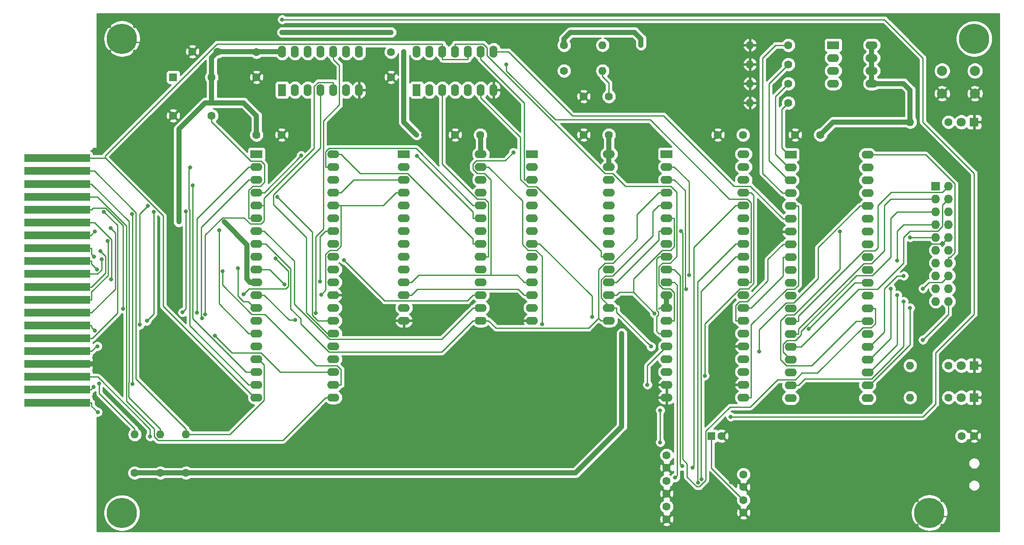
<source format=gbr>
G04 #@! TF.GenerationSoftware,KiCad,Pcbnew,(5.1.2)-1*
G04 #@! TF.CreationDate,2019-08-07T20:20:44+02:00*
G04 #@! TF.ProjectId,Z80Mini,5a38304d-696e-4692-9e6b-696361645f70,rev?*
G04 #@! TF.SameCoordinates,Original*
G04 #@! TF.FileFunction,Copper,L2,Bot*
G04 #@! TF.FilePolarity,Positive*
%FSLAX46Y46*%
G04 Gerber Fmt 4.6, Leading zero omitted, Abs format (unit mm)*
G04 Created by KiCad (PCBNEW (5.1.2)-1) date 2019-08-07 20:20:44*
%MOMM*%
%LPD*%
G04 APERTURE LIST*
%ADD10C,6.000000*%
%ADD11C,0.800000*%
%ADD12O,1.727200X1.727200*%
%ADD13R,1.727200X1.727200*%
%ADD14O,2.400000X1.600000*%
%ADD15R,2.400000X1.600000*%
%ADD16O,1.600000X1.600000*%
%ADD17C,1.600000*%
%ADD18C,1.800000*%
%ADD19R,1.800000X1.800000*%
%ADD20R,1.600000X1.600000*%
%ADD21C,2.000000*%
%ADD22O,1.600000X2.400000*%
%ADD23R,1.600000X2.400000*%
%ADD24R,13.000000X1.650000*%
%ADD25C,0.250000*%
%ADD26C,1.000000*%
%ADD27C,0.254000*%
G04 APERTURE END LIST*
D10*
X243840000Y-144780000D03*
D11*
X246090000Y-144780000D03*
X245430990Y-146370990D03*
X243840000Y-147030000D03*
X242249010Y-146370990D03*
X241590000Y-144780000D03*
X242249010Y-143189010D03*
X243840000Y-142530000D03*
X245430990Y-143189010D03*
X254320990Y-49209010D03*
X252730000Y-48550000D03*
X251139010Y-49209010D03*
X250480000Y-50800000D03*
X251139010Y-52390990D03*
X252730000Y-53050000D03*
X254320990Y-52390990D03*
X254980000Y-50800000D03*
D10*
X252730000Y-50800000D03*
X83820000Y-144780000D03*
D11*
X86070000Y-144780000D03*
X85410990Y-146370990D03*
X83820000Y-147030000D03*
X82229010Y-146370990D03*
X81570000Y-144780000D03*
X82229010Y-143189010D03*
X83820000Y-142530000D03*
X85410990Y-143189010D03*
X85410990Y-49209010D03*
X83820000Y-48550000D03*
X82229010Y-49209010D03*
X81570000Y-50800000D03*
X82229010Y-52390990D03*
X83820000Y-53050000D03*
X85410990Y-52390990D03*
X86070000Y-50800000D03*
D10*
X83820000Y-50800000D03*
D12*
X247650000Y-102870000D03*
X245110000Y-102870000D03*
X247650000Y-100330000D03*
X245110000Y-100330000D03*
X247650000Y-97790000D03*
X245110000Y-97790000D03*
X247650000Y-95250000D03*
X245110000Y-95250000D03*
X247650000Y-92710000D03*
X245110000Y-92710000D03*
X247650000Y-90170000D03*
X245110000Y-90170000D03*
X247650000Y-87630000D03*
X245110000Y-87630000D03*
X247650000Y-85090000D03*
X245110000Y-85090000D03*
X247650000Y-82550000D03*
X245110000Y-82550000D03*
X247650000Y-80010000D03*
D13*
X245110000Y-80010000D03*
D14*
X207010000Y-73660000D03*
X191770000Y-121920000D03*
X207010000Y-76200000D03*
X191770000Y-119380000D03*
X207010000Y-78740000D03*
X191770000Y-116840000D03*
X207010000Y-81280000D03*
X191770000Y-114300000D03*
X207010000Y-83820000D03*
X191770000Y-111760000D03*
X207010000Y-86360000D03*
X191770000Y-109220000D03*
X207010000Y-88900000D03*
X191770000Y-106680000D03*
X207010000Y-91440000D03*
X191770000Y-104140000D03*
X207010000Y-93980000D03*
X191770000Y-101600000D03*
X207010000Y-96520000D03*
X191770000Y-99060000D03*
X207010000Y-99060000D03*
X191770000Y-96520000D03*
X207010000Y-101600000D03*
X191770000Y-93980000D03*
X207010000Y-104140000D03*
X191770000Y-91440000D03*
X207010000Y-106680000D03*
X191770000Y-88900000D03*
X207010000Y-109220000D03*
X191770000Y-86360000D03*
X207010000Y-111760000D03*
X191770000Y-83820000D03*
X207010000Y-114300000D03*
X191770000Y-81280000D03*
X207010000Y-116840000D03*
X191770000Y-78740000D03*
X207010000Y-119380000D03*
X191770000Y-76200000D03*
X207010000Y-121920000D03*
D15*
X191770000Y-73660000D03*
D14*
X231590000Y-73780000D03*
X216350000Y-122040000D03*
X231590000Y-76320000D03*
X216350000Y-119500000D03*
X231590000Y-78860000D03*
X216350000Y-116960000D03*
X231590000Y-81400000D03*
X216350000Y-114420000D03*
X231590000Y-83940000D03*
X216350000Y-111880000D03*
X231590000Y-86480000D03*
X216350000Y-109340000D03*
X231590000Y-89020000D03*
X216350000Y-106800000D03*
X231590000Y-91560000D03*
X216350000Y-104260000D03*
X231590000Y-94100000D03*
X216350000Y-101720000D03*
X231590000Y-96640000D03*
X216350000Y-99180000D03*
X231590000Y-99180000D03*
X216350000Y-96640000D03*
X231590000Y-101720000D03*
X216350000Y-94100000D03*
X231590000Y-104260000D03*
X216350000Y-91560000D03*
X231590000Y-106800000D03*
X216350000Y-89020000D03*
X231590000Y-109340000D03*
X216350000Y-86480000D03*
X231590000Y-111880000D03*
X216350000Y-83940000D03*
X231590000Y-114420000D03*
X216350000Y-81400000D03*
X231590000Y-116960000D03*
X216350000Y-78860000D03*
X231590000Y-119500000D03*
X216350000Y-76320000D03*
X231590000Y-122040000D03*
D15*
X216350000Y-73780000D03*
D14*
X232410000Y-52070000D03*
X224790000Y-59690000D03*
X232410000Y-54610000D03*
X224790000Y-57150000D03*
X232410000Y-57150000D03*
X224790000Y-54610000D03*
X232410000Y-59690000D03*
D15*
X224790000Y-52070000D03*
D16*
X208280000Y-63500000D03*
D17*
X215900000Y-63500000D03*
D16*
X208280000Y-59690000D03*
D17*
X215900000Y-59690000D03*
D16*
X208280000Y-55880000D03*
D17*
X215900000Y-55880000D03*
D16*
X208280000Y-52070000D03*
D17*
X215900000Y-52070000D03*
D16*
X240030000Y-67310000D03*
D17*
X247650000Y-67310000D03*
D18*
X250190000Y-67310000D03*
D19*
X252730000Y-67310000D03*
D16*
X240030000Y-121920000D03*
D17*
X247650000Y-121920000D03*
D16*
X240030000Y-115570000D03*
D17*
X247650000Y-115570000D03*
D18*
X250190000Y-121920000D03*
D19*
X252730000Y-121920000D03*
D18*
X250190000Y-115570000D03*
D19*
X252730000Y-115570000D03*
D17*
X202660000Y-129540000D03*
D20*
X200660000Y-129540000D03*
D17*
X207010000Y-139660000D03*
X207010000Y-137160000D03*
X207010000Y-144740000D03*
X207010000Y-142240000D03*
X191770000Y-143550000D03*
X191770000Y-146050000D03*
X252730000Y-129540000D03*
X250230000Y-129540000D03*
X191770000Y-133350000D03*
X191770000Y-135850000D03*
X191770000Y-138470000D03*
X191770000Y-140970000D03*
D21*
X252880000Y-57150000D03*
X252880000Y-61650000D03*
X246380000Y-57150000D03*
X246380000Y-61650000D03*
D17*
X93980000Y-66040000D03*
X101600000Y-66040000D03*
X101600000Y-58420000D03*
D20*
X93980000Y-58420000D03*
D22*
X115570000Y-53340000D03*
X130810000Y-60960000D03*
X118110000Y-53340000D03*
X128270000Y-60960000D03*
X120650000Y-53340000D03*
X125730000Y-60960000D03*
X123190000Y-53340000D03*
X123190000Y-60960000D03*
X125730000Y-53340000D03*
X120650000Y-60960000D03*
X128270000Y-53340000D03*
X118110000Y-60960000D03*
X130810000Y-53340000D03*
D23*
X115570000Y-60960000D03*
D22*
X142240000Y-53340000D03*
X157480000Y-60960000D03*
X144780000Y-53340000D03*
X154940000Y-60960000D03*
X147320000Y-53340000D03*
X152400000Y-60960000D03*
X149860000Y-53340000D03*
X149860000Y-60960000D03*
X152400000Y-53340000D03*
X147320000Y-60960000D03*
X154940000Y-53340000D03*
X144780000Y-60960000D03*
X157480000Y-53340000D03*
D23*
X142240000Y-60960000D03*
D14*
X180340000Y-73660000D03*
X165100000Y-106680000D03*
X180340000Y-76200000D03*
X165100000Y-104140000D03*
X180340000Y-78740000D03*
X165100000Y-101600000D03*
X180340000Y-81280000D03*
X165100000Y-99060000D03*
X180340000Y-83820000D03*
X165100000Y-96520000D03*
X180340000Y-86360000D03*
X165100000Y-93980000D03*
X180340000Y-88900000D03*
X165100000Y-91440000D03*
X180340000Y-91440000D03*
X165100000Y-88900000D03*
X180340000Y-93980000D03*
X165100000Y-86360000D03*
X180340000Y-96520000D03*
X165100000Y-83820000D03*
X180340000Y-99060000D03*
X165100000Y-81280000D03*
X180340000Y-101600000D03*
X165100000Y-78740000D03*
X180340000Y-104140000D03*
X165100000Y-76200000D03*
X180340000Y-106680000D03*
D15*
X165100000Y-73660000D03*
D14*
X154940000Y-73660000D03*
X139700000Y-106680000D03*
X154940000Y-76200000D03*
X139700000Y-104140000D03*
X154940000Y-78740000D03*
X139700000Y-101600000D03*
X154940000Y-81280000D03*
X139700000Y-99060000D03*
X154940000Y-83820000D03*
X139700000Y-96520000D03*
X154940000Y-86360000D03*
X139700000Y-93980000D03*
X154940000Y-88900000D03*
X139700000Y-91440000D03*
X154940000Y-91440000D03*
X139700000Y-88900000D03*
X154940000Y-93980000D03*
X139700000Y-86360000D03*
X154940000Y-96520000D03*
X139700000Y-83820000D03*
X154940000Y-99060000D03*
X139700000Y-81280000D03*
X154940000Y-101600000D03*
X139700000Y-78740000D03*
X154940000Y-104140000D03*
X139700000Y-76200000D03*
X154940000Y-106680000D03*
D15*
X139700000Y-73660000D03*
D14*
X125730000Y-73660000D03*
X110490000Y-121920000D03*
X125730000Y-76200000D03*
X110490000Y-119380000D03*
X125730000Y-78740000D03*
X110490000Y-116840000D03*
X125730000Y-81280000D03*
X110490000Y-114300000D03*
X125730000Y-83820000D03*
X110490000Y-111760000D03*
X125730000Y-86360000D03*
X110490000Y-109220000D03*
X125730000Y-88900000D03*
X110490000Y-106680000D03*
X125730000Y-91440000D03*
X110490000Y-104140000D03*
X125730000Y-93980000D03*
X110490000Y-101600000D03*
X125730000Y-96520000D03*
X110490000Y-99060000D03*
X125730000Y-99060000D03*
X110490000Y-96520000D03*
X125730000Y-101600000D03*
X110490000Y-93980000D03*
X125730000Y-104140000D03*
X110490000Y-91440000D03*
X125730000Y-106680000D03*
X110490000Y-88900000D03*
X125730000Y-109220000D03*
X110490000Y-86360000D03*
X125730000Y-111760000D03*
X110490000Y-83820000D03*
X125730000Y-114300000D03*
X110490000Y-81280000D03*
X125730000Y-116840000D03*
X110490000Y-78740000D03*
X125730000Y-119380000D03*
X110490000Y-76200000D03*
X125730000Y-121920000D03*
D15*
X110490000Y-73660000D03*
D16*
X86360000Y-129240000D03*
D17*
X86360000Y-136860000D03*
D16*
X91440000Y-129240000D03*
D17*
X91440000Y-136860000D03*
D16*
X96520000Y-129240000D03*
D17*
X96520000Y-136860000D03*
D16*
X179070000Y-57150000D03*
D17*
X171450000Y-57150000D03*
D16*
X179070000Y-52070000D03*
D17*
X171450000Y-52070000D03*
D24*
X70993000Y-74486000D03*
X70993000Y-77036000D03*
X70993000Y-79586000D03*
X70993000Y-82136000D03*
X70993000Y-84686000D03*
X70993000Y-87236000D03*
X70993000Y-89786000D03*
X70993000Y-92336000D03*
X70993000Y-94886000D03*
X70993000Y-97436000D03*
X70993000Y-99986000D03*
X70993000Y-102536000D03*
X70993000Y-105086000D03*
X70993000Y-117836000D03*
X70993000Y-107636000D03*
X70993000Y-110186000D03*
X70993000Y-115286000D03*
X70993000Y-112736000D03*
X70993000Y-120386000D03*
X70993000Y-122936000D03*
D17*
X206930000Y-69850000D03*
X201930000Y-69850000D03*
X222250000Y-69850000D03*
X217250000Y-69850000D03*
X102790000Y-53340000D03*
X97790000Y-53340000D03*
X175340000Y-62230000D03*
X180340000Y-62230000D03*
X110490000Y-53420000D03*
X110490000Y-58420000D03*
X137160000Y-53420000D03*
X137160000Y-58420000D03*
X180340000Y-69850000D03*
X175340000Y-69850000D03*
X154860000Y-69850000D03*
X149860000Y-69850000D03*
X115490000Y-69850000D03*
X110490000Y-69850000D03*
D11*
X240030000Y-104140000D03*
X237490000Y-101600000D03*
X182880000Y-109220000D03*
X194310300Y-140548600D03*
X201504100Y-142953500D03*
X204497400Y-138695000D03*
X248400200Y-135255500D03*
X165100000Y-111760000D03*
X143510000Y-69850000D03*
X97790000Y-62230000D03*
X224790000Y-85090000D03*
X95029000Y-115349000D03*
X106680000Y-125730000D03*
X139700000Y-115570000D03*
X106680000Y-133350000D03*
X82550000Y-114300000D03*
X190500000Y-124460000D03*
X104085400Y-87095400D03*
X95106500Y-87099700D03*
X186690000Y-52070000D03*
X139700000Y-53340000D03*
X115570000Y-49530000D03*
X137160000Y-49530000D03*
X142309990Y-69919990D03*
X84012600Y-104312700D03*
X161415600Y-73343900D03*
X118134500Y-106531200D03*
X195654500Y-100405000D03*
X81702200Y-98505900D03*
X219965000Y-108328000D03*
X188706400Y-111823700D03*
X78426300Y-89014200D03*
X194617200Y-88972300D03*
X116035100Y-99507000D03*
X78310100Y-93996400D03*
X167089800Y-107425600D03*
X103784700Y-96855100D03*
X78875200Y-96525100D03*
X210102800Y-112800700D03*
X79804400Y-94482200D03*
X79589900Y-92923200D03*
X81011000Y-90903500D03*
X81551700Y-88310200D03*
X89404500Y-129657000D03*
X88743100Y-106741700D03*
X78468600Y-108662900D03*
X90115900Y-85095368D03*
X80251700Y-85107700D03*
X142264600Y-74010300D03*
X78964200Y-111759500D03*
X102273500Y-109667200D03*
X85898000Y-119222700D03*
X78210700Y-119799900D03*
X119360100Y-73951800D03*
X85792400Y-85545379D03*
X100300000Y-105403800D03*
X99668800Y-106237500D03*
X79343500Y-119150900D03*
X98684300Y-105119500D03*
X88950400Y-83964700D03*
X87344600Y-107508300D03*
X96513400Y-85026100D03*
X95852100Y-105039200D03*
X123316500Y-101512100D03*
X123069300Y-98924300D03*
X177025800Y-105978800D03*
X114269900Y-94375300D03*
X107907700Y-101486800D03*
X226113700Y-89044100D03*
X106859500Y-96340500D03*
X127782000Y-94652000D03*
X189383500Y-105265900D03*
X196212100Y-97654300D03*
X103087800Y-88770600D03*
X114587300Y-82169300D03*
X97843600Y-79909900D03*
X97311500Y-76307700D03*
X122245800Y-105199600D03*
X79020700Y-124807500D03*
X199329000Y-117599500D03*
X190500000Y-130810000D03*
X196874800Y-135847500D03*
X198012400Y-138828800D03*
X198691700Y-138085800D03*
X193465600Y-137784300D03*
X194847900Y-135513700D03*
X238760000Y-102870000D03*
X242570000Y-110490000D03*
X237490000Y-94745900D03*
X240030000Y-90170000D03*
X238760000Y-97790000D03*
X236220000Y-100330000D03*
X242570000Y-100330000D03*
X160020000Y-55880000D03*
X204470000Y-125730000D03*
X187960000Y-119380000D03*
X115570000Y-46990000D03*
D25*
X73927500Y-114878300D02*
X71400700Y-114878300D01*
X71400700Y-114878300D02*
X70993000Y-115286000D01*
D26*
X95029000Y-115349000D02*
X96299000Y-115349000D01*
X96299000Y-115349000D02*
X104140000Y-123190000D01*
X104140000Y-123190000D02*
X106680000Y-125730000D01*
X106680000Y-125730000D02*
X106680000Y-125730000D01*
X78493000Y-115286000D02*
X78740000Y-115533000D01*
X70993000Y-115286000D02*
X78493000Y-115286000D01*
X78740000Y-115533000D02*
X78740000Y-115533000D01*
D25*
X247650000Y-90170000D02*
X246380000Y-91440000D01*
X246380000Y-91440000D02*
X244620870Y-91440000D01*
X244620870Y-91440000D02*
X242570000Y-91440000D01*
X242570000Y-91440000D02*
X241300000Y-92710000D01*
X241300000Y-92710000D02*
X241300000Y-107950000D01*
X241300000Y-107950000D02*
X241300000Y-113030000D01*
X241300000Y-113030000D02*
X243840000Y-115570000D01*
X243840000Y-115570000D02*
X243840000Y-115570000D01*
X96990001Y-52540001D02*
X97790000Y-53340000D01*
X95975001Y-51525001D02*
X96990001Y-52540001D01*
X84545001Y-51525001D02*
X95975001Y-51525001D01*
X83820000Y-50800000D02*
X84545001Y-51525001D01*
X245638003Y-145505001D02*
X250734999Y-145505001D01*
X243840000Y-144780000D02*
X244913002Y-144780000D01*
X244913002Y-144780000D02*
X245638003Y-145505001D01*
X250734999Y-145505001D02*
X255270000Y-140970000D01*
X255270000Y-132080000D02*
X252730000Y-129540000D01*
X255270000Y-140970000D02*
X255270000Y-132080000D01*
X206930000Y-73580000D02*
X207010000Y-73660000D01*
X232600700Y-59690000D02*
X232410000Y-59499300D01*
X232410000Y-59499300D02*
X232410000Y-57150000D01*
X232410000Y-59690000D02*
X232600700Y-59690000D01*
X232410000Y-57150000D02*
X232410000Y-54610000D01*
X232410000Y-54610000D02*
X232410000Y-52070000D01*
D26*
X240030000Y-67310000D02*
X240030000Y-60960000D01*
X238760000Y-59690000D02*
X232410000Y-59690000D01*
X240030000Y-60960000D02*
X238760000Y-59690000D01*
X224790000Y-67310000D02*
X222250000Y-69850000D01*
X240030000Y-67310000D02*
X224790000Y-67310000D01*
X180340000Y-69850000D02*
X180340000Y-73660000D01*
X180340000Y-73660000D02*
X180340000Y-76200000D01*
X154940000Y-69930000D02*
X154860000Y-69850000D01*
X154940000Y-73660000D02*
X154940000Y-69930000D01*
X108589990Y-91599990D02*
X104085400Y-87095400D01*
X108589990Y-98429990D02*
X108589990Y-91599990D01*
X109220000Y-99060000D02*
X108589990Y-98429990D01*
X110490000Y-99060000D02*
X109220000Y-99060000D01*
X95106500Y-87099700D02*
X95106500Y-68723500D01*
X95106500Y-68723500D02*
X100330000Y-63500000D01*
X110490000Y-66040000D02*
X110490000Y-69850000D01*
X107950000Y-63500000D02*
X110490000Y-66040000D01*
X101600000Y-58420000D02*
X101600000Y-63500000D01*
X100330000Y-63500000D02*
X101600000Y-63500000D01*
X101600000Y-63500000D02*
X107950000Y-63500000D01*
X101600000Y-54530000D02*
X102790000Y-53340000D01*
X101600000Y-58420000D02*
X101600000Y-54530000D01*
X102790000Y-53340000D02*
X115570000Y-53340000D01*
X232410000Y-59690000D02*
X232410000Y-52070000D01*
X191770000Y-101600000D02*
X191770000Y-104140000D01*
D25*
X190244700Y-104464400D02*
X190244700Y-104140000D01*
X191770000Y-104140000D02*
X190244700Y-104140000D01*
D26*
X185420000Y-49530000D02*
X172720000Y-49530000D01*
X139700000Y-64770000D02*
X139700000Y-53340000D01*
X113330000Y-136860000D02*
X96520000Y-136860000D01*
X113330000Y-136860000D02*
X173690000Y-136860000D01*
X173690000Y-136860000D02*
X182880000Y-127670000D01*
X182880000Y-127670000D02*
X182880000Y-109220000D01*
X96520000Y-136860000D02*
X86360000Y-136860000D01*
X127000000Y-49530000D02*
X134620000Y-49530000D01*
X127000000Y-49530000D02*
X115570000Y-49530000D01*
X115570000Y-49530000D02*
X115570000Y-49530000D01*
X134620000Y-49530000D02*
X137160000Y-49530000D01*
X171450000Y-50800000D02*
X172720000Y-49530000D01*
X171450000Y-52070000D02*
X171450000Y-50800000D01*
X186690000Y-50800000D02*
X185420000Y-49530000D01*
X186690000Y-52070000D02*
X186690000Y-50800000D01*
X139700000Y-64770000D02*
X139700000Y-67310000D01*
X139700000Y-67310000D02*
X142240000Y-69850000D01*
D25*
X179070000Y-57150000D02*
X179070000Y-58275300D01*
X179070000Y-58275300D02*
X180340000Y-59545300D01*
X180340000Y-59545300D02*
X180340000Y-62230000D01*
X207010000Y-142240000D02*
X200660000Y-135890000D01*
X200660000Y-135890000D02*
X200660000Y-129540000D01*
X105766500Y-128677300D02*
X112015300Y-122428500D01*
X96520000Y-129240000D02*
X96520000Y-128677300D01*
X78356023Y-77036000D02*
X77743000Y-77036000D01*
X96520000Y-128114700D02*
X86619300Y-118214000D01*
X86619300Y-85299277D02*
X78356023Y-77036000D01*
X77743000Y-77036000D02*
X70993000Y-77036000D01*
X86619300Y-118214000D02*
X86619300Y-85299277D01*
X96520000Y-128677300D02*
X96520000Y-128114700D01*
X105203800Y-129240000D02*
X112015300Y-122428500D01*
X96520000Y-129240000D02*
X105203800Y-129240000D01*
X110890000Y-114300000D02*
X110490000Y-114300000D01*
X112015300Y-115425300D02*
X110890000Y-114300000D01*
X112015300Y-122428500D02*
X112015300Y-115425300D01*
X77818300Y-79586000D02*
X85202500Y-86970200D01*
X85202500Y-86970200D02*
X85202500Y-118892500D01*
X85202500Y-118892500D02*
X85172700Y-118922300D01*
X85172700Y-118922300D02*
X85172700Y-121847400D01*
X85172700Y-121847400D02*
X91440000Y-128114700D01*
X91440000Y-129240000D02*
X91440000Y-128114700D01*
X70993000Y-79586000D02*
X77818300Y-79586000D01*
X77818300Y-82136000D02*
X78962700Y-82136000D01*
X78962700Y-82136000D02*
X84752200Y-87925500D01*
X84752200Y-87925500D02*
X84752200Y-118705900D01*
X84752200Y-118705900D02*
X84722400Y-118735700D01*
X84722400Y-118735700D02*
X84722400Y-122633900D01*
X84722400Y-122633900D02*
X90244100Y-128155600D01*
X90244100Y-128155600D02*
X90244100Y-129671200D01*
X90244100Y-129671200D02*
X91001600Y-130428700D01*
X91001600Y-130428700D02*
X115696000Y-130428700D01*
X115696000Y-130428700D02*
X124204700Y-121920000D01*
X217875300Y-83940000D02*
X217875300Y-99661100D01*
X217875300Y-99661100D02*
X217086400Y-100450000D01*
X217086400Y-100450000D02*
X215579900Y-100450000D01*
X215579900Y-100450000D02*
X208535300Y-107494600D01*
X208535300Y-107494600D02*
X208535300Y-121920000D01*
X70993000Y-82136000D02*
X77818300Y-82136000D01*
X125730000Y-121920000D02*
X124204700Y-121920000D01*
X216350000Y-83940000D02*
X217875300Y-83940000D01*
X207010000Y-121920000D02*
X208535300Y-121920000D01*
X70993000Y-84686000D02*
X77818300Y-84686000D01*
X77818300Y-84686000D02*
X78140500Y-84363800D01*
X78140500Y-84363800D02*
X80540000Y-84363800D01*
X80540000Y-84363800D02*
X84012600Y-87836400D01*
X84012600Y-87836400D02*
X84012600Y-104312700D01*
X156950300Y-97645400D02*
X156950300Y-78751400D01*
X156950300Y-78751400D02*
X155668900Y-77470000D01*
X155668900Y-77470000D02*
X154218300Y-77470000D01*
X154218300Y-77470000D02*
X153414100Y-76665800D01*
X153414100Y-76665800D02*
X153414100Y-75654100D01*
X153414100Y-75654100D02*
X154064300Y-75003900D01*
X154064300Y-75003900D02*
X159755600Y-75003900D01*
X159755600Y-75003900D02*
X161415600Y-73343900D01*
X139700000Y-99060000D02*
X141225300Y-99060000D01*
X156950300Y-97645400D02*
X162160100Y-97645400D01*
X162160100Y-97645400D02*
X163574700Y-99060000D01*
X141225300Y-99060000D02*
X142639900Y-97645400D01*
X142639900Y-97645400D02*
X156950300Y-97645400D01*
X165100000Y-99060000D02*
X163574700Y-99060000D01*
X110490000Y-101600000D02*
X112015300Y-101600000D01*
X112015300Y-101600000D02*
X116946500Y-106531200D01*
X116946500Y-106531200D02*
X118134500Y-106531200D01*
X195654500Y-100405000D02*
X195473000Y-100223500D01*
X195473000Y-100223500D02*
X195473000Y-80917700D01*
X195473000Y-80917700D02*
X193295300Y-78740000D01*
X191770000Y-78740000D02*
X193295300Y-78740000D01*
X81702200Y-98505900D02*
X81736300Y-98471800D01*
X81736300Y-98471800D02*
X81736300Y-90603000D01*
X81736300Y-90603000D02*
X78369300Y-87236000D01*
X78369300Y-87236000D02*
X77818300Y-87236000D01*
X70993000Y-87236000D02*
X77818300Y-87236000D01*
X191770000Y-83820000D02*
X190244700Y-83820000D01*
X180773500Y-104140000D02*
X178808100Y-102174600D01*
X178808100Y-102174600D02*
X178808100Y-98580800D01*
X178808100Y-98580800D02*
X179598900Y-97790000D01*
X179598900Y-97790000D02*
X181076400Y-97790000D01*
X181076400Y-97790000D02*
X188998400Y-89868000D01*
X188998400Y-89868000D02*
X188998400Y-85066300D01*
X188998400Y-85066300D02*
X190244700Y-83820000D01*
X180773500Y-104140000D02*
X181865300Y-104140000D01*
X180340000Y-104140000D02*
X180773500Y-104140000D01*
X219965000Y-108328000D02*
X229113000Y-99180000D01*
X229113000Y-99180000D02*
X231590000Y-99180000D01*
X181865300Y-104140000D02*
X181865300Y-104982600D01*
X181865300Y-104982600D02*
X188706400Y-111823700D01*
X154940000Y-104140000D02*
X153414700Y-104140000D01*
X110490000Y-88900000D02*
X112015300Y-88900000D01*
X112015300Y-88900000D02*
X117962400Y-94847100D01*
X117962400Y-94847100D02*
X117962400Y-103451300D01*
X117962400Y-103451300D02*
X124901100Y-110390000D01*
X124901100Y-110390000D02*
X147164700Y-110390000D01*
X147164700Y-110390000D02*
X153414700Y-104140000D01*
X70993000Y-89786000D02*
X77818300Y-89786000D01*
X77818300Y-89786000D02*
X77818300Y-89622200D01*
X77818300Y-89622200D02*
X78426300Y-89014200D01*
X194617200Y-88972300D02*
X194926200Y-89281300D01*
X194926200Y-89281300D02*
X194926200Y-134172200D01*
X194926200Y-134172200D02*
X195804100Y-135050100D01*
X195804100Y-135050100D02*
X195804100Y-137665900D01*
X195804100Y-137665900D02*
X197716000Y-139577800D01*
X197716000Y-139577800D02*
X198289200Y-139577800D01*
X198289200Y-139577800D02*
X199534600Y-138332400D01*
X199534600Y-138332400D02*
X199534600Y-128597500D01*
X199534600Y-128597500D02*
X204351300Y-123780800D01*
X204351300Y-123780800D02*
X208354100Y-123780800D01*
X208354100Y-123780800D02*
X213760300Y-118374600D01*
X213760300Y-118374600D02*
X217280400Y-118374600D01*
X217280400Y-118374600D02*
X218580000Y-117075000D01*
X218580000Y-117075000D02*
X221654800Y-117075000D01*
X221654800Y-117075000D02*
X230659800Y-108070000D01*
X230659800Y-108070000D02*
X232311700Y-108070000D01*
X232311700Y-108070000D02*
X233115300Y-107266400D01*
X233115300Y-107266400D02*
X233115300Y-104260000D01*
X231590000Y-104260000D02*
X233115300Y-104260000D01*
X110490000Y-96520000D02*
X113048100Y-96520000D01*
X113048100Y-96520000D02*
X116035100Y-99507000D01*
X70993000Y-92336000D02*
X77818300Y-92336000D01*
X77818300Y-92336000D02*
X77818300Y-93504600D01*
X77818300Y-93504600D02*
X78310100Y-93996400D01*
X180340000Y-99060000D02*
X181865300Y-99060000D01*
X191770000Y-88900000D02*
X190244700Y-88900000D01*
X190244700Y-88900000D02*
X190244700Y-90680600D01*
X190244700Y-90680600D02*
X181865300Y-99060000D01*
X154940000Y-76200000D02*
X156465300Y-76200000D01*
X156465300Y-76200000D02*
X163201700Y-82936400D01*
X163201700Y-82936400D02*
X163201700Y-91581900D01*
X163201700Y-91581900D02*
X164329800Y-92710000D01*
X164329800Y-92710000D02*
X165836300Y-92710000D01*
X165836300Y-92710000D02*
X167089800Y-93963500D01*
X167089800Y-93963500D02*
X167089800Y-107425600D01*
X70993000Y-94886000D02*
X77818300Y-94886000D01*
X125730000Y-119380000D02*
X127255300Y-119380000D01*
X103784700Y-96855100D02*
X103784700Y-99634900D01*
X103784700Y-99634900D02*
X109559800Y-105410000D01*
X109559800Y-105410000D02*
X112175100Y-105410000D01*
X112175100Y-105410000D02*
X122335100Y-115570000D01*
X122335100Y-115570000D02*
X126491600Y-115570000D01*
X126491600Y-115570000D02*
X127255300Y-116333700D01*
X127255300Y-116333700D02*
X127255300Y-119380000D01*
X77818300Y-94886000D02*
X77818300Y-95468200D01*
X77818300Y-95468200D02*
X78875200Y-96525100D01*
X230064700Y-83940000D02*
X221820600Y-92184100D01*
X221820600Y-92184100D02*
X221820600Y-98289200D01*
X221820600Y-98289200D02*
X216975200Y-103134600D01*
X216975200Y-103134600D02*
X215472100Y-103134600D01*
X215472100Y-103134600D02*
X210102800Y-108503900D01*
X210102800Y-108503900D02*
X210102800Y-112800700D01*
X231590000Y-83940000D02*
X230064700Y-83940000D01*
X77818300Y-97436000D02*
X78990100Y-97436000D01*
X78990100Y-97436000D02*
X79804400Y-96621700D01*
X79804400Y-96621700D02*
X79804400Y-94482200D01*
X70993000Y-97436000D02*
X77818300Y-97436000D01*
X207010000Y-106680000D02*
X205484700Y-106680000D01*
X216350000Y-91560000D02*
X214824700Y-91560000D01*
X214824700Y-91560000D02*
X211839400Y-94545300D01*
X211839400Y-94545300D02*
X211839400Y-98769500D01*
X211839400Y-98769500D02*
X207738900Y-102870000D01*
X207738900Y-102870000D02*
X206254700Y-102870000D01*
X206254700Y-102870000D02*
X205484700Y-103640000D01*
X205484700Y-103640000D02*
X205484700Y-106680000D01*
X79589900Y-92923200D02*
X80563200Y-93896500D01*
X80563200Y-93896500D02*
X80563200Y-97241100D01*
X80563200Y-97241100D02*
X77818300Y-99986000D01*
X70993000Y-99986000D02*
X77818300Y-99986000D01*
X70993000Y-102536000D02*
X77818300Y-102536000D01*
X77818300Y-102536000D02*
X77818300Y-100993400D01*
X77818300Y-100993400D02*
X81045400Y-97766300D01*
X81045400Y-97766300D02*
X81045400Y-90937900D01*
X81045400Y-90937900D02*
X81011000Y-90903500D01*
X77818300Y-105086000D02*
X82480000Y-100424300D01*
X82480000Y-100424300D02*
X82480000Y-89238500D01*
X82480000Y-89238500D02*
X81551700Y-88310200D01*
X70993000Y-105086000D02*
X77818300Y-105086000D01*
X125730000Y-81280000D02*
X127255300Y-81280000D01*
X127255300Y-81280000D02*
X129795300Y-78740000D01*
X129795300Y-78740000D02*
X139700000Y-78740000D01*
X154940000Y-54865300D02*
X163574600Y-63499900D01*
X163574600Y-63499900D02*
X163574600Y-78740000D01*
X163574600Y-78740000D02*
X163574700Y-78740000D01*
X154940000Y-53340000D02*
X154940000Y-54865300D01*
X165100000Y-78740000D02*
X163574700Y-78740000D01*
X80497500Y-74486000D02*
X77818300Y-74486000D01*
X147320000Y-51814700D02*
X102682500Y-51814700D01*
X102682500Y-51814700D02*
X80497500Y-73999700D01*
X80497500Y-73999700D02*
X80497500Y-74486000D01*
X147320000Y-53340000D02*
X147320000Y-51814700D01*
X147320000Y-53773500D02*
X147320000Y-53340000D01*
X70993000Y-74486000D02*
X77818300Y-74486000D01*
X89404500Y-129657000D02*
X89404500Y-128184700D01*
X89404500Y-128184700D02*
X79055800Y-117836000D01*
X79055800Y-117836000D02*
X77818300Y-117836000D01*
X70993000Y-117836000D02*
X77818300Y-117836000D01*
X147320000Y-53773500D02*
X147320000Y-54865300D01*
X152400000Y-53340000D02*
X152400000Y-54865300D01*
X152400000Y-54865300D02*
X147320000Y-54865300D01*
X110090000Y-121920000D02*
X110490000Y-121920000D01*
X80497500Y-74486000D02*
X80577000Y-74486000D01*
X92008500Y-103838500D02*
X110090000Y-121920000D01*
X80577000Y-74486000D02*
X92008500Y-85917500D01*
X92008500Y-85917500D02*
X92008500Y-103838500D01*
X70993000Y-107636000D02*
X77818300Y-107636000D01*
X77818300Y-107636000D02*
X77818300Y-108012600D01*
X77818300Y-108012600D02*
X78468600Y-108662900D01*
X153414700Y-83820000D02*
X142118700Y-72524000D01*
X142118700Y-72524000D02*
X124863400Y-72524000D01*
X124863400Y-72524000D02*
X124204700Y-73182700D01*
X124204700Y-73182700D02*
X124204700Y-76200000D01*
X154940000Y-83820000D02*
X153414700Y-83820000D01*
X125730000Y-76200000D02*
X124204700Y-76200000D01*
X90115900Y-85661053D02*
X90115900Y-85095368D01*
X90115900Y-105368900D02*
X90115900Y-85661053D01*
X88743100Y-106741700D02*
X90115900Y-105368900D01*
X77818300Y-110186000D02*
X77971300Y-110186000D01*
X77971300Y-110186000D02*
X82930400Y-105226900D01*
X82930400Y-105226900D02*
X82930400Y-87786400D01*
X82930400Y-87786400D02*
X80251700Y-85107700D01*
X70993000Y-110186000D02*
X77818300Y-110186000D01*
X154940000Y-86360000D02*
X153414700Y-86360000D01*
X142264600Y-74010300D02*
X153414700Y-85160400D01*
X153414700Y-85160400D02*
X153414700Y-86360000D01*
X125730000Y-116840000D02*
X115230200Y-116840000D01*
X115230200Y-116840000D02*
X111420200Y-113030000D01*
X111420200Y-113030000D02*
X105636300Y-113030000D01*
X105636300Y-113030000D02*
X102273500Y-109667200D01*
X77818300Y-112736000D02*
X78794800Y-111759500D01*
X78794800Y-111759500D02*
X78964200Y-111759500D01*
X70993000Y-112736000D02*
X77818300Y-112736000D01*
X70993000Y-120386000D02*
X77818300Y-120386000D01*
X77818300Y-120386000D02*
X77818300Y-120192300D01*
X77818300Y-120192300D02*
X78210700Y-119799900D01*
X110490000Y-81280000D02*
X112031900Y-81280000D01*
X112031900Y-81280000D02*
X119360100Y-73951800D01*
X85898000Y-119222700D02*
X85898000Y-85650979D01*
X85898000Y-85650979D02*
X85792400Y-85545379D01*
X110490000Y-83820000D02*
X112015300Y-83820000D01*
X125730000Y-60960000D02*
X125730000Y-59434700D01*
X125730000Y-59434700D02*
X122723000Y-59434700D01*
X122723000Y-59434700D02*
X121920000Y-60237700D01*
X121920000Y-60237700D02*
X121920000Y-72525800D01*
X121920000Y-72525800D02*
X112015300Y-82430500D01*
X112015300Y-82430500D02*
X112015300Y-83820000D01*
X111419800Y-87517400D02*
X112015300Y-86921900D01*
X112015300Y-86921900D02*
X112015300Y-83820000D01*
X109255800Y-87517400D02*
X111419800Y-87517400D01*
X108008791Y-86270391D02*
X109255800Y-87517400D01*
X103743669Y-86270391D02*
X108008791Y-86270391D01*
X100300000Y-105403800D02*
X100300000Y-89714060D01*
X100300000Y-89714060D02*
X103743669Y-86270391D01*
X108964700Y-78740000D02*
X99574700Y-88130000D01*
X99574700Y-88130000D02*
X99574700Y-106143400D01*
X99574700Y-106143400D02*
X99668800Y-106237500D01*
X110490000Y-78740000D02*
X108964700Y-78740000D01*
X86360000Y-129240000D02*
X86360000Y-128114700D01*
X79343500Y-119150900D02*
X79343500Y-121098200D01*
X79343500Y-121098200D02*
X86360000Y-128114700D01*
X110490000Y-76200000D02*
X108964700Y-76200000D01*
X98684300Y-105119500D02*
X98684300Y-86480400D01*
X98684300Y-86480400D02*
X108964700Y-76200000D01*
X88950400Y-83964700D02*
X87344600Y-85570500D01*
X87344600Y-85570500D02*
X87344600Y-107508300D01*
X154940000Y-91440000D02*
X153414700Y-91440000D01*
X125730000Y-73660000D02*
X127255300Y-73660000D01*
X127255300Y-73660000D02*
X131065300Y-77470000D01*
X131065300Y-77470000D02*
X140427900Y-77470000D01*
X140427900Y-77470000D02*
X153414700Y-90456800D01*
X153414700Y-90456800D02*
X153414700Y-91440000D01*
X95852100Y-105039200D02*
X96513400Y-104377900D01*
X96513400Y-85591785D02*
X96513400Y-85026100D01*
X96513400Y-104377900D02*
X96513400Y-85591785D01*
X138174700Y-81280000D02*
X135634700Y-83820000D01*
X135634700Y-83820000D02*
X127255300Y-83820000D01*
X125730000Y-83820000D02*
X127255300Y-83820000D01*
X123316500Y-101512100D02*
X124199300Y-100629300D01*
X124199300Y-100629300D02*
X124199300Y-93511800D01*
X124199300Y-93511800D02*
X125001100Y-92710000D01*
X125001100Y-92710000D02*
X126454100Y-92710000D01*
X126454100Y-92710000D02*
X127255300Y-91908800D01*
X127255300Y-91908800D02*
X127255300Y-83820000D01*
X139700000Y-81280000D02*
X138174700Y-81280000D01*
X125730000Y-88900000D02*
X124204700Y-88900000D01*
X123069300Y-98924300D02*
X123069300Y-90035400D01*
X123069300Y-90035400D02*
X124204700Y-88900000D01*
X165100000Y-91440000D02*
X166625300Y-91440000D01*
X177025800Y-105978800D02*
X177025800Y-101840500D01*
X177025800Y-101840500D02*
X166625300Y-91440000D01*
X107907700Y-101486800D02*
X109033800Y-100360700D01*
X109033800Y-100360700D02*
X116270300Y-100360700D01*
X116270300Y-100360700D02*
X116811600Y-99819400D01*
X116811600Y-99819400D02*
X116811600Y-96917000D01*
X116811600Y-96917000D02*
X114269900Y-94375300D01*
X207010000Y-104140000D02*
X208535300Y-104140000D01*
X216350000Y-94100000D02*
X214824700Y-94100000D01*
X214824700Y-94100000D02*
X214824700Y-97850600D01*
X214824700Y-97850600D02*
X208535300Y-104140000D01*
X226113700Y-89044100D02*
X226113700Y-96495300D01*
X226113700Y-96495300D02*
X217079000Y-105530000D01*
X217079000Y-105530000D02*
X215569200Y-105530000D01*
X215569200Y-105530000D02*
X214365400Y-106733800D01*
X214365400Y-106733800D02*
X214365400Y-114445000D01*
X214365400Y-114445000D02*
X215532600Y-115612200D01*
X215532600Y-115612200D02*
X220516200Y-115612200D01*
X220516200Y-115612200D02*
X229328400Y-106800000D01*
X229328400Y-106800000D02*
X231590000Y-106800000D01*
X110490000Y-104140000D02*
X110090000Y-104140000D01*
X110090000Y-104140000D02*
X108820000Y-102870000D01*
X108820000Y-102870000D02*
X107950000Y-102870000D01*
X106859500Y-101779500D02*
X106859500Y-96340500D01*
X107950000Y-102870000D02*
X106859500Y-101779500D01*
X193295300Y-86360000D02*
X193295300Y-91974300D01*
X193295300Y-91974300D02*
X192559600Y-92710000D01*
X192559600Y-92710000D02*
X190877800Y-92710000D01*
X190877800Y-92710000D02*
X185179500Y-98408300D01*
X185179500Y-98408300D02*
X185179500Y-101061900D01*
X185179500Y-101061900D02*
X182403400Y-101061900D01*
X182403400Y-101061900D02*
X181865300Y-101600000D01*
X154940000Y-101600000D02*
X153414700Y-101600000D01*
X127782000Y-94652000D02*
X135879300Y-102749300D01*
X135879300Y-102749300D02*
X152265400Y-102749300D01*
X152265400Y-102749300D02*
X153414700Y-101600000D01*
X191770000Y-86360000D02*
X193295300Y-86360000D01*
X180340000Y-101600000D02*
X181865300Y-101600000D01*
X185179500Y-101061900D02*
X189383500Y-105265900D01*
X178306300Y-106171600D02*
X178306300Y-96522200D01*
X178306300Y-96522200D02*
X179578500Y-95250000D01*
X179578500Y-95250000D02*
X181119800Y-95250000D01*
X181119800Y-95250000D02*
X185895800Y-90474000D01*
X185895800Y-90474000D02*
X185895800Y-85628900D01*
X185895800Y-85628900D02*
X190244700Y-81280000D01*
X178927300Y-106680000D02*
X178814700Y-106680000D01*
X178814700Y-106680000D02*
X178306300Y-106171600D01*
X156465300Y-106680000D02*
X157958600Y-108173300D01*
X157958600Y-108173300D02*
X176304600Y-108173300D01*
X176304600Y-108173300D02*
X178306300Y-106171600D01*
X191770000Y-81280000D02*
X190244700Y-81280000D01*
X180340000Y-106680000D02*
X178927300Y-106680000D01*
X154940000Y-106680000D02*
X156465300Y-106680000D01*
X154177400Y-106680000D02*
X154940000Y-106680000D01*
X154177400Y-106680000D02*
X153414700Y-106680000D01*
X112015300Y-91440000D02*
X112360400Y-91440000D01*
X112360400Y-91440000D02*
X117262000Y-96341600D01*
X117262000Y-96341600D02*
X117262000Y-104345400D01*
X117262000Y-104345400D02*
X119234400Y-106317800D01*
X119234400Y-106317800D02*
X119234400Y-107279500D01*
X119234400Y-107279500D02*
X124850900Y-112896000D01*
X124850900Y-112896000D02*
X147198700Y-112896000D01*
X147198700Y-112896000D02*
X153414700Y-106680000D01*
X110490000Y-91440000D02*
X112015300Y-91440000D01*
X165100000Y-101600000D02*
X163574700Y-101600000D01*
X139700000Y-101600000D02*
X141225300Y-101600000D01*
X141225300Y-101600000D02*
X142415800Y-100409500D01*
X142415800Y-100409500D02*
X162384200Y-100409500D01*
X162384200Y-100409500D02*
X163574700Y-101600000D01*
X196212100Y-97654300D02*
X196212100Y-79116800D01*
X196212100Y-79116800D02*
X193295300Y-76200000D01*
X191770000Y-76200000D02*
X193295300Y-76200000D01*
X103087800Y-88770600D02*
X103059400Y-88799000D01*
X103059400Y-88799000D02*
X103059400Y-103314700D01*
X103059400Y-103314700D02*
X108964700Y-109220000D01*
X110490000Y-109220000D02*
X108964700Y-109220000D01*
X125730000Y-106680000D02*
X122612100Y-106680000D01*
X122612100Y-106680000D02*
X121519400Y-105587300D01*
X121519400Y-105587300D02*
X121519400Y-89101400D01*
X121519400Y-89101400D02*
X114587300Y-82169300D01*
X123190000Y-60960000D02*
X123190000Y-72387000D01*
X123190000Y-72387000D02*
X113857600Y-81719400D01*
X113857600Y-81719400D02*
X113857600Y-83682600D01*
X113857600Y-83682600D02*
X120386600Y-90211600D01*
X120386600Y-90211600D02*
X120386600Y-105104500D01*
X120386600Y-105104500D02*
X124502100Y-109220000D01*
X124502100Y-109220000D02*
X125730000Y-109220000D01*
X97843600Y-79909900D02*
X97843600Y-106274100D01*
X97843600Y-106274100D02*
X108409500Y-116840000D01*
X108409500Y-116840000D02*
X108964700Y-116840000D01*
X110490000Y-116840000D02*
X108964700Y-116840000D01*
X108964700Y-119380000D02*
X97238700Y-107654000D01*
X97238700Y-107654000D02*
X97238700Y-84725600D01*
X97238700Y-84725600D02*
X97118300Y-84605200D01*
X97118300Y-84605200D02*
X97118300Y-76500900D01*
X97118300Y-76500900D02*
X97311500Y-76307700D01*
X110490000Y-119380000D02*
X108964700Y-119380000D01*
X125730000Y-53340000D02*
X125730000Y-54865300D01*
X122245800Y-105199600D02*
X122245800Y-90019600D01*
X122245800Y-90019600D02*
X123729300Y-88536100D01*
X123729300Y-88536100D02*
X123729300Y-67107400D01*
X123729300Y-67107400D02*
X126926000Y-63910700D01*
X126926000Y-63910700D02*
X126926000Y-56061300D01*
X126926000Y-56061300D02*
X125730000Y-54865300D01*
X70993000Y-122936000D02*
X77818300Y-122936000D01*
X77818300Y-122936000D02*
X77818300Y-123605100D01*
X77818300Y-123605100D02*
X79020700Y-124807500D01*
X110490000Y-86360000D02*
X108964700Y-86360000D01*
X101600000Y-66040000D02*
X101600000Y-67276200D01*
X101600000Y-67276200D02*
X109373200Y-75049400D01*
X109373200Y-75049400D02*
X111354800Y-75049400D01*
X111354800Y-75049400D02*
X112062500Y-75757100D01*
X112062500Y-75757100D02*
X112062500Y-79228400D01*
X112062500Y-79228400D02*
X111280900Y-80010000D01*
X111280900Y-80010000D02*
X109768200Y-80010000D01*
X109768200Y-80010000D02*
X108964700Y-80813500D01*
X108964700Y-80813500D02*
X108964700Y-86360000D01*
X154940000Y-93980000D02*
X156465300Y-93980000D01*
X156465300Y-93980000D02*
X156465300Y-83287500D01*
X156465300Y-83287500D02*
X155727800Y-82550000D01*
X155727800Y-82550000D02*
X154209700Y-82550000D01*
X154209700Y-82550000D02*
X147320000Y-75660300D01*
X147320000Y-75660300D02*
X147320000Y-60960000D01*
X154940000Y-60960000D02*
X154940000Y-62485300D01*
X180340000Y-93980000D02*
X178814700Y-93980000D01*
X178814700Y-93980000D02*
X178814700Y-92931400D01*
X178814700Y-92931400D02*
X166037900Y-80154600D01*
X166037900Y-80154600D02*
X164289700Y-80154600D01*
X164289700Y-80154600D02*
X162791900Y-78656800D01*
X162791900Y-78656800D02*
X162791900Y-70337200D01*
X162791900Y-70337200D02*
X154940000Y-62485300D01*
X207010000Y-81280000D02*
X208535300Y-81280000D01*
X199329000Y-117599500D02*
X199329000Y-107287000D01*
X199329000Y-107287000D02*
X206286000Y-100330000D01*
X206286000Y-100330000D02*
X207973300Y-100330000D01*
X207973300Y-100330000D02*
X209040300Y-99263000D01*
X209040300Y-99263000D02*
X209040300Y-81785000D01*
X209040300Y-81785000D02*
X208535300Y-81280000D01*
X190500000Y-130810000D02*
X190500000Y-124460000D01*
X207010000Y-83820000D02*
X205484700Y-83820000D01*
X196874800Y-135847500D02*
X197183400Y-135538900D01*
X197183400Y-135538900D02*
X197183400Y-92121300D01*
X197183400Y-92121300D02*
X205484700Y-83820000D01*
X189794300Y-94430400D02*
X190244700Y-93980000D01*
X190108800Y-105566400D02*
X190108800Y-104965400D01*
X189794300Y-105880900D02*
X190108800Y-105566400D01*
X189794300Y-108769600D02*
X189794300Y-105880900D01*
X189794300Y-104650900D02*
X189794300Y-94430400D01*
X190108800Y-104965400D02*
X189794300Y-104650900D01*
X190244700Y-109220000D02*
X189794300Y-108769600D01*
X191770000Y-109220000D02*
X190244700Y-109220000D01*
X191770000Y-93980000D02*
X190244700Y-93980000D01*
X207010000Y-91440000D02*
X205484700Y-91440000D01*
X198012400Y-138828800D02*
X197945500Y-138761900D01*
X197945500Y-138761900D02*
X197945500Y-98979200D01*
X197945500Y-98979200D02*
X205484700Y-91440000D01*
X205484700Y-93980000D02*
X198603700Y-100861000D01*
X198603700Y-100861000D02*
X198603700Y-137997800D01*
X198603700Y-137997800D02*
X198691700Y-138085800D01*
X207010000Y-93980000D02*
X205484700Y-93980000D01*
X191770000Y-99060000D02*
X193295300Y-99060000D01*
X193465600Y-137784300D02*
X193815500Y-137434400D01*
X193815500Y-137434400D02*
X193815500Y-99580200D01*
X193815500Y-99580200D02*
X193295300Y-99060000D01*
X191770000Y-96520000D02*
X193295300Y-96520000D01*
X194847900Y-135513700D02*
X194475800Y-135141600D01*
X194475800Y-135141600D02*
X194475800Y-97700500D01*
X194475800Y-97700500D02*
X193295300Y-96520000D01*
X216350000Y-81400000D02*
X215950000Y-81400000D01*
X214750000Y-81400000D02*
X216350000Y-81400000D01*
X210820000Y-77470000D02*
X214750000Y-81400000D01*
X210820000Y-54610000D02*
X210820000Y-77470000D01*
X215900000Y-52070000D02*
X213360000Y-52070000D01*
X213360000Y-52070000D02*
X210820000Y-54610000D01*
X215950000Y-78860000D02*
X212090000Y-75000000D01*
X216350000Y-78860000D02*
X215950000Y-78860000D01*
X212090000Y-59690000D02*
X215900000Y-55880000D01*
X212090000Y-75000000D02*
X212090000Y-59690000D01*
X215950000Y-76320000D02*
X213360000Y-73730000D01*
X216350000Y-76320000D02*
X215950000Y-76320000D01*
X213360000Y-62230000D02*
X215900000Y-59690000D01*
X213360000Y-73730000D02*
X213360000Y-62230000D01*
X215950000Y-73780000D02*
X214630000Y-72460000D01*
X216350000Y-73780000D02*
X215950000Y-73780000D01*
X214630000Y-64770000D02*
X215900000Y-63500000D01*
X214630000Y-72460000D02*
X214630000Y-64770000D01*
X247650000Y-95250000D02*
X247650000Y-94061100D01*
X247650000Y-94061100D02*
X248021500Y-94061100D01*
X248021500Y-94061100D02*
X248882900Y-93199700D01*
X248882900Y-93199700D02*
X248882900Y-79554300D01*
X248882900Y-79554300D02*
X243108600Y-73780000D01*
X243108600Y-73780000D02*
X231590000Y-73780000D01*
X216350000Y-119500000D02*
X217875300Y-119500000D01*
X232375700Y-118230000D02*
X219145300Y-118230000D01*
X219145300Y-118230000D02*
X217875300Y-119500000D01*
X236220000Y-114385700D02*
X236220000Y-114300000D01*
X232375700Y-118230000D02*
X236220000Y-114385700D01*
X238760000Y-111760000D02*
X238760000Y-102870000D01*
X236220000Y-114300000D02*
X238760000Y-111760000D01*
X247650000Y-102870000D02*
X247650000Y-105410000D01*
X247650000Y-105410000D02*
X242570000Y-110490000D01*
X242570000Y-110490000D02*
X242570000Y-110490000D01*
X232509700Y-97765300D02*
X229437500Y-97765300D01*
X229437500Y-97765300D02*
X218391300Y-108811500D01*
X218391300Y-108811500D02*
X218391300Y-109488900D01*
X218391300Y-109488900D02*
X217270200Y-110610000D01*
X217270200Y-110610000D02*
X215619400Y-110610000D01*
X215619400Y-110610000D02*
X214820100Y-111409300D01*
X214820100Y-111409300D02*
X214820100Y-112890100D01*
X214820100Y-112890100D02*
X216350000Y-114420000D01*
X232509700Y-97765300D02*
X236220000Y-94055000D01*
X237490000Y-85090000D02*
X245110000Y-85090000D01*
X236220000Y-94055000D02*
X236220000Y-86360000D01*
X236220000Y-86360000D02*
X237490000Y-85090000D01*
X218432500Y-111880000D02*
X216350000Y-111880000D01*
X229862500Y-100450000D02*
X218432500Y-111880000D01*
X233560000Y-100450000D02*
X229862500Y-100450000D01*
X238760000Y-95250000D02*
X233560000Y-100450000D01*
X246461100Y-83738900D02*
X246461100Y-87982200D01*
X246461100Y-87982200D02*
X245543300Y-88900000D01*
X247650000Y-82550000D02*
X246461100Y-83738900D01*
X240030000Y-88900000D02*
X238760000Y-90170000D01*
X245543300Y-88900000D02*
X240030000Y-88900000D01*
X238760000Y-90170000D02*
X238760000Y-95250000D01*
X232417800Y-95370000D02*
X230832400Y-95370000D01*
X230832400Y-95370000D02*
X217875300Y-108327100D01*
X217875300Y-108327100D02*
X217875300Y-109340000D01*
X216350000Y-109340000D02*
X217875300Y-109340000D01*
X232417800Y-95370000D02*
X234950000Y-92837800D01*
X234950000Y-92837800D02*
X234950000Y-83820000D01*
X234950000Y-83820000D02*
X236220000Y-82550000D01*
X236220000Y-82550000D02*
X245110000Y-82550000D01*
X216350000Y-106800000D02*
X217875300Y-106800000D01*
X217875300Y-106800000D02*
X217875300Y-105816500D01*
X217875300Y-105816500D02*
X230861800Y-92830000D01*
X230861800Y-92830000D02*
X233065200Y-92830000D01*
X233065200Y-92830000D02*
X233680000Y-92215200D01*
X233680000Y-92215200D02*
X233680000Y-83820000D01*
X246786401Y-80873599D02*
X247650000Y-80010000D01*
X246461399Y-81198601D02*
X246786401Y-80873599D01*
X236301399Y-81198601D02*
X246461399Y-81198601D01*
X233680000Y-83820000D02*
X236301399Y-81198601D01*
X237490000Y-88900000D02*
X237490000Y-94745900D01*
X245110000Y-87630000D02*
X238760000Y-87630000D01*
X238760000Y-87630000D02*
X237490000Y-88900000D01*
X240030000Y-90170000D02*
X242570000Y-90170000D01*
X242570000Y-90170000D02*
X245110000Y-90170000D01*
X238760000Y-97790000D02*
X237490000Y-97790000D01*
X237490000Y-97790000D02*
X234950000Y-100330000D01*
X231990000Y-111880000D02*
X231590000Y-111880000D01*
X234950000Y-108920000D02*
X231990000Y-111880000D01*
X234950000Y-100330000D02*
X234950000Y-108920000D01*
X231990000Y-114420000D02*
X231590000Y-114420000D01*
X246380000Y-99060000D02*
X244620870Y-99060000D01*
X247650000Y-97790000D02*
X246380000Y-99060000D01*
X231990000Y-114420000D02*
X236220000Y-110190000D01*
X236220000Y-110190000D02*
X236220000Y-101600000D01*
X244620870Y-99060000D02*
X243840000Y-99060000D01*
X243840000Y-99060000D02*
X242570000Y-100330000D01*
X242570000Y-100330000D02*
X242570000Y-100330000D01*
X236220000Y-101600000D02*
X236220000Y-100330000D01*
X245110000Y-100330000D02*
X245110000Y-100546400D01*
X231990000Y-116960000D02*
X231590000Y-116960000D01*
X237490000Y-111460000D02*
X231990000Y-116960000D01*
X237490000Y-101600000D02*
X237490000Y-111460000D01*
X231590000Y-119500000D02*
X231990000Y-119500000D01*
X231990000Y-119500000D02*
X240030000Y-111460000D01*
X240030000Y-111460000D02*
X240030000Y-105410000D01*
X240030000Y-105410000D02*
X240030000Y-104140000D01*
X216350000Y-86480000D02*
X214824700Y-86480000D01*
X157480000Y-53340000D02*
X160392600Y-53340000D01*
X160392600Y-53340000D02*
X173092600Y-66040000D01*
X173092600Y-66040000D02*
X191141700Y-66040000D01*
X191141700Y-66040000D02*
X205111700Y-80010000D01*
X205111700Y-80010000D02*
X208354700Y-80010000D01*
X208354700Y-80010000D02*
X214824700Y-86480000D01*
X191770000Y-106680000D02*
X193295300Y-106680000D01*
X149860000Y-53340000D02*
X149860000Y-51814700D01*
X149860000Y-51814700D02*
X155408400Y-51814700D01*
X155408400Y-51814700D02*
X156210000Y-52616300D01*
X156210000Y-52616300D02*
X156210000Y-54140500D01*
X156210000Y-54140500D02*
X179539500Y-77470000D01*
X179539500Y-77470000D02*
X181101600Y-77470000D01*
X181101600Y-77470000D02*
X183641600Y-80010000D01*
X183641600Y-80010000D02*
X192569800Y-80010000D01*
X192569800Y-80010000D02*
X193802500Y-81242700D01*
X193802500Y-81242700D02*
X193802500Y-93939900D01*
X193802500Y-93939900D02*
X192492400Y-95250000D01*
X192492400Y-95250000D02*
X190975500Y-95250000D01*
X190975500Y-95250000D02*
X190244700Y-95980800D01*
X190244700Y-95980800D02*
X190244700Y-99533600D01*
X190244700Y-99533600D02*
X191041100Y-100330000D01*
X191041100Y-100330000D02*
X192494100Y-100330000D01*
X192494100Y-100330000D02*
X193295300Y-101131200D01*
X193295300Y-101131200D02*
X193295300Y-106680000D01*
X160020000Y-57150000D02*
X160020000Y-55880000D01*
X169732900Y-66862900D02*
X160020000Y-57150000D01*
X208535300Y-99060000D02*
X208535300Y-83346300D01*
X207010000Y-99060000D02*
X208535300Y-99060000D01*
X208535300Y-83346300D02*
X207739000Y-82550000D01*
X207739000Y-82550000D02*
X204174400Y-82550000D01*
X204174400Y-82550000D02*
X188487300Y-66862900D01*
X188487300Y-66862900D02*
X169732900Y-66862900D01*
X204470000Y-125730000D02*
X204470000Y-125730000D01*
X187960000Y-119380000D02*
X187960000Y-116295001D01*
X187960000Y-119380000D02*
X187960000Y-115570000D01*
X187960000Y-115570000D02*
X191770000Y-111760000D01*
X236220000Y-48260000D02*
X242570000Y-54610000D01*
X242570000Y-54610000D02*
X242570000Y-67310000D01*
X242570000Y-67310000D02*
X252730000Y-77470000D01*
X252730000Y-77470000D02*
X252730000Y-105410000D01*
X252730000Y-105410000D02*
X245110000Y-113030000D01*
X245110000Y-113030000D02*
X245110000Y-123190000D01*
X245110000Y-123190000D02*
X242570000Y-125730000D01*
X242570000Y-125730000D02*
X204470000Y-125730000D01*
X234950000Y-46990000D02*
X242570000Y-54610000D01*
X115570000Y-46990000D02*
X234950000Y-46990000D01*
D27*
G36*
X257683000Y-148463000D02*
G01*
X78867000Y-148463000D01*
X78867000Y-144421984D01*
X80185000Y-144421984D01*
X80185000Y-145138016D01*
X80324691Y-145840290D01*
X80598705Y-146501818D01*
X80996511Y-147097177D01*
X81502823Y-147603489D01*
X82098182Y-148001295D01*
X82759710Y-148275309D01*
X83461984Y-148415000D01*
X84178016Y-148415000D01*
X84880290Y-148275309D01*
X85541818Y-148001295D01*
X86137177Y-147603489D01*
X86643489Y-147097177D01*
X86679888Y-147042702D01*
X190956903Y-147042702D01*
X191028486Y-147286671D01*
X191283996Y-147407571D01*
X191558184Y-147476300D01*
X191840512Y-147490217D01*
X192120130Y-147448787D01*
X192386292Y-147353603D01*
X192511514Y-147286671D01*
X192583097Y-147042702D01*
X191770000Y-146229605D01*
X190956903Y-147042702D01*
X86679888Y-147042702D01*
X87041295Y-146501818D01*
X87199237Y-146120512D01*
X190329783Y-146120512D01*
X190371213Y-146400130D01*
X190466397Y-146666292D01*
X190533329Y-146791514D01*
X190777298Y-146863097D01*
X191590395Y-146050000D01*
X191949605Y-146050000D01*
X192762702Y-146863097D01*
X193006671Y-146791514D01*
X193127571Y-146536004D01*
X193196300Y-146261816D01*
X193210217Y-145979488D01*
X193173652Y-145732702D01*
X206196903Y-145732702D01*
X206268486Y-145976671D01*
X206523996Y-146097571D01*
X206798184Y-146166300D01*
X207080512Y-146180217D01*
X207360130Y-146138787D01*
X207626292Y-146043603D01*
X207751514Y-145976671D01*
X207823097Y-145732702D01*
X207010000Y-144919605D01*
X206196903Y-145732702D01*
X193173652Y-145732702D01*
X193168787Y-145699870D01*
X193073603Y-145433708D01*
X193006671Y-145308486D01*
X192762702Y-145236903D01*
X191949605Y-146050000D01*
X191590395Y-146050000D01*
X190777298Y-145236903D01*
X190533329Y-145308486D01*
X190412429Y-145563996D01*
X190343700Y-145838184D01*
X190329783Y-146120512D01*
X87199237Y-146120512D01*
X87315309Y-145840290D01*
X87455000Y-145138016D01*
X87455000Y-144421984D01*
X87315309Y-143719710D01*
X87186470Y-143408665D01*
X190335000Y-143408665D01*
X190335000Y-143691335D01*
X190390147Y-143968574D01*
X190498320Y-144229727D01*
X190655363Y-144464759D01*
X190855241Y-144664637D01*
X191055869Y-144798692D01*
X191028486Y-144813329D01*
X190956903Y-145057298D01*
X191770000Y-145870395D01*
X192583097Y-145057298D01*
X192511514Y-144813329D01*
X192505561Y-144810512D01*
X205569783Y-144810512D01*
X205611213Y-145090130D01*
X205706397Y-145356292D01*
X205773329Y-145481514D01*
X206017298Y-145553097D01*
X206830395Y-144740000D01*
X207189605Y-144740000D01*
X208002702Y-145553097D01*
X208246671Y-145481514D01*
X208367571Y-145226004D01*
X208436300Y-144951816D01*
X208445578Y-144763589D01*
X240187450Y-144763589D01*
X240254431Y-145476482D01*
X240459204Y-146162609D01*
X240793898Y-146795603D01*
X240812132Y-146822894D01*
X241281314Y-147159081D01*
X241430877Y-147009518D01*
X241445073Y-147030764D01*
X241589236Y-147174927D01*
X241610482Y-147189123D01*
X241460919Y-147338686D01*
X241797106Y-147807868D01*
X242427068Y-148148237D01*
X243111327Y-148359166D01*
X243823589Y-148432550D01*
X244536482Y-148365569D01*
X245222609Y-148160796D01*
X245855603Y-147826102D01*
X245882894Y-147807868D01*
X246219081Y-147338686D01*
X246069518Y-147189123D01*
X246090764Y-147174927D01*
X246234927Y-147030764D01*
X246249123Y-147009518D01*
X246398686Y-147159081D01*
X246867868Y-146822894D01*
X247208237Y-146192932D01*
X247419166Y-145508673D01*
X247492550Y-144796411D01*
X247425569Y-144083518D01*
X247220796Y-143397391D01*
X246886102Y-142764397D01*
X246867868Y-142737106D01*
X246398686Y-142400919D01*
X246249123Y-142550482D01*
X246234927Y-142529236D01*
X246090764Y-142385073D01*
X246069518Y-142370877D01*
X246219081Y-142221314D01*
X245882894Y-141752132D01*
X245252932Y-141411763D01*
X244568673Y-141200834D01*
X243856411Y-141127450D01*
X243143518Y-141194431D01*
X242457391Y-141399204D01*
X241824397Y-141733898D01*
X241797106Y-141752132D01*
X241460919Y-142221314D01*
X241610482Y-142370877D01*
X241589236Y-142385073D01*
X241445073Y-142529236D01*
X241430877Y-142550482D01*
X241281314Y-142400919D01*
X240812132Y-142737106D01*
X240471763Y-143367068D01*
X240260834Y-144051327D01*
X240187450Y-144763589D01*
X208445578Y-144763589D01*
X208450217Y-144669488D01*
X208408787Y-144389870D01*
X208313603Y-144123708D01*
X208246671Y-143998486D01*
X208002702Y-143926903D01*
X207189605Y-144740000D01*
X206830395Y-144740000D01*
X206017298Y-143926903D01*
X205773329Y-143998486D01*
X205652429Y-144253996D01*
X205583700Y-144528184D01*
X205569783Y-144810512D01*
X192505561Y-144810512D01*
X192482659Y-144799676D01*
X192684759Y-144664637D01*
X192884637Y-144464759D01*
X193041680Y-144229727D01*
X193149853Y-143968574D01*
X193205000Y-143691335D01*
X193205000Y-143408665D01*
X193149853Y-143131426D01*
X193041680Y-142870273D01*
X192884637Y-142635241D01*
X192684759Y-142435363D01*
X192449727Y-142278320D01*
X192409016Y-142261457D01*
X192511514Y-142206671D01*
X192583097Y-141962702D01*
X191770000Y-141149605D01*
X190956903Y-141962702D01*
X191028486Y-142206671D01*
X191138069Y-142258522D01*
X191090273Y-142278320D01*
X190855241Y-142435363D01*
X190655363Y-142635241D01*
X190498320Y-142870273D01*
X190390147Y-143131426D01*
X190335000Y-143408665D01*
X87186470Y-143408665D01*
X87041295Y-143058182D01*
X86643489Y-142462823D01*
X86137177Y-141956511D01*
X85541818Y-141558705D01*
X84880290Y-141284691D01*
X84178016Y-141145000D01*
X83461984Y-141145000D01*
X82759710Y-141284691D01*
X82098182Y-141558705D01*
X81502823Y-141956511D01*
X80996511Y-142462823D01*
X80598705Y-143058182D01*
X80324691Y-143719710D01*
X80185000Y-144421984D01*
X78867000Y-144421984D01*
X78867000Y-141040512D01*
X190329783Y-141040512D01*
X190371213Y-141320130D01*
X190466397Y-141586292D01*
X190533329Y-141711514D01*
X190777298Y-141783097D01*
X191590395Y-140970000D01*
X191949605Y-140970000D01*
X192762702Y-141783097D01*
X193006671Y-141711514D01*
X193127571Y-141456004D01*
X193196300Y-141181816D01*
X193210217Y-140899488D01*
X193168787Y-140619870D01*
X193073603Y-140353708D01*
X193006671Y-140228486D01*
X192762702Y-140156903D01*
X191949605Y-140970000D01*
X191590395Y-140970000D01*
X190777298Y-140156903D01*
X190533329Y-140228486D01*
X190412429Y-140483996D01*
X190343700Y-140758184D01*
X190329783Y-141040512D01*
X78867000Y-141040512D01*
X78867000Y-136718665D01*
X84925000Y-136718665D01*
X84925000Y-137001335D01*
X84980147Y-137278574D01*
X85088320Y-137539727D01*
X85245363Y-137774759D01*
X85445241Y-137974637D01*
X85680273Y-138131680D01*
X85941426Y-138239853D01*
X86218665Y-138295000D01*
X86501335Y-138295000D01*
X86778574Y-138239853D01*
X87039727Y-138131680D01*
X87244284Y-137995000D01*
X90555716Y-137995000D01*
X90760273Y-138131680D01*
X91021426Y-138239853D01*
X91298665Y-138295000D01*
X91581335Y-138295000D01*
X91858574Y-138239853D01*
X92119727Y-138131680D01*
X92324284Y-137995000D01*
X95635716Y-137995000D01*
X95840273Y-138131680D01*
X96101426Y-138239853D01*
X96378665Y-138295000D01*
X96661335Y-138295000D01*
X96938574Y-138239853D01*
X97199727Y-138131680D01*
X97404284Y-137995000D01*
X173634249Y-137995000D01*
X173690000Y-138000491D01*
X173745751Y-137995000D01*
X173745752Y-137995000D01*
X173912499Y-137978577D01*
X174126447Y-137913676D01*
X174323623Y-137808284D01*
X174496449Y-137666449D01*
X174531996Y-137623135D01*
X176234619Y-135920512D01*
X190329783Y-135920512D01*
X190371213Y-136200130D01*
X190466397Y-136466292D01*
X190533329Y-136591514D01*
X190777298Y-136663097D01*
X191590395Y-135850000D01*
X190777298Y-135036903D01*
X190533329Y-135108486D01*
X190412429Y-135363996D01*
X190343700Y-135638184D01*
X190329783Y-135920512D01*
X176234619Y-135920512D01*
X183643146Y-128511987D01*
X183686449Y-128476449D01*
X183728375Y-128425363D01*
X183828284Y-128303623D01*
X183933676Y-128106447D01*
X183998577Y-127892499D01*
X184020491Y-127670000D01*
X184015000Y-127614248D01*
X184015000Y-124358061D01*
X189465000Y-124358061D01*
X189465000Y-124561939D01*
X189504774Y-124761898D01*
X189582795Y-124950256D01*
X189696063Y-125119774D01*
X189740001Y-125163712D01*
X189740000Y-130106289D01*
X189696063Y-130150226D01*
X189582795Y-130319744D01*
X189504774Y-130508102D01*
X189465000Y-130708061D01*
X189465000Y-130911939D01*
X189504774Y-131111898D01*
X189582795Y-131300256D01*
X189696063Y-131469774D01*
X189840226Y-131613937D01*
X190009744Y-131727205D01*
X190198102Y-131805226D01*
X190398061Y-131845000D01*
X190601939Y-131845000D01*
X190801898Y-131805226D01*
X190990256Y-131727205D01*
X191159774Y-131613937D01*
X191303937Y-131469774D01*
X191417205Y-131300256D01*
X191495226Y-131111898D01*
X191535000Y-130911939D01*
X191535000Y-130708061D01*
X191495226Y-130508102D01*
X191417205Y-130319744D01*
X191303937Y-130150226D01*
X191260000Y-130106289D01*
X191260000Y-125163711D01*
X191303937Y-125119774D01*
X191417205Y-124950256D01*
X191495226Y-124761898D01*
X191535000Y-124561939D01*
X191535000Y-124358061D01*
X191495226Y-124158102D01*
X191417205Y-123969744D01*
X191303937Y-123800226D01*
X191159774Y-123656063D01*
X190990256Y-123542795D01*
X190801898Y-123464774D01*
X190601939Y-123425000D01*
X190398061Y-123425000D01*
X190198102Y-123464774D01*
X190009744Y-123542795D01*
X189840226Y-123656063D01*
X189696063Y-123800226D01*
X189582795Y-123969744D01*
X189504774Y-124158102D01*
X189465000Y-124358061D01*
X184015000Y-124358061D01*
X184015000Y-122269039D01*
X189978096Y-122269039D01*
X189995633Y-122351818D01*
X190106285Y-122611646D01*
X190265500Y-122844895D01*
X190467161Y-123042601D01*
X190703517Y-123197166D01*
X190965486Y-123302650D01*
X191243000Y-123355000D01*
X191643000Y-123355000D01*
X191643000Y-122047000D01*
X190100085Y-122047000D01*
X189978096Y-122269039D01*
X184015000Y-122269039D01*
X184015000Y-109164248D01*
X183998577Y-108997501D01*
X183933676Y-108783553D01*
X183828284Y-108586377D01*
X183686449Y-108413551D01*
X183513623Y-108271716D01*
X183316447Y-108166324D01*
X183102499Y-108101423D01*
X182880000Y-108079509D01*
X182657502Y-108101423D01*
X182443554Y-108166324D01*
X182246378Y-108271716D01*
X182073552Y-108413551D01*
X181931717Y-108586377D01*
X181826325Y-108783553D01*
X181761424Y-108997501D01*
X181745001Y-109164248D01*
X181745000Y-127199867D01*
X173219869Y-135725000D01*
X97404284Y-135725000D01*
X97199727Y-135588320D01*
X96938574Y-135480147D01*
X96661335Y-135425000D01*
X96378665Y-135425000D01*
X96101426Y-135480147D01*
X95840273Y-135588320D01*
X95635716Y-135725000D01*
X92324284Y-135725000D01*
X92119727Y-135588320D01*
X91858574Y-135480147D01*
X91581335Y-135425000D01*
X91298665Y-135425000D01*
X91021426Y-135480147D01*
X90760273Y-135588320D01*
X90555716Y-135725000D01*
X87244284Y-135725000D01*
X87039727Y-135588320D01*
X86778574Y-135480147D01*
X86501335Y-135425000D01*
X86218665Y-135425000D01*
X85941426Y-135480147D01*
X85680273Y-135588320D01*
X85445241Y-135745363D01*
X85245363Y-135945241D01*
X85088320Y-136180273D01*
X84980147Y-136441426D01*
X84925000Y-136718665D01*
X78867000Y-136718665D01*
X78867000Y-125832204D01*
X78918761Y-125842500D01*
X79122639Y-125842500D01*
X79322598Y-125802726D01*
X79510956Y-125724705D01*
X79680474Y-125611437D01*
X79824637Y-125467274D01*
X79937905Y-125297756D01*
X80015926Y-125109398D01*
X80055700Y-124909439D01*
X80055700Y-124705561D01*
X80015926Y-124505602D01*
X79937905Y-124317244D01*
X79824637Y-124147726D01*
X79680474Y-124003563D01*
X79510956Y-123890295D01*
X79322598Y-123812274D01*
X79122639Y-123772500D01*
X79060502Y-123772500D01*
X78578300Y-123290299D01*
X78578300Y-122973333D01*
X78581977Y-122936000D01*
X78567303Y-122787014D01*
X78523846Y-122643753D01*
X78453274Y-122511724D01*
X78358301Y-122395999D01*
X78242576Y-122301026D01*
X78131072Y-122241425D01*
X78131072Y-122111000D01*
X78118812Y-121986518D01*
X78082502Y-121866820D01*
X78023537Y-121756506D01*
X77945158Y-121661000D01*
X78023537Y-121565494D01*
X78082502Y-121455180D01*
X78118812Y-121335482D01*
X78131072Y-121211000D01*
X78131072Y-121080575D01*
X78242576Y-121020974D01*
X78358301Y-120926001D01*
X78453274Y-120810276D01*
X78455278Y-120806528D01*
X78512598Y-120795126D01*
X78583501Y-120765757D01*
X78583501Y-121060868D01*
X78579824Y-121098200D01*
X78594498Y-121247185D01*
X78637954Y-121390446D01*
X78708526Y-121522476D01*
X78779701Y-121609202D01*
X78803500Y-121638201D01*
X78832498Y-121661999D01*
X85368127Y-128197630D01*
X85340392Y-128220392D01*
X85161068Y-128438899D01*
X85027818Y-128688192D01*
X84945764Y-128958691D01*
X84918057Y-129240000D01*
X84945764Y-129521309D01*
X85027818Y-129791808D01*
X85161068Y-130041101D01*
X85340392Y-130259608D01*
X85558899Y-130438932D01*
X85808192Y-130572182D01*
X86078691Y-130654236D01*
X86289508Y-130675000D01*
X86430492Y-130675000D01*
X86641309Y-130654236D01*
X86911808Y-130572182D01*
X87161101Y-130438932D01*
X87379608Y-130259608D01*
X87558932Y-130041101D01*
X87692182Y-129791808D01*
X87774236Y-129521309D01*
X87801943Y-129240000D01*
X87774236Y-128958691D01*
X87692182Y-128688192D01*
X87558932Y-128438899D01*
X87379608Y-128220392D01*
X87161101Y-128041068D01*
X87113942Y-128015861D01*
X87109003Y-127965714D01*
X87065546Y-127822453D01*
X86994974Y-127690424D01*
X86981247Y-127673697D01*
X86923799Y-127603696D01*
X86923795Y-127603692D01*
X86900001Y-127574699D01*
X86871008Y-127550905D01*
X80103500Y-120783399D01*
X80103500Y-119958501D01*
X88644501Y-128499503D01*
X88644500Y-128953289D01*
X88600563Y-128997226D01*
X88487295Y-129166744D01*
X88409274Y-129355102D01*
X88369500Y-129555061D01*
X88369500Y-129758939D01*
X88409274Y-129958898D01*
X88487295Y-130147256D01*
X88600563Y-130316774D01*
X88744726Y-130460937D01*
X88914244Y-130574205D01*
X89102602Y-130652226D01*
X89302561Y-130692000D01*
X89506439Y-130692000D01*
X89706398Y-130652226D01*
X89894756Y-130574205D01*
X90001188Y-130503090D01*
X90437801Y-130939702D01*
X90461599Y-130968701D01*
X90577324Y-131063674D01*
X90709353Y-131134246D01*
X90852614Y-131177703D01*
X90964267Y-131188700D01*
X90964275Y-131188700D01*
X91001600Y-131192376D01*
X91038925Y-131188700D01*
X115658678Y-131188700D01*
X115696000Y-131192376D01*
X115733322Y-131188700D01*
X115733333Y-131188700D01*
X115844986Y-131177703D01*
X115988247Y-131134246D01*
X116120276Y-131063674D01*
X116236001Y-130968701D01*
X116259804Y-130939697D01*
X124287630Y-122911872D01*
X124310392Y-122939608D01*
X124528899Y-123118932D01*
X124778192Y-123252182D01*
X125048691Y-123334236D01*
X125259508Y-123355000D01*
X126200492Y-123355000D01*
X126411309Y-123334236D01*
X126681808Y-123252182D01*
X126931101Y-123118932D01*
X127149608Y-122939608D01*
X127328932Y-122721101D01*
X127462182Y-122471808D01*
X127544236Y-122201309D01*
X127571943Y-121920000D01*
X127544236Y-121638691D01*
X127462182Y-121368192D01*
X127328932Y-121118899D01*
X127149608Y-120900392D01*
X126931101Y-120721068D01*
X126798142Y-120650000D01*
X126931101Y-120578932D01*
X127149608Y-120399608D01*
X127328932Y-120181101D01*
X127354139Y-120133942D01*
X127404286Y-120129003D01*
X127547547Y-120085546D01*
X127679576Y-120014974D01*
X127795301Y-119920001D01*
X127890274Y-119804276D01*
X127960846Y-119672247D01*
X128004303Y-119528986D01*
X128018977Y-119380000D01*
X128015300Y-119342667D01*
X128015300Y-116371023D01*
X128018976Y-116333700D01*
X128015300Y-116296377D01*
X128015300Y-116296367D01*
X128004303Y-116184714D01*
X127960846Y-116041453D01*
X127932581Y-115988574D01*
X127890274Y-115909423D01*
X127819099Y-115822697D01*
X127795301Y-115793699D01*
X127766304Y-115769902D01*
X127224614Y-115228213D01*
X127328932Y-115101101D01*
X127462182Y-114851808D01*
X127544236Y-114581309D01*
X127571943Y-114300000D01*
X127544236Y-114018691D01*
X127462182Y-113748192D01*
X127412904Y-113656000D01*
X147161378Y-113656000D01*
X147198700Y-113659676D01*
X147236022Y-113656000D01*
X147236033Y-113656000D01*
X147347686Y-113645003D01*
X147490947Y-113601546D01*
X147622976Y-113530974D01*
X147738701Y-113436001D01*
X147762504Y-113406997D01*
X153497630Y-107671872D01*
X153520392Y-107699608D01*
X153738899Y-107878932D01*
X153988192Y-108012182D01*
X154258691Y-108094236D01*
X154469508Y-108115000D01*
X155410492Y-108115000D01*
X155621309Y-108094236D01*
X155891808Y-108012182D01*
X156141101Y-107878932D01*
X156359608Y-107699608D01*
X156382370Y-107671872D01*
X157394801Y-108684303D01*
X157418599Y-108713301D01*
X157447597Y-108737099D01*
X157534323Y-108808274D01*
X157644380Y-108867101D01*
X157666353Y-108878846D01*
X157809614Y-108922303D01*
X157921267Y-108933300D01*
X157921276Y-108933300D01*
X157958599Y-108936976D01*
X157995922Y-108933300D01*
X176267278Y-108933300D01*
X176304600Y-108936976D01*
X176341922Y-108933300D01*
X176341933Y-108933300D01*
X176453586Y-108922303D01*
X176596847Y-108878846D01*
X176728876Y-108808274D01*
X176844601Y-108713301D01*
X176868404Y-108684297D01*
X178306556Y-107246146D01*
X178390424Y-107314974D01*
X178522453Y-107385546D01*
X178665714Y-107429003D01*
X178715861Y-107433942D01*
X178741068Y-107481101D01*
X178920392Y-107699608D01*
X179138899Y-107878932D01*
X179388192Y-108012182D01*
X179658691Y-108094236D01*
X179869508Y-108115000D01*
X180810492Y-108115000D01*
X181021309Y-108094236D01*
X181291808Y-108012182D01*
X181541101Y-107878932D01*
X181759608Y-107699608D01*
X181938932Y-107481101D01*
X182072182Y-107231808D01*
X182154236Y-106961309D01*
X182181943Y-106680000D01*
X182154236Y-106398691D01*
X182131440Y-106323541D01*
X187671400Y-111863503D01*
X187671400Y-111925639D01*
X187711174Y-112125598D01*
X187789195Y-112313956D01*
X187902463Y-112483474D01*
X188046626Y-112627637D01*
X188216144Y-112740905D01*
X188404502Y-112818926D01*
X188604461Y-112858700D01*
X188808339Y-112858700D01*
X189008298Y-112818926D01*
X189196656Y-112740905D01*
X189366174Y-112627637D01*
X189510337Y-112483474D01*
X189623605Y-112313956D01*
X189701626Y-112125598D01*
X189741400Y-111925639D01*
X189741400Y-111721761D01*
X189701626Y-111521802D01*
X189623605Y-111333444D01*
X189510337Y-111163926D01*
X189366174Y-111019763D01*
X189196656Y-110906495D01*
X189008298Y-110828474D01*
X188808339Y-110788700D01*
X188746203Y-110788700D01*
X182625300Y-104667799D01*
X182625300Y-104177333D01*
X182628977Y-104140000D01*
X182614303Y-103991014D01*
X182570846Y-103847753D01*
X182500274Y-103715724D01*
X182405301Y-103599999D01*
X182289576Y-103505026D01*
X182157547Y-103434454D01*
X182014286Y-103390997D01*
X181964139Y-103386058D01*
X181938932Y-103338899D01*
X181759608Y-103120392D01*
X181541101Y-102941068D01*
X181408142Y-102870000D01*
X181541101Y-102798932D01*
X181759608Y-102619608D01*
X181938932Y-102401101D01*
X181964139Y-102353942D01*
X182014286Y-102349003D01*
X182157547Y-102305546D01*
X182289576Y-102234974D01*
X182405301Y-102140001D01*
X182429103Y-102110998D01*
X182718202Y-101821900D01*
X184864699Y-101821900D01*
X188348500Y-105305702D01*
X188348500Y-105367839D01*
X188388274Y-105567798D01*
X188466295Y-105756156D01*
X188579563Y-105925674D01*
X188723726Y-106069837D01*
X188893244Y-106183105D01*
X189034301Y-106241533D01*
X189034300Y-108732277D01*
X189030624Y-108769600D01*
X189034300Y-108806922D01*
X189034300Y-108806932D01*
X189045297Y-108918585D01*
X189083311Y-109043901D01*
X189088754Y-109061846D01*
X189159326Y-109193876D01*
X189193713Y-109235776D01*
X189254299Y-109309601D01*
X189283303Y-109333404D01*
X189680896Y-109730997D01*
X189704699Y-109760001D01*
X189820424Y-109854974D01*
X189952453Y-109925546D01*
X190095714Y-109969003D01*
X190145861Y-109973942D01*
X190171068Y-110021101D01*
X190350392Y-110239608D01*
X190568899Y-110418932D01*
X190701858Y-110490000D01*
X190568899Y-110561068D01*
X190350392Y-110740392D01*
X190171068Y-110958899D01*
X190037818Y-111208192D01*
X189955764Y-111478691D01*
X189928057Y-111760000D01*
X189955764Y-112041309D01*
X190037818Y-112311808D01*
X190074592Y-112380607D01*
X187448998Y-115006201D01*
X187420000Y-115029999D01*
X187396202Y-115058997D01*
X187396201Y-115058998D01*
X187325026Y-115145724D01*
X187254454Y-115277754D01*
X187224180Y-115377558D01*
X187210998Y-115421014D01*
X187200756Y-115525000D01*
X187196324Y-115570000D01*
X187200001Y-115607332D01*
X187200000Y-118676289D01*
X187156063Y-118720226D01*
X187042795Y-118889744D01*
X186964774Y-119078102D01*
X186925000Y-119278061D01*
X186925000Y-119481939D01*
X186964774Y-119681898D01*
X187042795Y-119870256D01*
X187156063Y-120039774D01*
X187300226Y-120183937D01*
X187469744Y-120297205D01*
X187658102Y-120375226D01*
X187858061Y-120415000D01*
X188061939Y-120415000D01*
X188261898Y-120375226D01*
X188450256Y-120297205D01*
X188619774Y-120183937D01*
X188763937Y-120039774D01*
X188877205Y-119870256D01*
X188935699Y-119729039D01*
X189978096Y-119729039D01*
X189995633Y-119811818D01*
X190106285Y-120071646D01*
X190265500Y-120304895D01*
X190467161Y-120502601D01*
X190692559Y-120650000D01*
X190467161Y-120797399D01*
X190265500Y-120995105D01*
X190106285Y-121228354D01*
X189995633Y-121488182D01*
X189978096Y-121570961D01*
X190100085Y-121793000D01*
X191643000Y-121793000D01*
X191643000Y-119507000D01*
X190100085Y-119507000D01*
X189978096Y-119729039D01*
X188935699Y-119729039D01*
X188955226Y-119681898D01*
X188995000Y-119481939D01*
X188995000Y-119278061D01*
X188955226Y-119078102D01*
X188877205Y-118889744D01*
X188763937Y-118720226D01*
X188720000Y-118676289D01*
X188720000Y-115884801D01*
X189971527Y-114633274D01*
X190037818Y-114851808D01*
X190171068Y-115101101D01*
X190350392Y-115319608D01*
X190568899Y-115498932D01*
X190701858Y-115570000D01*
X190568899Y-115641068D01*
X190350392Y-115820392D01*
X190171068Y-116038899D01*
X190037818Y-116288192D01*
X189955764Y-116558691D01*
X189928057Y-116840000D01*
X189955764Y-117121309D01*
X190037818Y-117391808D01*
X190171068Y-117641101D01*
X190350392Y-117859608D01*
X190568899Y-118038932D01*
X190696741Y-118107265D01*
X190467161Y-118257399D01*
X190265500Y-118455105D01*
X190106285Y-118688354D01*
X189995633Y-118948182D01*
X189978096Y-119030961D01*
X190100085Y-119253000D01*
X191643000Y-119253000D01*
X191643000Y-119233000D01*
X191897000Y-119233000D01*
X191897000Y-119253000D01*
X191917000Y-119253000D01*
X191917000Y-119507000D01*
X191897000Y-119507000D01*
X191897000Y-121793000D01*
X191917000Y-121793000D01*
X191917000Y-122047000D01*
X191897000Y-122047000D01*
X191897000Y-123355000D01*
X192297000Y-123355000D01*
X192574514Y-123302650D01*
X192836483Y-123197166D01*
X193055500Y-123053940D01*
X193055500Y-132703638D01*
X193041680Y-132670273D01*
X192884637Y-132435241D01*
X192684759Y-132235363D01*
X192449727Y-132078320D01*
X192188574Y-131970147D01*
X191911335Y-131915000D01*
X191628665Y-131915000D01*
X191351426Y-131970147D01*
X191090273Y-132078320D01*
X190855241Y-132235363D01*
X190655363Y-132435241D01*
X190498320Y-132670273D01*
X190390147Y-132931426D01*
X190335000Y-133208665D01*
X190335000Y-133491335D01*
X190390147Y-133768574D01*
X190498320Y-134029727D01*
X190655363Y-134264759D01*
X190855241Y-134464637D01*
X191055869Y-134598692D01*
X191028486Y-134613329D01*
X190956903Y-134857298D01*
X191770000Y-135670395D01*
X192583097Y-134857298D01*
X192511514Y-134613329D01*
X192482659Y-134599676D01*
X192684759Y-134464637D01*
X192884637Y-134264759D01*
X193041680Y-134029727D01*
X193055500Y-133996362D01*
X193055500Y-135199840D01*
X193006671Y-135108486D01*
X192762702Y-135036903D01*
X191949605Y-135850000D01*
X192762702Y-136663097D01*
X193006671Y-136591514D01*
X193055500Y-136488319D01*
X193055500Y-136833893D01*
X192975344Y-136867095D01*
X192805826Y-136980363D01*
X192661663Y-137124526D01*
X192562159Y-137273445D01*
X192449727Y-137198320D01*
X192362399Y-137162148D01*
X192386292Y-137153603D01*
X192511514Y-137086671D01*
X192583097Y-136842702D01*
X191770000Y-136029605D01*
X190956903Y-136842702D01*
X191028486Y-137086671D01*
X191183145Y-137159851D01*
X191090273Y-137198320D01*
X190855241Y-137355363D01*
X190655363Y-137555241D01*
X190498320Y-137790273D01*
X190390147Y-138051426D01*
X190335000Y-138328665D01*
X190335000Y-138611335D01*
X190390147Y-138888574D01*
X190498320Y-139149727D01*
X190655363Y-139384759D01*
X190855241Y-139584637D01*
X191055869Y-139718692D01*
X191028486Y-139733329D01*
X190956903Y-139977298D01*
X191770000Y-140790395D01*
X192583097Y-139977298D01*
X192511514Y-139733329D01*
X192482659Y-139719676D01*
X192684759Y-139584637D01*
X192884637Y-139384759D01*
X193041680Y-139149727D01*
X193149853Y-138888574D01*
X193171246Y-138781027D01*
X193363661Y-138819300D01*
X193567539Y-138819300D01*
X193767498Y-138779526D01*
X193955856Y-138701505D01*
X194125374Y-138588237D01*
X194269537Y-138444074D01*
X194382805Y-138274556D01*
X194460826Y-138086198D01*
X194500600Y-137886239D01*
X194500600Y-137764898D01*
X194521046Y-137726647D01*
X194564503Y-137583386D01*
X194575500Y-137471733D01*
X194575500Y-137471724D01*
X194579176Y-137434401D01*
X194575500Y-137397078D01*
X194575500Y-136514793D01*
X194745961Y-136548700D01*
X194949839Y-136548700D01*
X195044101Y-136529950D01*
X195044101Y-137628568D01*
X195040424Y-137665900D01*
X195055098Y-137814885D01*
X195098554Y-137958146D01*
X195169126Y-138090176D01*
X195233837Y-138169026D01*
X195264100Y-138205901D01*
X195293098Y-138229699D01*
X197152201Y-140088803D01*
X197175999Y-140117801D01*
X197204997Y-140141599D01*
X197291723Y-140212774D01*
X197345675Y-140241612D01*
X197423753Y-140283346D01*
X197567014Y-140326803D01*
X197678667Y-140337800D01*
X197678677Y-140337800D01*
X197716000Y-140341476D01*
X197753323Y-140337800D01*
X198251878Y-140337800D01*
X198289200Y-140341476D01*
X198326522Y-140337800D01*
X198326533Y-140337800D01*
X198438186Y-140326803D01*
X198581447Y-140283346D01*
X198713476Y-140212774D01*
X198829201Y-140117801D01*
X198853004Y-140088797D01*
X200045604Y-138896198D01*
X200074601Y-138872401D01*
X200169574Y-138756676D01*
X200240146Y-138624647D01*
X200283603Y-138481386D01*
X200294600Y-138369733D01*
X200294600Y-138369732D01*
X200298277Y-138332400D01*
X200294600Y-138295067D01*
X200294600Y-136599401D01*
X205611312Y-141916114D01*
X205575000Y-142098665D01*
X205575000Y-142381335D01*
X205630147Y-142658574D01*
X205738320Y-142919727D01*
X205895363Y-143154759D01*
X206095241Y-143354637D01*
X206295869Y-143488692D01*
X206268486Y-143503329D01*
X206196903Y-143747298D01*
X207010000Y-144560395D01*
X207823097Y-143747298D01*
X207751514Y-143503329D01*
X207722659Y-143489676D01*
X207924759Y-143354637D01*
X208124637Y-143154759D01*
X208281680Y-142919727D01*
X208389853Y-142658574D01*
X208445000Y-142381335D01*
X208445000Y-142098665D01*
X208389853Y-141821426D01*
X208281680Y-141560273D01*
X208124637Y-141325241D01*
X207924759Y-141125363D01*
X207689727Y-140968320D01*
X207649016Y-140951457D01*
X207751514Y-140896671D01*
X207823097Y-140652702D01*
X207010000Y-139839605D01*
X206995858Y-139853748D01*
X206816253Y-139674143D01*
X206830395Y-139660000D01*
X207189605Y-139660000D01*
X208002702Y-140473097D01*
X208246671Y-140401514D01*
X208367571Y-140146004D01*
X208436300Y-139871816D01*
X208450217Y-139589488D01*
X208408787Y-139309870D01*
X208386738Y-139248212D01*
X251595000Y-139248212D01*
X251595000Y-139471788D01*
X251638617Y-139691067D01*
X251724176Y-139897624D01*
X251848388Y-140083520D01*
X252006480Y-140241612D01*
X252192376Y-140365824D01*
X252398933Y-140451383D01*
X252618212Y-140495000D01*
X252841788Y-140495000D01*
X253061067Y-140451383D01*
X253267624Y-140365824D01*
X253453520Y-140241612D01*
X253611612Y-140083520D01*
X253735824Y-139897624D01*
X253821383Y-139691067D01*
X253865000Y-139471788D01*
X253865000Y-139248212D01*
X253821383Y-139028933D01*
X253735824Y-138822376D01*
X253611612Y-138636480D01*
X253453520Y-138478388D01*
X253267624Y-138354176D01*
X253061067Y-138268617D01*
X252841788Y-138225000D01*
X252618212Y-138225000D01*
X252398933Y-138268617D01*
X252192376Y-138354176D01*
X252006480Y-138478388D01*
X251848388Y-138636480D01*
X251724176Y-138822376D01*
X251638617Y-139028933D01*
X251595000Y-139248212D01*
X208386738Y-139248212D01*
X208313603Y-139043708D01*
X208246671Y-138918486D01*
X208002702Y-138846903D01*
X207189605Y-139660000D01*
X206830395Y-139660000D01*
X206017298Y-138846903D01*
X205773329Y-138918486D01*
X205652429Y-139173996D01*
X205583700Y-139448184D01*
X205570043Y-139725241D01*
X202863467Y-137018665D01*
X205575000Y-137018665D01*
X205575000Y-137301335D01*
X205630147Y-137578574D01*
X205738320Y-137839727D01*
X205895363Y-138074759D01*
X206095241Y-138274637D01*
X206295869Y-138408692D01*
X206268486Y-138423329D01*
X206196903Y-138667298D01*
X207010000Y-139480395D01*
X207823097Y-138667298D01*
X207751514Y-138423329D01*
X207722659Y-138409676D01*
X207924759Y-138274637D01*
X208124637Y-138074759D01*
X208281680Y-137839727D01*
X208389853Y-137578574D01*
X208445000Y-137301335D01*
X208445000Y-137018665D01*
X208389853Y-136741426D01*
X208281680Y-136480273D01*
X208124637Y-136245241D01*
X207924759Y-136045363D01*
X207689727Y-135888320D01*
X207428574Y-135780147D01*
X207151335Y-135725000D01*
X206868665Y-135725000D01*
X206591426Y-135780147D01*
X206330273Y-135888320D01*
X206095241Y-136045363D01*
X205895363Y-136245241D01*
X205738320Y-136480273D01*
X205630147Y-136741426D01*
X205575000Y-137018665D01*
X202863467Y-137018665D01*
X201420000Y-135575199D01*
X201420000Y-134848212D01*
X251595000Y-134848212D01*
X251595000Y-135071788D01*
X251638617Y-135291067D01*
X251724176Y-135497624D01*
X251848388Y-135683520D01*
X252006480Y-135841612D01*
X252192376Y-135965824D01*
X252398933Y-136051383D01*
X252618212Y-136095000D01*
X252841788Y-136095000D01*
X253061067Y-136051383D01*
X253267624Y-135965824D01*
X253453520Y-135841612D01*
X253611612Y-135683520D01*
X253735824Y-135497624D01*
X253821383Y-135291067D01*
X253865000Y-135071788D01*
X253865000Y-134848212D01*
X253821383Y-134628933D01*
X253735824Y-134422376D01*
X253611612Y-134236480D01*
X253453520Y-134078388D01*
X253267624Y-133954176D01*
X253061067Y-133868617D01*
X252841788Y-133825000D01*
X252618212Y-133825000D01*
X252398933Y-133868617D01*
X252192376Y-133954176D01*
X252006480Y-134078388D01*
X251848388Y-134236480D01*
X251724176Y-134422376D01*
X251638617Y-134628933D01*
X251595000Y-134848212D01*
X201420000Y-134848212D01*
X201420000Y-130978072D01*
X201460000Y-130978072D01*
X201584482Y-130965812D01*
X201704180Y-130929502D01*
X201814494Y-130870537D01*
X201911185Y-130791185D01*
X201921807Y-130778242D01*
X202173996Y-130897571D01*
X202448184Y-130966300D01*
X202730512Y-130980217D01*
X203010130Y-130938787D01*
X203276292Y-130843603D01*
X203401514Y-130776671D01*
X203473097Y-130532702D01*
X202660000Y-129719605D01*
X202645858Y-129733748D01*
X202466253Y-129554143D01*
X202480395Y-129540000D01*
X202839605Y-129540000D01*
X203652702Y-130353097D01*
X203896671Y-130281514D01*
X204017571Y-130026004D01*
X204086300Y-129751816D01*
X204100217Y-129469488D01*
X204089724Y-129398665D01*
X248795000Y-129398665D01*
X248795000Y-129681335D01*
X248850147Y-129958574D01*
X248958320Y-130219727D01*
X249115363Y-130454759D01*
X249315241Y-130654637D01*
X249550273Y-130811680D01*
X249811426Y-130919853D01*
X250088665Y-130975000D01*
X250371335Y-130975000D01*
X250648574Y-130919853D01*
X250909727Y-130811680D01*
X251144759Y-130654637D01*
X251266694Y-130532702D01*
X251916903Y-130532702D01*
X251988486Y-130776671D01*
X252243996Y-130897571D01*
X252518184Y-130966300D01*
X252800512Y-130980217D01*
X253080130Y-130938787D01*
X253346292Y-130843603D01*
X253471514Y-130776671D01*
X253543097Y-130532702D01*
X252730000Y-129719605D01*
X251916903Y-130532702D01*
X251266694Y-130532702D01*
X251344637Y-130454759D01*
X251478692Y-130254131D01*
X251493329Y-130281514D01*
X251737298Y-130353097D01*
X252550395Y-129540000D01*
X252909605Y-129540000D01*
X253722702Y-130353097D01*
X253966671Y-130281514D01*
X254087571Y-130026004D01*
X254156300Y-129751816D01*
X254170217Y-129469488D01*
X254128787Y-129189870D01*
X254033603Y-128923708D01*
X253966671Y-128798486D01*
X253722702Y-128726903D01*
X252909605Y-129540000D01*
X252550395Y-129540000D01*
X251737298Y-128726903D01*
X251493329Y-128798486D01*
X251479676Y-128827341D01*
X251344637Y-128625241D01*
X251266694Y-128547298D01*
X251916903Y-128547298D01*
X252730000Y-129360395D01*
X253543097Y-128547298D01*
X253471514Y-128303329D01*
X253216004Y-128182429D01*
X252941816Y-128113700D01*
X252659488Y-128099783D01*
X252379870Y-128141213D01*
X252113708Y-128236397D01*
X251988486Y-128303329D01*
X251916903Y-128547298D01*
X251266694Y-128547298D01*
X251144759Y-128425363D01*
X250909727Y-128268320D01*
X250648574Y-128160147D01*
X250371335Y-128105000D01*
X250088665Y-128105000D01*
X249811426Y-128160147D01*
X249550273Y-128268320D01*
X249315241Y-128425363D01*
X249115363Y-128625241D01*
X248958320Y-128860273D01*
X248850147Y-129121426D01*
X248795000Y-129398665D01*
X204089724Y-129398665D01*
X204058787Y-129189870D01*
X203963603Y-128923708D01*
X203896671Y-128798486D01*
X203652702Y-128726903D01*
X202839605Y-129540000D01*
X202480395Y-129540000D01*
X202466253Y-129525858D01*
X202645858Y-129346253D01*
X202660000Y-129360395D01*
X203473097Y-128547298D01*
X203401514Y-128303329D01*
X203146004Y-128182429D01*
X202871816Y-128113700D01*
X202589488Y-128099783D01*
X202309870Y-128141213D01*
X202043708Y-128236397D01*
X201921691Y-128301616D01*
X201911185Y-128288815D01*
X201814494Y-128209463D01*
X201704180Y-128150498D01*
X201584482Y-128114188D01*
X201460000Y-128101928D01*
X201104973Y-128101928D01*
X203435000Y-125771902D01*
X203435000Y-125831939D01*
X203474774Y-126031898D01*
X203552795Y-126220256D01*
X203666063Y-126389774D01*
X203810226Y-126533937D01*
X203979744Y-126647205D01*
X204168102Y-126725226D01*
X204368061Y-126765000D01*
X204571939Y-126765000D01*
X204771898Y-126725226D01*
X204960256Y-126647205D01*
X205129774Y-126533937D01*
X205173711Y-126490000D01*
X242532678Y-126490000D01*
X242570000Y-126493676D01*
X242607322Y-126490000D01*
X242607333Y-126490000D01*
X242718986Y-126479003D01*
X242862247Y-126435546D01*
X242994276Y-126364974D01*
X243110001Y-126270001D01*
X243133804Y-126240997D01*
X245621008Y-123753795D01*
X245650001Y-123730001D01*
X245673795Y-123701008D01*
X245673799Y-123701004D01*
X245744973Y-123614277D01*
X245744974Y-123614276D01*
X245815546Y-123482247D01*
X245859003Y-123338986D01*
X245870000Y-123227333D01*
X245870000Y-123227324D01*
X245873676Y-123190001D01*
X245870000Y-123152678D01*
X245870000Y-121778665D01*
X246215000Y-121778665D01*
X246215000Y-122061335D01*
X246270147Y-122338574D01*
X246378320Y-122599727D01*
X246535363Y-122834759D01*
X246735241Y-123034637D01*
X246970273Y-123191680D01*
X247231426Y-123299853D01*
X247508665Y-123355000D01*
X247791335Y-123355000D01*
X248068574Y-123299853D01*
X248329727Y-123191680D01*
X248564759Y-123034637D01*
X248764637Y-122834759D01*
X248859865Y-122692239D01*
X248997688Y-122898505D01*
X249211495Y-123112312D01*
X249462905Y-123280299D01*
X249742257Y-123396011D01*
X250038816Y-123455000D01*
X250341184Y-123455000D01*
X250637743Y-123396011D01*
X250917095Y-123280299D01*
X251168505Y-123112312D01*
X251234944Y-123045873D01*
X251240498Y-123064180D01*
X251299463Y-123174494D01*
X251378815Y-123271185D01*
X251475506Y-123350537D01*
X251585820Y-123409502D01*
X251705518Y-123445812D01*
X251830000Y-123458072D01*
X252444250Y-123455000D01*
X252603000Y-123296250D01*
X252603000Y-122047000D01*
X252857000Y-122047000D01*
X252857000Y-123296250D01*
X253015750Y-123455000D01*
X253630000Y-123458072D01*
X253754482Y-123445812D01*
X253874180Y-123409502D01*
X253984494Y-123350537D01*
X254081185Y-123271185D01*
X254160537Y-123174494D01*
X254219502Y-123064180D01*
X254255812Y-122944482D01*
X254268072Y-122820000D01*
X254265000Y-122205750D01*
X254106250Y-122047000D01*
X252857000Y-122047000D01*
X252603000Y-122047000D01*
X252583000Y-122047000D01*
X252583000Y-121793000D01*
X252603000Y-121793000D01*
X252603000Y-120543750D01*
X252857000Y-120543750D01*
X252857000Y-121793000D01*
X254106250Y-121793000D01*
X254265000Y-121634250D01*
X254268072Y-121020000D01*
X254255812Y-120895518D01*
X254219502Y-120775820D01*
X254160537Y-120665506D01*
X254081185Y-120568815D01*
X253984494Y-120489463D01*
X253874180Y-120430498D01*
X253754482Y-120394188D01*
X253630000Y-120381928D01*
X253015750Y-120385000D01*
X252857000Y-120543750D01*
X252603000Y-120543750D01*
X252444250Y-120385000D01*
X251830000Y-120381928D01*
X251705518Y-120394188D01*
X251585820Y-120430498D01*
X251475506Y-120489463D01*
X251378815Y-120568815D01*
X251299463Y-120665506D01*
X251240498Y-120775820D01*
X251234944Y-120794127D01*
X251168505Y-120727688D01*
X250917095Y-120559701D01*
X250637743Y-120443989D01*
X250341184Y-120385000D01*
X250038816Y-120385000D01*
X249742257Y-120443989D01*
X249462905Y-120559701D01*
X249211495Y-120727688D01*
X248997688Y-120941495D01*
X248859865Y-121147761D01*
X248764637Y-121005241D01*
X248564759Y-120805363D01*
X248329727Y-120648320D01*
X248068574Y-120540147D01*
X247791335Y-120485000D01*
X247508665Y-120485000D01*
X247231426Y-120540147D01*
X246970273Y-120648320D01*
X246735241Y-120805363D01*
X246535363Y-121005241D01*
X246378320Y-121240273D01*
X246270147Y-121501426D01*
X246215000Y-121778665D01*
X245870000Y-121778665D01*
X245870000Y-115428665D01*
X246215000Y-115428665D01*
X246215000Y-115711335D01*
X246270147Y-115988574D01*
X246378320Y-116249727D01*
X246535363Y-116484759D01*
X246735241Y-116684637D01*
X246970273Y-116841680D01*
X247231426Y-116949853D01*
X247508665Y-117005000D01*
X247791335Y-117005000D01*
X248068574Y-116949853D01*
X248329727Y-116841680D01*
X248564759Y-116684637D01*
X248764637Y-116484759D01*
X248859865Y-116342239D01*
X248997688Y-116548505D01*
X249211495Y-116762312D01*
X249462905Y-116930299D01*
X249742257Y-117046011D01*
X250038816Y-117105000D01*
X250341184Y-117105000D01*
X250637743Y-117046011D01*
X250917095Y-116930299D01*
X251168505Y-116762312D01*
X251234944Y-116695873D01*
X251240498Y-116714180D01*
X251299463Y-116824494D01*
X251378815Y-116921185D01*
X251475506Y-117000537D01*
X251585820Y-117059502D01*
X251705518Y-117095812D01*
X251830000Y-117108072D01*
X252444250Y-117105000D01*
X252603000Y-116946250D01*
X252603000Y-115697000D01*
X252857000Y-115697000D01*
X252857000Y-116946250D01*
X253015750Y-117105000D01*
X253630000Y-117108072D01*
X253754482Y-117095812D01*
X253874180Y-117059502D01*
X253984494Y-117000537D01*
X254081185Y-116921185D01*
X254160537Y-116824494D01*
X254219502Y-116714180D01*
X254255812Y-116594482D01*
X254268072Y-116470000D01*
X254265000Y-115855750D01*
X254106250Y-115697000D01*
X252857000Y-115697000D01*
X252603000Y-115697000D01*
X252583000Y-115697000D01*
X252583000Y-115443000D01*
X252603000Y-115443000D01*
X252603000Y-114193750D01*
X252857000Y-114193750D01*
X252857000Y-115443000D01*
X254106250Y-115443000D01*
X254265000Y-115284250D01*
X254268072Y-114670000D01*
X254255812Y-114545518D01*
X254219502Y-114425820D01*
X254160537Y-114315506D01*
X254081185Y-114218815D01*
X253984494Y-114139463D01*
X253874180Y-114080498D01*
X253754482Y-114044188D01*
X253630000Y-114031928D01*
X253015750Y-114035000D01*
X252857000Y-114193750D01*
X252603000Y-114193750D01*
X252444250Y-114035000D01*
X251830000Y-114031928D01*
X251705518Y-114044188D01*
X251585820Y-114080498D01*
X251475506Y-114139463D01*
X251378815Y-114218815D01*
X251299463Y-114315506D01*
X251240498Y-114425820D01*
X251234944Y-114444127D01*
X251168505Y-114377688D01*
X250917095Y-114209701D01*
X250637743Y-114093989D01*
X250341184Y-114035000D01*
X250038816Y-114035000D01*
X249742257Y-114093989D01*
X249462905Y-114209701D01*
X249211495Y-114377688D01*
X248997688Y-114591495D01*
X248859865Y-114797761D01*
X248764637Y-114655241D01*
X248564759Y-114455363D01*
X248329727Y-114298320D01*
X248068574Y-114190147D01*
X247791335Y-114135000D01*
X247508665Y-114135000D01*
X247231426Y-114190147D01*
X246970273Y-114298320D01*
X246735241Y-114455363D01*
X246535363Y-114655241D01*
X246378320Y-114890273D01*
X246270147Y-115151426D01*
X246215000Y-115428665D01*
X245870000Y-115428665D01*
X245870000Y-113344801D01*
X253241003Y-105973799D01*
X253270001Y-105950001D01*
X253364974Y-105834276D01*
X253435546Y-105702247D01*
X253479003Y-105558986D01*
X253490000Y-105447333D01*
X253490000Y-105447324D01*
X253493676Y-105410001D01*
X253490000Y-105372678D01*
X253490000Y-77507325D01*
X253493676Y-77470000D01*
X253490000Y-77432675D01*
X253490000Y-77432667D01*
X253479003Y-77321014D01*
X253435546Y-77177753D01*
X253364974Y-77045724D01*
X253270001Y-76929999D01*
X253241003Y-76906201D01*
X243503467Y-67168665D01*
X246215000Y-67168665D01*
X246215000Y-67451335D01*
X246270147Y-67728574D01*
X246378320Y-67989727D01*
X246535363Y-68224759D01*
X246735241Y-68424637D01*
X246970273Y-68581680D01*
X247231426Y-68689853D01*
X247508665Y-68745000D01*
X247791335Y-68745000D01*
X248068574Y-68689853D01*
X248329727Y-68581680D01*
X248564759Y-68424637D01*
X248764637Y-68224759D01*
X248859865Y-68082239D01*
X248997688Y-68288505D01*
X249211495Y-68502312D01*
X249462905Y-68670299D01*
X249742257Y-68786011D01*
X250038816Y-68845000D01*
X250341184Y-68845000D01*
X250637743Y-68786011D01*
X250917095Y-68670299D01*
X251168505Y-68502312D01*
X251234944Y-68435873D01*
X251240498Y-68454180D01*
X251299463Y-68564494D01*
X251378815Y-68661185D01*
X251475506Y-68740537D01*
X251585820Y-68799502D01*
X251705518Y-68835812D01*
X251830000Y-68848072D01*
X252444250Y-68845000D01*
X252603000Y-68686250D01*
X252603000Y-67437000D01*
X252857000Y-67437000D01*
X252857000Y-68686250D01*
X253015750Y-68845000D01*
X253630000Y-68848072D01*
X253754482Y-68835812D01*
X253874180Y-68799502D01*
X253984494Y-68740537D01*
X254081185Y-68661185D01*
X254160537Y-68564494D01*
X254219502Y-68454180D01*
X254255812Y-68334482D01*
X254268072Y-68210000D01*
X254265000Y-67595750D01*
X254106250Y-67437000D01*
X252857000Y-67437000D01*
X252603000Y-67437000D01*
X252583000Y-67437000D01*
X252583000Y-67183000D01*
X252603000Y-67183000D01*
X252603000Y-65933750D01*
X252857000Y-65933750D01*
X252857000Y-67183000D01*
X254106250Y-67183000D01*
X254265000Y-67024250D01*
X254268072Y-66410000D01*
X254255812Y-66285518D01*
X254219502Y-66165820D01*
X254160537Y-66055506D01*
X254081185Y-65958815D01*
X253984494Y-65879463D01*
X253874180Y-65820498D01*
X253754482Y-65784188D01*
X253630000Y-65771928D01*
X253015750Y-65775000D01*
X252857000Y-65933750D01*
X252603000Y-65933750D01*
X252444250Y-65775000D01*
X251830000Y-65771928D01*
X251705518Y-65784188D01*
X251585820Y-65820498D01*
X251475506Y-65879463D01*
X251378815Y-65958815D01*
X251299463Y-66055506D01*
X251240498Y-66165820D01*
X251234944Y-66184127D01*
X251168505Y-66117688D01*
X250917095Y-65949701D01*
X250637743Y-65833989D01*
X250341184Y-65775000D01*
X250038816Y-65775000D01*
X249742257Y-65833989D01*
X249462905Y-65949701D01*
X249211495Y-66117688D01*
X248997688Y-66331495D01*
X248859865Y-66537761D01*
X248764637Y-66395241D01*
X248564759Y-66195363D01*
X248329727Y-66038320D01*
X248068574Y-65930147D01*
X247791335Y-65875000D01*
X247508665Y-65875000D01*
X247231426Y-65930147D01*
X246970273Y-66038320D01*
X246735241Y-66195363D01*
X246535363Y-66395241D01*
X246378320Y-66630273D01*
X246270147Y-66891426D01*
X246215000Y-67168665D01*
X243503467Y-67168665D01*
X243330000Y-66995199D01*
X243330000Y-62785413D01*
X245424192Y-62785413D01*
X245519956Y-63049814D01*
X245809571Y-63190704D01*
X246121108Y-63272384D01*
X246442595Y-63291718D01*
X246761675Y-63247961D01*
X247066088Y-63142795D01*
X247240044Y-63049814D01*
X247335808Y-62785413D01*
X251924192Y-62785413D01*
X252019956Y-63049814D01*
X252309571Y-63190704D01*
X252621108Y-63272384D01*
X252942595Y-63291718D01*
X253261675Y-63247961D01*
X253566088Y-63142795D01*
X253740044Y-63049814D01*
X253835808Y-62785413D01*
X252880000Y-61829605D01*
X251924192Y-62785413D01*
X247335808Y-62785413D01*
X246380000Y-61829605D01*
X245424192Y-62785413D01*
X243330000Y-62785413D01*
X243330000Y-61712595D01*
X244738282Y-61712595D01*
X244782039Y-62031675D01*
X244887205Y-62336088D01*
X244980186Y-62510044D01*
X245244587Y-62605808D01*
X246200395Y-61650000D01*
X246559605Y-61650000D01*
X247515413Y-62605808D01*
X247779814Y-62510044D01*
X247920704Y-62220429D01*
X248002384Y-61908892D01*
X248014189Y-61712595D01*
X251238282Y-61712595D01*
X251282039Y-62031675D01*
X251387205Y-62336088D01*
X251480186Y-62510044D01*
X251744587Y-62605808D01*
X252700395Y-61650000D01*
X253059605Y-61650000D01*
X254015413Y-62605808D01*
X254279814Y-62510044D01*
X254420704Y-62220429D01*
X254502384Y-61908892D01*
X254521718Y-61587405D01*
X254477961Y-61268325D01*
X254372795Y-60963912D01*
X254279814Y-60789956D01*
X254015413Y-60694192D01*
X253059605Y-61650000D01*
X252700395Y-61650000D01*
X251744587Y-60694192D01*
X251480186Y-60789956D01*
X251339296Y-61079571D01*
X251257616Y-61391108D01*
X251238282Y-61712595D01*
X248014189Y-61712595D01*
X248021718Y-61587405D01*
X247977961Y-61268325D01*
X247872795Y-60963912D01*
X247779814Y-60789956D01*
X247515413Y-60694192D01*
X246559605Y-61650000D01*
X246200395Y-61650000D01*
X245244587Y-60694192D01*
X244980186Y-60789956D01*
X244839296Y-61079571D01*
X244757616Y-61391108D01*
X244738282Y-61712595D01*
X243330000Y-61712595D01*
X243330000Y-60514587D01*
X245424192Y-60514587D01*
X246380000Y-61470395D01*
X247335808Y-60514587D01*
X251924192Y-60514587D01*
X252880000Y-61470395D01*
X253835808Y-60514587D01*
X253740044Y-60250186D01*
X253450429Y-60109296D01*
X253138892Y-60027616D01*
X252817405Y-60008282D01*
X252498325Y-60052039D01*
X252193912Y-60157205D01*
X252019956Y-60250186D01*
X251924192Y-60514587D01*
X247335808Y-60514587D01*
X247240044Y-60250186D01*
X246950429Y-60109296D01*
X246638892Y-60027616D01*
X246317405Y-60008282D01*
X245998325Y-60052039D01*
X245693912Y-60157205D01*
X245519956Y-60250186D01*
X245424192Y-60514587D01*
X243330000Y-60514587D01*
X243330000Y-56988967D01*
X244745000Y-56988967D01*
X244745000Y-57311033D01*
X244807832Y-57626912D01*
X244931082Y-57924463D01*
X245110013Y-58192252D01*
X245337748Y-58419987D01*
X245605537Y-58598918D01*
X245903088Y-58722168D01*
X246218967Y-58785000D01*
X246541033Y-58785000D01*
X246856912Y-58722168D01*
X247154463Y-58598918D01*
X247422252Y-58419987D01*
X247649987Y-58192252D01*
X247828918Y-57924463D01*
X247952168Y-57626912D01*
X248015000Y-57311033D01*
X248015000Y-56988967D01*
X251245000Y-56988967D01*
X251245000Y-57311033D01*
X251307832Y-57626912D01*
X251431082Y-57924463D01*
X251610013Y-58192252D01*
X251837748Y-58419987D01*
X252105537Y-58598918D01*
X252403088Y-58722168D01*
X252718967Y-58785000D01*
X253041033Y-58785000D01*
X253356912Y-58722168D01*
X253654463Y-58598918D01*
X253922252Y-58419987D01*
X254149987Y-58192252D01*
X254328918Y-57924463D01*
X254452168Y-57626912D01*
X254515000Y-57311033D01*
X254515000Y-56988967D01*
X254452168Y-56673088D01*
X254328918Y-56375537D01*
X254149987Y-56107748D01*
X253922252Y-55880013D01*
X253654463Y-55701082D01*
X253356912Y-55577832D01*
X253041033Y-55515000D01*
X252718967Y-55515000D01*
X252403088Y-55577832D01*
X252105537Y-55701082D01*
X251837748Y-55880013D01*
X251610013Y-56107748D01*
X251431082Y-56375537D01*
X251307832Y-56673088D01*
X251245000Y-56988967D01*
X248015000Y-56988967D01*
X247952168Y-56673088D01*
X247828918Y-56375537D01*
X247649987Y-56107748D01*
X247422252Y-55880013D01*
X247154463Y-55701082D01*
X246856912Y-55577832D01*
X246541033Y-55515000D01*
X246218967Y-55515000D01*
X245903088Y-55577832D01*
X245605537Y-55701082D01*
X245337748Y-55880013D01*
X245110013Y-56107748D01*
X244931082Y-56375537D01*
X244807832Y-56673088D01*
X244745000Y-56988967D01*
X243330000Y-56988967D01*
X243330000Y-54647322D01*
X243333676Y-54609999D01*
X243330000Y-54572676D01*
X243330000Y-54572667D01*
X243319003Y-54461014D01*
X243275546Y-54317753D01*
X243228815Y-54230326D01*
X243204974Y-54185723D01*
X243133799Y-54098997D01*
X243110001Y-54069999D01*
X243081004Y-54046202D01*
X239936741Y-50901939D01*
X239476786Y-50441984D01*
X249095000Y-50441984D01*
X249095000Y-51158016D01*
X249234691Y-51860290D01*
X249508705Y-52521818D01*
X249906511Y-53117177D01*
X250412823Y-53623489D01*
X251008182Y-54021295D01*
X251669710Y-54295309D01*
X252371984Y-54435000D01*
X253088016Y-54435000D01*
X253790290Y-54295309D01*
X254451818Y-54021295D01*
X255047177Y-53623489D01*
X255553489Y-53117177D01*
X255951295Y-52521818D01*
X256225309Y-51860290D01*
X256365000Y-51158016D01*
X256365000Y-50441984D01*
X256225309Y-49739710D01*
X255951295Y-49078182D01*
X255553489Y-48482823D01*
X255047177Y-47976511D01*
X254451818Y-47578705D01*
X253790290Y-47304691D01*
X253088016Y-47165000D01*
X252371984Y-47165000D01*
X251669710Y-47304691D01*
X251008182Y-47578705D01*
X250412823Y-47976511D01*
X249906511Y-48482823D01*
X249508705Y-49078182D01*
X249234691Y-49739710D01*
X249095000Y-50441984D01*
X239476786Y-50441984D01*
X235513804Y-46479003D01*
X235490001Y-46449999D01*
X235374276Y-46355026D01*
X235242247Y-46284454D01*
X235098986Y-46240997D01*
X234987333Y-46230000D01*
X234987322Y-46230000D01*
X234950000Y-46226324D01*
X234912678Y-46230000D01*
X116273711Y-46230000D01*
X116229774Y-46186063D01*
X116060256Y-46072795D01*
X115871898Y-45994774D01*
X115671939Y-45955000D01*
X115468061Y-45955000D01*
X115268102Y-45994774D01*
X115079744Y-46072795D01*
X114910226Y-46186063D01*
X114766063Y-46330226D01*
X114652795Y-46499744D01*
X114574774Y-46688102D01*
X114535000Y-46888061D01*
X114535000Y-47091939D01*
X114574774Y-47291898D01*
X114652795Y-47480256D01*
X114766063Y-47649774D01*
X114910226Y-47793937D01*
X115079744Y-47907205D01*
X115268102Y-47985226D01*
X115468061Y-48025000D01*
X115671939Y-48025000D01*
X115871898Y-47985226D01*
X116060256Y-47907205D01*
X116229774Y-47793937D01*
X116273711Y-47750000D01*
X234635199Y-47750000D01*
X238866524Y-51981326D01*
X241810000Y-54924802D01*
X241810001Y-67272668D01*
X241806324Y-67310000D01*
X241810001Y-67347333D01*
X241820245Y-67451335D01*
X241820998Y-67458985D01*
X241864454Y-67602246D01*
X241935026Y-67734276D01*
X241978462Y-67787202D01*
X242030000Y-67850001D01*
X242058998Y-67873799D01*
X251970000Y-77784802D01*
X251970001Y-105095197D01*
X244599003Y-112466196D01*
X244569999Y-112489999D01*
X244537791Y-112529245D01*
X244475026Y-112605724D01*
X244462584Y-112629002D01*
X244404454Y-112737754D01*
X244360997Y-112881015D01*
X244350000Y-112992668D01*
X244350000Y-112992678D01*
X244346324Y-113030000D01*
X244350000Y-113067322D01*
X244350001Y-122875196D01*
X242255199Y-124970000D01*
X205173711Y-124970000D01*
X205129774Y-124926063D01*
X204960256Y-124812795D01*
X204771898Y-124734774D01*
X204571939Y-124695000D01*
X204511903Y-124695000D01*
X204666103Y-124540800D01*
X208316778Y-124540800D01*
X208354100Y-124544476D01*
X208391422Y-124540800D01*
X208391433Y-124540800D01*
X208503086Y-124529803D01*
X208646347Y-124486346D01*
X208778376Y-124415774D01*
X208894101Y-124320801D01*
X208917904Y-124291797D01*
X214075102Y-119134600D01*
X214561272Y-119134600D01*
X214535764Y-119218691D01*
X214508057Y-119500000D01*
X214535764Y-119781309D01*
X214617818Y-120051808D01*
X214751068Y-120301101D01*
X214930392Y-120519608D01*
X215148899Y-120698932D01*
X215281858Y-120770000D01*
X215148899Y-120841068D01*
X214930392Y-121020392D01*
X214751068Y-121238899D01*
X214617818Y-121488192D01*
X214535764Y-121758691D01*
X214508057Y-122040000D01*
X214535764Y-122321309D01*
X214617818Y-122591808D01*
X214751068Y-122841101D01*
X214930392Y-123059608D01*
X215148899Y-123238932D01*
X215398192Y-123372182D01*
X215668691Y-123454236D01*
X215879508Y-123475000D01*
X216820492Y-123475000D01*
X217031309Y-123454236D01*
X217301808Y-123372182D01*
X217551101Y-123238932D01*
X217769608Y-123059608D01*
X217948932Y-122841101D01*
X218082182Y-122591808D01*
X218164236Y-122321309D01*
X218191943Y-122040000D01*
X218164236Y-121758691D01*
X218082182Y-121488192D01*
X217948932Y-121238899D01*
X217769608Y-121020392D01*
X217551101Y-120841068D01*
X217418142Y-120770000D01*
X217551101Y-120698932D01*
X217769608Y-120519608D01*
X217948932Y-120301101D01*
X217974139Y-120253942D01*
X218024286Y-120249003D01*
X218167547Y-120205546D01*
X218299576Y-120134974D01*
X218415301Y-120040001D01*
X218439104Y-120010997D01*
X219460102Y-118990000D01*
X229845136Y-118990000D01*
X229775764Y-119218691D01*
X229748057Y-119500000D01*
X229775764Y-119781309D01*
X229857818Y-120051808D01*
X229991068Y-120301101D01*
X230170392Y-120519608D01*
X230388899Y-120698932D01*
X230521858Y-120770000D01*
X230388899Y-120841068D01*
X230170392Y-121020392D01*
X229991068Y-121238899D01*
X229857818Y-121488192D01*
X229775764Y-121758691D01*
X229748057Y-122040000D01*
X229775764Y-122321309D01*
X229857818Y-122591808D01*
X229991068Y-122841101D01*
X230170392Y-123059608D01*
X230388899Y-123238932D01*
X230638192Y-123372182D01*
X230908691Y-123454236D01*
X231119508Y-123475000D01*
X232060492Y-123475000D01*
X232271309Y-123454236D01*
X232541808Y-123372182D01*
X232791101Y-123238932D01*
X233009608Y-123059608D01*
X233188932Y-122841101D01*
X233322182Y-122591808D01*
X233404236Y-122321309D01*
X233431943Y-122040000D01*
X233420124Y-121920000D01*
X238588057Y-121920000D01*
X238615764Y-122201309D01*
X238697818Y-122471808D01*
X238831068Y-122721101D01*
X239010392Y-122939608D01*
X239228899Y-123118932D01*
X239478192Y-123252182D01*
X239748691Y-123334236D01*
X239959508Y-123355000D01*
X240100492Y-123355000D01*
X240311309Y-123334236D01*
X240581808Y-123252182D01*
X240831101Y-123118932D01*
X241049608Y-122939608D01*
X241228932Y-122721101D01*
X241362182Y-122471808D01*
X241444236Y-122201309D01*
X241471943Y-121920000D01*
X241444236Y-121638691D01*
X241362182Y-121368192D01*
X241228932Y-121118899D01*
X241049608Y-120900392D01*
X240831101Y-120721068D01*
X240581808Y-120587818D01*
X240311309Y-120505764D01*
X240100492Y-120485000D01*
X239959508Y-120485000D01*
X239748691Y-120505764D01*
X239478192Y-120587818D01*
X239228899Y-120721068D01*
X239010392Y-120900392D01*
X238831068Y-121118899D01*
X238697818Y-121368192D01*
X238615764Y-121638691D01*
X238588057Y-121920000D01*
X233420124Y-121920000D01*
X233404236Y-121758691D01*
X233322182Y-121488192D01*
X233188932Y-121238899D01*
X233009608Y-121020392D01*
X232791101Y-120841068D01*
X232658142Y-120770000D01*
X232791101Y-120698932D01*
X233009608Y-120519608D01*
X233188932Y-120301101D01*
X233322182Y-120051808D01*
X233404236Y-119781309D01*
X233431943Y-119500000D01*
X233404236Y-119218691D01*
X233390708Y-119174093D01*
X236994801Y-115570000D01*
X238588057Y-115570000D01*
X238615764Y-115851309D01*
X238697818Y-116121808D01*
X238831068Y-116371101D01*
X239010392Y-116589608D01*
X239228899Y-116768932D01*
X239478192Y-116902182D01*
X239748691Y-116984236D01*
X239959508Y-117005000D01*
X240100492Y-117005000D01*
X240311309Y-116984236D01*
X240581808Y-116902182D01*
X240831101Y-116768932D01*
X241049608Y-116589608D01*
X241228932Y-116371101D01*
X241362182Y-116121808D01*
X241444236Y-115851309D01*
X241471943Y-115570000D01*
X241444236Y-115288691D01*
X241362182Y-115018192D01*
X241228932Y-114768899D01*
X241049608Y-114550392D01*
X240831101Y-114371068D01*
X240581808Y-114237818D01*
X240311309Y-114155764D01*
X240100492Y-114135000D01*
X239959508Y-114135000D01*
X239748691Y-114155764D01*
X239478192Y-114237818D01*
X239228899Y-114371068D01*
X239010392Y-114550392D01*
X238831068Y-114768899D01*
X238697818Y-115018192D01*
X238615764Y-115288691D01*
X238588057Y-115570000D01*
X236994801Y-115570000D01*
X240541004Y-112023798D01*
X240570001Y-112000001D01*
X240596332Y-111967917D01*
X240664974Y-111884277D01*
X240735546Y-111752247D01*
X240735546Y-111752246D01*
X240779003Y-111608986D01*
X240790000Y-111497333D01*
X240790000Y-111497324D01*
X240793676Y-111460001D01*
X240790000Y-111422678D01*
X240790000Y-104843711D01*
X240833937Y-104799774D01*
X240947205Y-104630256D01*
X241025226Y-104441898D01*
X241065000Y-104241939D01*
X241065000Y-104038061D01*
X241025226Y-103838102D01*
X240947205Y-103649744D01*
X240833937Y-103480226D01*
X240689774Y-103336063D01*
X240520256Y-103222795D01*
X240331898Y-103144774D01*
X240131939Y-103105000D01*
X239928061Y-103105000D01*
X239761961Y-103138039D01*
X239795000Y-102971939D01*
X239795000Y-102768061D01*
X239755226Y-102568102D01*
X239677205Y-102379744D01*
X239563937Y-102210226D01*
X239419774Y-102066063D01*
X239250256Y-101952795D01*
X239061898Y-101874774D01*
X238861939Y-101835000D01*
X238658061Y-101835000D01*
X238491961Y-101868039D01*
X238525000Y-101701939D01*
X238525000Y-101498061D01*
X238485226Y-101298102D01*
X238407205Y-101109744D01*
X238293937Y-100940226D01*
X238149774Y-100796063D01*
X237980256Y-100682795D01*
X237791898Y-100604774D01*
X237591939Y-100565000D01*
X237388061Y-100565000D01*
X237221961Y-100598039D01*
X237255000Y-100431939D01*
X237255000Y-100228061D01*
X237215226Y-100028102D01*
X237137205Y-99839744D01*
X237023937Y-99670226D01*
X236879774Y-99526063D01*
X236849181Y-99505621D01*
X237804803Y-98550000D01*
X238056289Y-98550000D01*
X238100226Y-98593937D01*
X238269744Y-98707205D01*
X238458102Y-98785226D01*
X238658061Y-98825000D01*
X238861939Y-98825000D01*
X239061898Y-98785226D01*
X239250256Y-98707205D01*
X239419774Y-98593937D01*
X239563937Y-98449774D01*
X239677205Y-98280256D01*
X239755226Y-98091898D01*
X239795000Y-97891939D01*
X239795000Y-97688061D01*
X239755226Y-97488102D01*
X239677205Y-97299744D01*
X239563937Y-97130226D01*
X239419774Y-96986063D01*
X239250256Y-96872795D01*
X239061898Y-96794774D01*
X238861939Y-96755000D01*
X238658061Y-96755000D01*
X238458102Y-96794774D01*
X238269744Y-96872795D01*
X238100226Y-96986063D01*
X238056289Y-97030000D01*
X238054802Y-97030000D01*
X239271003Y-95813799D01*
X239300001Y-95790001D01*
X239394974Y-95674276D01*
X239465546Y-95542247D01*
X239509003Y-95398986D01*
X239520000Y-95287333D01*
X239520000Y-95287332D01*
X239523677Y-95250000D01*
X239520000Y-95212667D01*
X239520000Y-91074013D01*
X239539744Y-91087205D01*
X239728102Y-91165226D01*
X239928061Y-91205000D01*
X240131939Y-91205000D01*
X240331898Y-91165226D01*
X240520256Y-91087205D01*
X240689774Y-90973937D01*
X240733711Y-90930000D01*
X243816984Y-90930000D01*
X243857931Y-91006606D01*
X244045203Y-91234797D01*
X244273394Y-91422069D01*
X244306940Y-91440000D01*
X244273394Y-91457931D01*
X244045203Y-91645203D01*
X243857931Y-91873394D01*
X243718775Y-92133736D01*
X243633084Y-92416223D01*
X243604149Y-92710000D01*
X243633084Y-93003777D01*
X243718775Y-93286264D01*
X243857931Y-93546606D01*
X244045203Y-93774797D01*
X244273394Y-93962069D01*
X244306940Y-93980000D01*
X244273394Y-93997931D01*
X244045203Y-94185203D01*
X243857931Y-94413394D01*
X243718775Y-94673736D01*
X243633084Y-94956223D01*
X243604149Y-95250000D01*
X243633084Y-95543777D01*
X243718775Y-95826264D01*
X243857931Y-96086606D01*
X244045203Y-96314797D01*
X244273394Y-96502069D01*
X244306940Y-96520000D01*
X244273394Y-96537931D01*
X244045203Y-96725203D01*
X243857931Y-96953394D01*
X243718775Y-97213736D01*
X243633084Y-97496223D01*
X243604149Y-97790000D01*
X243633084Y-98083777D01*
X243701691Y-98309945D01*
X243691014Y-98310997D01*
X243547753Y-98354454D01*
X243415724Y-98425026D01*
X243299999Y-98519999D01*
X243276201Y-98548997D01*
X242530199Y-99295000D01*
X242468061Y-99295000D01*
X242268102Y-99334774D01*
X242079744Y-99412795D01*
X241910226Y-99526063D01*
X241766063Y-99670226D01*
X241652795Y-99839744D01*
X241574774Y-100028102D01*
X241535000Y-100228061D01*
X241535000Y-100431939D01*
X241574774Y-100631898D01*
X241652795Y-100820256D01*
X241766063Y-100989774D01*
X241910226Y-101133937D01*
X242079744Y-101247205D01*
X242268102Y-101325226D01*
X242468061Y-101365000D01*
X242671939Y-101365000D01*
X242871898Y-101325226D01*
X243060256Y-101247205D01*
X243229774Y-101133937D01*
X243373937Y-100989774D01*
X243487205Y-100820256D01*
X243565226Y-100631898D01*
X243605000Y-100431939D01*
X243605000Y-100369801D01*
X243607794Y-100367007D01*
X243633084Y-100623777D01*
X243718775Y-100906264D01*
X243857931Y-101166606D01*
X244045203Y-101394797D01*
X244273394Y-101582069D01*
X244306940Y-101600000D01*
X244273394Y-101617931D01*
X244045203Y-101805203D01*
X243857931Y-102033394D01*
X243718775Y-102293736D01*
X243633084Y-102576223D01*
X243604149Y-102870000D01*
X243633084Y-103163777D01*
X243718775Y-103446264D01*
X243857931Y-103706606D01*
X244045203Y-103934797D01*
X244273394Y-104122069D01*
X244533736Y-104261225D01*
X244816223Y-104346916D01*
X245036381Y-104368600D01*
X245183619Y-104368600D01*
X245403777Y-104346916D01*
X245686264Y-104261225D01*
X245946606Y-104122069D01*
X246174797Y-103934797D01*
X246362069Y-103706606D01*
X246380000Y-103673060D01*
X246397931Y-103706606D01*
X246585203Y-103934797D01*
X246813394Y-104122069D01*
X246890001Y-104163016D01*
X246890001Y-105095197D01*
X242530199Y-109455000D01*
X242468061Y-109455000D01*
X242268102Y-109494774D01*
X242079744Y-109572795D01*
X241910226Y-109686063D01*
X241766063Y-109830226D01*
X241652795Y-109999744D01*
X241574774Y-110188102D01*
X241535000Y-110388061D01*
X241535000Y-110591939D01*
X241574774Y-110791898D01*
X241652795Y-110980256D01*
X241766063Y-111149774D01*
X241910226Y-111293937D01*
X242079744Y-111407205D01*
X242268102Y-111485226D01*
X242468061Y-111525000D01*
X242671939Y-111525000D01*
X242871898Y-111485226D01*
X243060256Y-111407205D01*
X243229774Y-111293937D01*
X243373937Y-111149774D01*
X243487205Y-110980256D01*
X243565226Y-110791898D01*
X243605000Y-110591939D01*
X243605000Y-110529801D01*
X248161003Y-105973799D01*
X248190001Y-105950001D01*
X248226813Y-105905146D01*
X248284974Y-105834277D01*
X248355546Y-105702247D01*
X248365041Y-105670946D01*
X248399003Y-105558986D01*
X248410000Y-105447333D01*
X248410000Y-105447323D01*
X248413676Y-105410000D01*
X248410000Y-105372677D01*
X248410000Y-104163016D01*
X248486606Y-104122069D01*
X248714797Y-103934797D01*
X248902069Y-103706606D01*
X249041225Y-103446264D01*
X249126916Y-103163777D01*
X249155851Y-102870000D01*
X249126916Y-102576223D01*
X249041225Y-102293736D01*
X248902069Y-102033394D01*
X248714797Y-101805203D01*
X248486606Y-101617931D01*
X248453060Y-101600000D01*
X248486606Y-101582069D01*
X248714797Y-101394797D01*
X248902069Y-101166606D01*
X249041225Y-100906264D01*
X249126916Y-100623777D01*
X249155851Y-100330000D01*
X249126916Y-100036223D01*
X249041225Y-99753736D01*
X248902069Y-99493394D01*
X248714797Y-99265203D01*
X248486606Y-99077931D01*
X248453060Y-99060000D01*
X248486606Y-99042069D01*
X248714797Y-98854797D01*
X248902069Y-98626606D01*
X249041225Y-98366264D01*
X249126916Y-98083777D01*
X249155851Y-97790000D01*
X249126916Y-97496223D01*
X249041225Y-97213736D01*
X248902069Y-96953394D01*
X248714797Y-96725203D01*
X248486606Y-96537931D01*
X248453060Y-96520000D01*
X248486606Y-96502069D01*
X248714797Y-96314797D01*
X248902069Y-96086606D01*
X249041225Y-95826264D01*
X249126916Y-95543777D01*
X249155851Y-95250000D01*
X249126916Y-94956223D01*
X249041225Y-94673736D01*
X248902069Y-94413394D01*
X248830822Y-94326579D01*
X249393904Y-93763498D01*
X249422901Y-93739701D01*
X249517874Y-93623976D01*
X249588446Y-93491947D01*
X249631903Y-93348686D01*
X249642900Y-93237033D01*
X249642900Y-93237032D01*
X249646577Y-93199700D01*
X249642900Y-93162367D01*
X249642900Y-79591622D01*
X249646576Y-79554299D01*
X249642900Y-79516976D01*
X249642900Y-79516967D01*
X249631903Y-79405314D01*
X249588446Y-79262053D01*
X249517874Y-79130024D01*
X249498128Y-79105963D01*
X249446699Y-79043296D01*
X249446695Y-79043292D01*
X249422901Y-79014299D01*
X249393908Y-78990505D01*
X243672404Y-73269003D01*
X243648601Y-73239999D01*
X243532876Y-73145026D01*
X243400847Y-73074454D01*
X243257586Y-73030997D01*
X243145933Y-73020000D01*
X243145922Y-73020000D01*
X243108600Y-73016324D01*
X243071278Y-73020000D01*
X233210901Y-73020000D01*
X233188932Y-72978899D01*
X233009608Y-72760392D01*
X232791101Y-72581068D01*
X232541808Y-72447818D01*
X232271309Y-72365764D01*
X232060492Y-72345000D01*
X231119508Y-72345000D01*
X230908691Y-72365764D01*
X230638192Y-72447818D01*
X230388899Y-72581068D01*
X230170392Y-72760392D01*
X229991068Y-72978899D01*
X229857818Y-73228192D01*
X229775764Y-73498691D01*
X229748057Y-73780000D01*
X229775764Y-74061309D01*
X229857818Y-74331808D01*
X229991068Y-74581101D01*
X230170392Y-74799608D01*
X230388899Y-74978932D01*
X230521858Y-75050000D01*
X230388899Y-75121068D01*
X230170392Y-75300392D01*
X229991068Y-75518899D01*
X229857818Y-75768192D01*
X229775764Y-76038691D01*
X229748057Y-76320000D01*
X229775764Y-76601309D01*
X229857818Y-76871808D01*
X229991068Y-77121101D01*
X230170392Y-77339608D01*
X230388899Y-77518932D01*
X230521858Y-77590000D01*
X230388899Y-77661068D01*
X230170392Y-77840392D01*
X229991068Y-78058899D01*
X229857818Y-78308192D01*
X229775764Y-78578691D01*
X229748057Y-78860000D01*
X229775764Y-79141309D01*
X229857818Y-79411808D01*
X229991068Y-79661101D01*
X230170392Y-79879608D01*
X230388899Y-80058932D01*
X230521858Y-80130000D01*
X230388899Y-80201068D01*
X230170392Y-80380392D01*
X229991068Y-80598899D01*
X229857818Y-80848192D01*
X229775764Y-81118691D01*
X229748057Y-81400000D01*
X229775764Y-81681309D01*
X229857818Y-81951808D01*
X229991068Y-82201101D01*
X230170392Y-82419608D01*
X230388899Y-82598932D01*
X230521858Y-82670000D01*
X230388899Y-82741068D01*
X230170392Y-82920392D01*
X229991068Y-83138899D01*
X229965861Y-83186058D01*
X229915714Y-83190997D01*
X229810450Y-83222928D01*
X229772453Y-83234454D01*
X229640423Y-83305026D01*
X229572615Y-83360675D01*
X229524699Y-83399999D01*
X229500901Y-83428997D01*
X221309603Y-91620296D01*
X221280599Y-91644099D01*
X221245472Y-91686902D01*
X221185626Y-91759824D01*
X221169002Y-91790925D01*
X221115054Y-91891854D01*
X221071597Y-92035115D01*
X221060600Y-92146768D01*
X221060600Y-92146778D01*
X221056924Y-92184100D01*
X221060600Y-92221423D01*
X221060601Y-97974396D01*
X218007161Y-101027837D01*
X217948932Y-100918899D01*
X217833255Y-100777946D01*
X218386302Y-100224899D01*
X218415301Y-100201101D01*
X218460602Y-100145902D01*
X218510274Y-100085377D01*
X218580846Y-99953347D01*
X218587548Y-99931254D01*
X218624303Y-99810086D01*
X218635300Y-99698433D01*
X218635300Y-99698424D01*
X218638976Y-99661101D01*
X218635300Y-99623778D01*
X218635300Y-83977333D01*
X218638977Y-83940000D01*
X218624303Y-83791014D01*
X218580846Y-83647753D01*
X218510274Y-83515724D01*
X218415301Y-83399999D01*
X218299576Y-83305026D01*
X218167547Y-83234454D01*
X218024286Y-83190997D01*
X217974139Y-83186058D01*
X217948932Y-83138899D01*
X217769608Y-82920392D01*
X217551101Y-82741068D01*
X217418142Y-82670000D01*
X217551101Y-82598932D01*
X217769608Y-82419608D01*
X217948932Y-82201101D01*
X218082182Y-81951808D01*
X218164236Y-81681309D01*
X218191943Y-81400000D01*
X218164236Y-81118691D01*
X218082182Y-80848192D01*
X217948932Y-80598899D01*
X217769608Y-80380392D01*
X217551101Y-80201068D01*
X217418142Y-80130000D01*
X217551101Y-80058932D01*
X217769608Y-79879608D01*
X217948932Y-79661101D01*
X218082182Y-79411808D01*
X218164236Y-79141309D01*
X218191943Y-78860000D01*
X218164236Y-78578691D01*
X218082182Y-78308192D01*
X217948932Y-78058899D01*
X217769608Y-77840392D01*
X217551101Y-77661068D01*
X217418142Y-77590000D01*
X217551101Y-77518932D01*
X217769608Y-77339608D01*
X217948932Y-77121101D01*
X218082182Y-76871808D01*
X218164236Y-76601309D01*
X218191943Y-76320000D01*
X218164236Y-76038691D01*
X218082182Y-75768192D01*
X217948932Y-75518899D01*
X217769608Y-75300392D01*
X217656518Y-75207581D01*
X217674482Y-75205812D01*
X217794180Y-75169502D01*
X217904494Y-75110537D01*
X218001185Y-75031185D01*
X218080537Y-74934494D01*
X218139502Y-74824180D01*
X218175812Y-74704482D01*
X218188072Y-74580000D01*
X218188072Y-72980000D01*
X218175812Y-72855518D01*
X218139502Y-72735820D01*
X218080537Y-72625506D01*
X218001185Y-72528815D01*
X217904494Y-72449463D01*
X217794180Y-72390498D01*
X217674482Y-72354188D01*
X217550000Y-72341928D01*
X215586729Y-72341928D01*
X215390000Y-72145199D01*
X215390000Y-70842702D01*
X216436903Y-70842702D01*
X216508486Y-71086671D01*
X216763996Y-71207571D01*
X217038184Y-71276300D01*
X217320512Y-71290217D01*
X217600130Y-71248787D01*
X217866292Y-71153603D01*
X217991514Y-71086671D01*
X218063097Y-70842702D01*
X217250000Y-70029605D01*
X216436903Y-70842702D01*
X215390000Y-70842702D01*
X215390000Y-69920512D01*
X215809783Y-69920512D01*
X215851213Y-70200130D01*
X215946397Y-70466292D01*
X216013329Y-70591514D01*
X216257298Y-70663097D01*
X217070395Y-69850000D01*
X217429605Y-69850000D01*
X218242702Y-70663097D01*
X218486671Y-70591514D01*
X218607571Y-70336004D01*
X218676300Y-70061816D01*
X218690217Y-69779488D01*
X218679724Y-69708665D01*
X220815000Y-69708665D01*
X220815000Y-69991335D01*
X220870147Y-70268574D01*
X220978320Y-70529727D01*
X221135363Y-70764759D01*
X221335241Y-70964637D01*
X221570273Y-71121680D01*
X221831426Y-71229853D01*
X222108665Y-71285000D01*
X222391335Y-71285000D01*
X222668574Y-71229853D01*
X222929727Y-71121680D01*
X223164759Y-70964637D01*
X223364637Y-70764759D01*
X223521680Y-70529727D01*
X223629853Y-70268574D01*
X223677850Y-70027282D01*
X225260132Y-68445000D01*
X239150998Y-68445000D01*
X239228899Y-68508932D01*
X239478192Y-68642182D01*
X239748691Y-68724236D01*
X239959508Y-68745000D01*
X240100492Y-68745000D01*
X240311309Y-68724236D01*
X240581808Y-68642182D01*
X240831101Y-68508932D01*
X241049608Y-68329608D01*
X241228932Y-68111101D01*
X241362182Y-67861808D01*
X241444236Y-67591309D01*
X241471943Y-67310000D01*
X241444236Y-67028691D01*
X241362182Y-66758192D01*
X241228932Y-66508899D01*
X241165000Y-66430998D01*
X241165000Y-61015743D01*
X241170490Y-60959999D01*
X241165000Y-60904255D01*
X241165000Y-60904248D01*
X241148577Y-60737501D01*
X241083676Y-60523553D01*
X240978284Y-60326377D01*
X240836449Y-60153551D01*
X240793140Y-60118008D01*
X239601996Y-58926865D01*
X239566449Y-58883551D01*
X239393623Y-58741716D01*
X239196447Y-58636324D01*
X238982499Y-58571423D01*
X238815752Y-58555000D01*
X238815751Y-58555000D01*
X238760000Y-58549509D01*
X238704249Y-58555000D01*
X233689002Y-58555000D01*
X233611101Y-58491068D01*
X233545000Y-58455736D01*
X233545000Y-58384264D01*
X233611101Y-58348932D01*
X233829608Y-58169608D01*
X234008932Y-57951101D01*
X234142182Y-57701808D01*
X234224236Y-57431309D01*
X234251943Y-57150000D01*
X234224236Y-56868691D01*
X234142182Y-56598192D01*
X234008932Y-56348899D01*
X233829608Y-56130392D01*
X233611101Y-55951068D01*
X233545000Y-55915736D01*
X233545000Y-55844264D01*
X233611101Y-55808932D01*
X233829608Y-55629608D01*
X234008932Y-55411101D01*
X234142182Y-55161808D01*
X234224236Y-54891309D01*
X234251943Y-54610000D01*
X234224236Y-54328691D01*
X234142182Y-54058192D01*
X234008932Y-53808899D01*
X233829608Y-53590392D01*
X233611101Y-53411068D01*
X233545000Y-53375736D01*
X233545000Y-53304264D01*
X233611101Y-53268932D01*
X233829608Y-53089608D01*
X234008932Y-52871101D01*
X234142182Y-52621808D01*
X234224236Y-52351309D01*
X234251943Y-52070000D01*
X234224236Y-51788691D01*
X234142182Y-51518192D01*
X234008932Y-51268899D01*
X233829608Y-51050392D01*
X233611101Y-50871068D01*
X233361808Y-50737818D01*
X233091309Y-50655764D01*
X232880492Y-50635000D01*
X231939508Y-50635000D01*
X231728691Y-50655764D01*
X231458192Y-50737818D01*
X231208899Y-50871068D01*
X230990392Y-51050392D01*
X230811068Y-51268899D01*
X230677818Y-51518192D01*
X230595764Y-51788691D01*
X230568057Y-52070000D01*
X230595764Y-52351309D01*
X230677818Y-52621808D01*
X230811068Y-52871101D01*
X230990392Y-53089608D01*
X231208899Y-53268932D01*
X231275001Y-53304264D01*
X231275001Y-53375736D01*
X231208899Y-53411068D01*
X230990392Y-53590392D01*
X230811068Y-53808899D01*
X230677818Y-54058192D01*
X230595764Y-54328691D01*
X230568057Y-54610000D01*
X230595764Y-54891309D01*
X230677818Y-55161808D01*
X230811068Y-55411101D01*
X230990392Y-55629608D01*
X231208899Y-55808932D01*
X231275001Y-55844264D01*
X231275000Y-55915736D01*
X231208899Y-55951068D01*
X230990392Y-56130392D01*
X230811068Y-56348899D01*
X230677818Y-56598192D01*
X230595764Y-56868691D01*
X230568057Y-57150000D01*
X230595764Y-57431309D01*
X230677818Y-57701808D01*
X230811068Y-57951101D01*
X230990392Y-58169608D01*
X231208899Y-58348932D01*
X231275000Y-58384264D01*
X231275000Y-58455736D01*
X231208899Y-58491068D01*
X230990392Y-58670392D01*
X230811068Y-58888899D01*
X230677818Y-59138192D01*
X230595764Y-59408691D01*
X230568057Y-59690000D01*
X230595764Y-59971309D01*
X230677818Y-60241808D01*
X230811068Y-60491101D01*
X230990392Y-60709608D01*
X231208899Y-60888932D01*
X231458192Y-61022182D01*
X231728691Y-61104236D01*
X231939508Y-61125000D01*
X232880492Y-61125000D01*
X233091309Y-61104236D01*
X233361808Y-61022182D01*
X233611101Y-60888932D01*
X233689002Y-60825000D01*
X238289869Y-60825000D01*
X238895001Y-61430133D01*
X238895000Y-66175000D01*
X224845741Y-66175000D01*
X224789999Y-66169510D01*
X224734257Y-66175000D01*
X224734248Y-66175000D01*
X224567501Y-66191423D01*
X224353553Y-66256324D01*
X224156377Y-66361716D01*
X223983551Y-66503551D01*
X223948009Y-66546859D01*
X222072718Y-68422150D01*
X221831426Y-68470147D01*
X221570273Y-68578320D01*
X221335241Y-68735363D01*
X221135363Y-68935241D01*
X220978320Y-69170273D01*
X220870147Y-69431426D01*
X220815000Y-69708665D01*
X218679724Y-69708665D01*
X218648787Y-69499870D01*
X218553603Y-69233708D01*
X218486671Y-69108486D01*
X218242702Y-69036903D01*
X217429605Y-69850000D01*
X217070395Y-69850000D01*
X216257298Y-69036903D01*
X216013329Y-69108486D01*
X215892429Y-69363996D01*
X215823700Y-69638184D01*
X215809783Y-69920512D01*
X215390000Y-69920512D01*
X215390000Y-68857298D01*
X216436903Y-68857298D01*
X217250000Y-69670395D01*
X218063097Y-68857298D01*
X217991514Y-68613329D01*
X217736004Y-68492429D01*
X217461816Y-68423700D01*
X217179488Y-68409783D01*
X216899870Y-68451213D01*
X216633708Y-68546397D01*
X216508486Y-68613329D01*
X216436903Y-68857298D01*
X215390000Y-68857298D01*
X215390000Y-65084801D01*
X215576114Y-64898688D01*
X215758665Y-64935000D01*
X216041335Y-64935000D01*
X216318574Y-64879853D01*
X216579727Y-64771680D01*
X216814759Y-64614637D01*
X217014637Y-64414759D01*
X217171680Y-64179727D01*
X217279853Y-63918574D01*
X217335000Y-63641335D01*
X217335000Y-63358665D01*
X217279853Y-63081426D01*
X217171680Y-62820273D01*
X217014637Y-62585241D01*
X216814759Y-62385363D01*
X216579727Y-62228320D01*
X216318574Y-62120147D01*
X216041335Y-62065000D01*
X215758665Y-62065000D01*
X215481426Y-62120147D01*
X215220273Y-62228320D01*
X214985241Y-62385363D01*
X214785363Y-62585241D01*
X214628320Y-62820273D01*
X214520147Y-63081426D01*
X214465000Y-63358665D01*
X214465000Y-63641335D01*
X214501312Y-63823886D01*
X214120000Y-64205199D01*
X214120000Y-62544801D01*
X215576114Y-61088688D01*
X215758665Y-61125000D01*
X216041335Y-61125000D01*
X216318574Y-61069853D01*
X216579727Y-60961680D01*
X216814759Y-60804637D01*
X217014637Y-60604759D01*
X217171680Y-60369727D01*
X217279853Y-60108574D01*
X217335000Y-59831335D01*
X217335000Y-59548665D01*
X217279853Y-59271426D01*
X217171680Y-59010273D01*
X217014637Y-58775241D01*
X216814759Y-58575363D01*
X216579727Y-58418320D01*
X216318574Y-58310147D01*
X216041335Y-58255000D01*
X215758665Y-58255000D01*
X215481426Y-58310147D01*
X215220273Y-58418320D01*
X214985241Y-58575363D01*
X214785363Y-58775241D01*
X214628320Y-59010273D01*
X214520147Y-59271426D01*
X214465000Y-59548665D01*
X214465000Y-59831335D01*
X214501312Y-60013886D01*
X212850000Y-61665199D01*
X212850000Y-60004801D01*
X215576114Y-57278688D01*
X215758665Y-57315000D01*
X216041335Y-57315000D01*
X216318574Y-57259853D01*
X216579727Y-57151680D01*
X216814759Y-56994637D01*
X217014637Y-56794759D01*
X217171680Y-56559727D01*
X217279853Y-56298574D01*
X217335000Y-56021335D01*
X217335000Y-55738665D01*
X217279853Y-55461426D01*
X217171680Y-55200273D01*
X217014637Y-54965241D01*
X216814759Y-54765363D01*
X216582242Y-54610000D01*
X222948057Y-54610000D01*
X222975764Y-54891309D01*
X223057818Y-55161808D01*
X223191068Y-55411101D01*
X223370392Y-55629608D01*
X223588899Y-55808932D01*
X223721858Y-55880000D01*
X223588899Y-55951068D01*
X223370392Y-56130392D01*
X223191068Y-56348899D01*
X223057818Y-56598192D01*
X222975764Y-56868691D01*
X222948057Y-57150000D01*
X222975764Y-57431309D01*
X223057818Y-57701808D01*
X223191068Y-57951101D01*
X223370392Y-58169608D01*
X223588899Y-58348932D01*
X223721858Y-58420000D01*
X223588899Y-58491068D01*
X223370392Y-58670392D01*
X223191068Y-58888899D01*
X223057818Y-59138192D01*
X222975764Y-59408691D01*
X222948057Y-59690000D01*
X222975764Y-59971309D01*
X223057818Y-60241808D01*
X223191068Y-60491101D01*
X223370392Y-60709608D01*
X223588899Y-60888932D01*
X223838192Y-61022182D01*
X224108691Y-61104236D01*
X224319508Y-61125000D01*
X225260492Y-61125000D01*
X225471309Y-61104236D01*
X225741808Y-61022182D01*
X225991101Y-60888932D01*
X226209608Y-60709608D01*
X226388932Y-60491101D01*
X226522182Y-60241808D01*
X226604236Y-59971309D01*
X226631943Y-59690000D01*
X226604236Y-59408691D01*
X226522182Y-59138192D01*
X226388932Y-58888899D01*
X226209608Y-58670392D01*
X225991101Y-58491068D01*
X225858142Y-58420000D01*
X225991101Y-58348932D01*
X226209608Y-58169608D01*
X226388932Y-57951101D01*
X226522182Y-57701808D01*
X226604236Y-57431309D01*
X226631943Y-57150000D01*
X226604236Y-56868691D01*
X226522182Y-56598192D01*
X226388932Y-56348899D01*
X226209608Y-56130392D01*
X225991101Y-55951068D01*
X225858142Y-55880000D01*
X225991101Y-55808932D01*
X226209608Y-55629608D01*
X226388932Y-55411101D01*
X226522182Y-55161808D01*
X226604236Y-54891309D01*
X226631943Y-54610000D01*
X226604236Y-54328691D01*
X226522182Y-54058192D01*
X226388932Y-53808899D01*
X226209608Y-53590392D01*
X226096518Y-53497581D01*
X226114482Y-53495812D01*
X226234180Y-53459502D01*
X226344494Y-53400537D01*
X226441185Y-53321185D01*
X226520537Y-53224494D01*
X226579502Y-53114180D01*
X226615812Y-52994482D01*
X226628072Y-52870000D01*
X226628072Y-51270000D01*
X226615812Y-51145518D01*
X226579502Y-51025820D01*
X226520537Y-50915506D01*
X226441185Y-50818815D01*
X226344494Y-50739463D01*
X226234180Y-50680498D01*
X226114482Y-50644188D01*
X225990000Y-50631928D01*
X223590000Y-50631928D01*
X223465518Y-50644188D01*
X223345820Y-50680498D01*
X223235506Y-50739463D01*
X223138815Y-50818815D01*
X223059463Y-50915506D01*
X223000498Y-51025820D01*
X222964188Y-51145518D01*
X222951928Y-51270000D01*
X222951928Y-52870000D01*
X222964188Y-52994482D01*
X223000498Y-53114180D01*
X223059463Y-53224494D01*
X223138815Y-53321185D01*
X223235506Y-53400537D01*
X223345820Y-53459502D01*
X223465518Y-53495812D01*
X223483482Y-53497581D01*
X223370392Y-53590392D01*
X223191068Y-53808899D01*
X223057818Y-54058192D01*
X222975764Y-54328691D01*
X222948057Y-54610000D01*
X216582242Y-54610000D01*
X216579727Y-54608320D01*
X216318574Y-54500147D01*
X216041335Y-54445000D01*
X215758665Y-54445000D01*
X215481426Y-54500147D01*
X215220273Y-54608320D01*
X214985241Y-54765363D01*
X214785363Y-54965241D01*
X214628320Y-55200273D01*
X214520147Y-55461426D01*
X214465000Y-55738665D01*
X214465000Y-56021335D01*
X214501312Y-56203886D01*
X211580000Y-59125199D01*
X211580000Y-54924801D01*
X213674803Y-52830000D01*
X214681957Y-52830000D01*
X214785363Y-52984759D01*
X214985241Y-53184637D01*
X215220273Y-53341680D01*
X215481426Y-53449853D01*
X215758665Y-53505000D01*
X216041335Y-53505000D01*
X216318574Y-53449853D01*
X216579727Y-53341680D01*
X216814759Y-53184637D01*
X217014637Y-52984759D01*
X217171680Y-52749727D01*
X217279853Y-52488574D01*
X217335000Y-52211335D01*
X217335000Y-51928665D01*
X217279853Y-51651426D01*
X217171680Y-51390273D01*
X217014637Y-51155241D01*
X216814759Y-50955363D01*
X216579727Y-50798320D01*
X216318574Y-50690147D01*
X216041335Y-50635000D01*
X215758665Y-50635000D01*
X215481426Y-50690147D01*
X215220273Y-50798320D01*
X214985241Y-50955363D01*
X214785363Y-51155241D01*
X214681957Y-51310000D01*
X213397322Y-51310000D01*
X213359999Y-51306324D01*
X213322676Y-51310000D01*
X213322667Y-51310000D01*
X213211014Y-51320997D01*
X213067753Y-51364454D01*
X212935724Y-51435026D01*
X212935722Y-51435027D01*
X212935723Y-51435027D01*
X212848996Y-51506201D01*
X212848992Y-51506205D01*
X212819999Y-51529999D01*
X212796205Y-51558992D01*
X210309003Y-54046196D01*
X210279999Y-54069999D01*
X210242004Y-54116297D01*
X210185026Y-54185724D01*
X210119934Y-54307501D01*
X210114454Y-54317754D01*
X210070997Y-54461015D01*
X210060000Y-54572668D01*
X210060000Y-54572678D01*
X210056324Y-54610000D01*
X210060000Y-54647322D01*
X210060001Y-77432667D01*
X210056324Y-77470000D01*
X210060001Y-77507333D01*
X210062449Y-77532182D01*
X210070998Y-77618985D01*
X210114454Y-77762246D01*
X210185026Y-77894276D01*
X210252362Y-77976324D01*
X210280000Y-78010001D01*
X210308998Y-78033799D01*
X214186201Y-81911003D01*
X214209999Y-81940001D01*
X214325724Y-82034974D01*
X214457753Y-82105546D01*
X214601014Y-82149003D01*
X214712667Y-82160000D01*
X214712676Y-82160000D01*
X214730012Y-82161707D01*
X214751068Y-82201101D01*
X214930392Y-82419608D01*
X215148899Y-82598932D01*
X215281858Y-82670000D01*
X215148899Y-82741068D01*
X214930392Y-82920392D01*
X214751068Y-83138899D01*
X214617818Y-83388192D01*
X214535764Y-83658691D01*
X214508057Y-83940000D01*
X214535764Y-84221309D01*
X214617818Y-84491808D01*
X214751068Y-84741101D01*
X214930392Y-84959608D01*
X215148899Y-85138932D01*
X215281858Y-85210000D01*
X215148899Y-85281068D01*
X214930392Y-85460392D01*
X214907630Y-85488128D01*
X208918504Y-79499003D01*
X208894701Y-79469999D01*
X208778976Y-79375026D01*
X208715762Y-79341237D01*
X208742182Y-79291808D01*
X208824236Y-79021309D01*
X208851943Y-78740000D01*
X208824236Y-78458691D01*
X208742182Y-78188192D01*
X208608932Y-77938899D01*
X208429608Y-77720392D01*
X208211101Y-77541068D01*
X208078142Y-77470000D01*
X208211101Y-77398932D01*
X208429608Y-77219608D01*
X208608932Y-77001101D01*
X208742182Y-76751808D01*
X208824236Y-76481309D01*
X208851943Y-76200000D01*
X208824236Y-75918691D01*
X208742182Y-75648192D01*
X208608932Y-75398899D01*
X208429608Y-75180392D01*
X208211101Y-75001068D01*
X208078142Y-74930000D01*
X208211101Y-74858932D01*
X208429608Y-74679608D01*
X208608932Y-74461101D01*
X208742182Y-74211808D01*
X208824236Y-73941309D01*
X208851943Y-73660000D01*
X208824236Y-73378691D01*
X208742182Y-73108192D01*
X208608932Y-72858899D01*
X208429608Y-72640392D01*
X208211101Y-72461068D01*
X207961808Y-72327818D01*
X207691309Y-72245764D01*
X207480492Y-72225000D01*
X206539508Y-72225000D01*
X206328691Y-72245764D01*
X206058192Y-72327818D01*
X205808899Y-72461068D01*
X205590392Y-72640392D01*
X205411068Y-72858899D01*
X205277818Y-73108192D01*
X205195764Y-73378691D01*
X205168057Y-73660000D01*
X205195764Y-73941309D01*
X205277818Y-74211808D01*
X205411068Y-74461101D01*
X205590392Y-74679608D01*
X205808899Y-74858932D01*
X205941858Y-74930000D01*
X205808899Y-75001068D01*
X205590392Y-75180392D01*
X205411068Y-75398899D01*
X205277818Y-75648192D01*
X205195764Y-75918691D01*
X205168057Y-76200000D01*
X205195764Y-76481309D01*
X205277818Y-76751808D01*
X205411068Y-77001101D01*
X205590392Y-77219608D01*
X205808899Y-77398932D01*
X205941858Y-77470000D01*
X205808899Y-77541068D01*
X205590392Y-77720392D01*
X205411068Y-77938899D01*
X205277818Y-78188192D01*
X205195764Y-78458691D01*
X205168057Y-78740000D01*
X205195540Y-79019037D01*
X197019205Y-70842702D01*
X201116903Y-70842702D01*
X201188486Y-71086671D01*
X201443996Y-71207571D01*
X201718184Y-71276300D01*
X202000512Y-71290217D01*
X202280130Y-71248787D01*
X202546292Y-71153603D01*
X202671514Y-71086671D01*
X202743097Y-70842702D01*
X201930000Y-70029605D01*
X201116903Y-70842702D01*
X197019205Y-70842702D01*
X196097014Y-69920512D01*
X200489783Y-69920512D01*
X200531213Y-70200130D01*
X200626397Y-70466292D01*
X200693329Y-70591514D01*
X200937298Y-70663097D01*
X201750395Y-69850000D01*
X202109605Y-69850000D01*
X202922702Y-70663097D01*
X203166671Y-70591514D01*
X203287571Y-70336004D01*
X203356300Y-70061816D01*
X203370217Y-69779488D01*
X203359724Y-69708665D01*
X205495000Y-69708665D01*
X205495000Y-69991335D01*
X205550147Y-70268574D01*
X205658320Y-70529727D01*
X205815363Y-70764759D01*
X206015241Y-70964637D01*
X206250273Y-71121680D01*
X206511426Y-71229853D01*
X206788665Y-71285000D01*
X207071335Y-71285000D01*
X207348574Y-71229853D01*
X207609727Y-71121680D01*
X207844759Y-70964637D01*
X208044637Y-70764759D01*
X208201680Y-70529727D01*
X208309853Y-70268574D01*
X208365000Y-69991335D01*
X208365000Y-69708665D01*
X208309853Y-69431426D01*
X208201680Y-69170273D01*
X208044637Y-68935241D01*
X207844759Y-68735363D01*
X207609727Y-68578320D01*
X207348574Y-68470147D01*
X207071335Y-68415000D01*
X206788665Y-68415000D01*
X206511426Y-68470147D01*
X206250273Y-68578320D01*
X206015241Y-68735363D01*
X205815363Y-68935241D01*
X205658320Y-69170273D01*
X205550147Y-69431426D01*
X205495000Y-69708665D01*
X203359724Y-69708665D01*
X203328787Y-69499870D01*
X203233603Y-69233708D01*
X203166671Y-69108486D01*
X202922702Y-69036903D01*
X202109605Y-69850000D01*
X201750395Y-69850000D01*
X200937298Y-69036903D01*
X200693329Y-69108486D01*
X200572429Y-69363996D01*
X200503700Y-69638184D01*
X200489783Y-69920512D01*
X196097014Y-69920512D01*
X195033800Y-68857298D01*
X201116903Y-68857298D01*
X201930000Y-69670395D01*
X202743097Y-68857298D01*
X202671514Y-68613329D01*
X202416004Y-68492429D01*
X202141816Y-68423700D01*
X201859488Y-68409783D01*
X201579870Y-68451213D01*
X201313708Y-68546397D01*
X201188486Y-68613329D01*
X201116903Y-68857298D01*
X195033800Y-68857298D01*
X191705504Y-65529003D01*
X191681701Y-65499999D01*
X191565976Y-65405026D01*
X191433947Y-65334454D01*
X191290686Y-65290997D01*
X191179033Y-65280000D01*
X191179022Y-65280000D01*
X191141700Y-65276324D01*
X191104378Y-65280000D01*
X173407402Y-65280000D01*
X171976441Y-63849039D01*
X206888096Y-63849039D01*
X206928754Y-63983087D01*
X207048963Y-64237420D01*
X207216481Y-64463414D01*
X207424869Y-64652385D01*
X207666119Y-64797070D01*
X207930960Y-64891909D01*
X208153000Y-64770624D01*
X208153000Y-63627000D01*
X208407000Y-63627000D01*
X208407000Y-64770624D01*
X208629040Y-64891909D01*
X208893881Y-64797070D01*
X209135131Y-64652385D01*
X209343519Y-64463414D01*
X209511037Y-64237420D01*
X209631246Y-63983087D01*
X209671904Y-63849039D01*
X209549915Y-63627000D01*
X208407000Y-63627000D01*
X208153000Y-63627000D01*
X207010085Y-63627000D01*
X206888096Y-63849039D01*
X171976441Y-63849039D01*
X171350104Y-63222702D01*
X174526903Y-63222702D01*
X174598486Y-63466671D01*
X174853996Y-63587571D01*
X175128184Y-63656300D01*
X175410512Y-63670217D01*
X175690130Y-63628787D01*
X175956292Y-63533603D01*
X176081514Y-63466671D01*
X176153097Y-63222702D01*
X175340000Y-62409605D01*
X174526903Y-63222702D01*
X171350104Y-63222702D01*
X170427914Y-62300512D01*
X173899783Y-62300512D01*
X173941213Y-62580130D01*
X174036397Y-62846292D01*
X174103329Y-62971514D01*
X174347298Y-63043097D01*
X175160395Y-62230000D01*
X175519605Y-62230000D01*
X176332702Y-63043097D01*
X176576671Y-62971514D01*
X176697571Y-62716004D01*
X176766300Y-62441816D01*
X176780217Y-62159488D01*
X176738787Y-61879870D01*
X176643603Y-61613708D01*
X176576671Y-61488486D01*
X176332702Y-61416903D01*
X175519605Y-62230000D01*
X175160395Y-62230000D01*
X174347298Y-61416903D01*
X174103329Y-61488486D01*
X173982429Y-61743996D01*
X173913700Y-62018184D01*
X173899783Y-62300512D01*
X170427914Y-62300512D01*
X169364700Y-61237298D01*
X174526903Y-61237298D01*
X175340000Y-62050395D01*
X176153097Y-61237298D01*
X176081514Y-60993329D01*
X175826004Y-60872429D01*
X175551816Y-60803700D01*
X175269488Y-60789783D01*
X174989870Y-60831213D01*
X174723708Y-60926397D01*
X174598486Y-60993329D01*
X174526903Y-61237298D01*
X169364700Y-61237298D01*
X165136067Y-57008665D01*
X170015000Y-57008665D01*
X170015000Y-57291335D01*
X170070147Y-57568574D01*
X170178320Y-57829727D01*
X170335363Y-58064759D01*
X170535241Y-58264637D01*
X170770273Y-58421680D01*
X171031426Y-58529853D01*
X171308665Y-58585000D01*
X171591335Y-58585000D01*
X171868574Y-58529853D01*
X172129727Y-58421680D01*
X172364759Y-58264637D01*
X172564637Y-58064759D01*
X172721680Y-57829727D01*
X172829853Y-57568574D01*
X172885000Y-57291335D01*
X172885000Y-57150000D01*
X177628057Y-57150000D01*
X177655764Y-57431309D01*
X177737818Y-57701808D01*
X177871068Y-57951101D01*
X178050392Y-58169608D01*
X178268899Y-58348932D01*
X178316059Y-58374140D01*
X178320998Y-58424285D01*
X178364454Y-58567546D01*
X178435026Y-58699576D01*
X178506201Y-58786302D01*
X178530000Y-58815301D01*
X178558998Y-58839099D01*
X179580000Y-59860102D01*
X179580001Y-61011956D01*
X179425241Y-61115363D01*
X179225363Y-61315241D01*
X179068320Y-61550273D01*
X178960147Y-61811426D01*
X178905000Y-62088665D01*
X178905000Y-62371335D01*
X178960147Y-62648574D01*
X179068320Y-62909727D01*
X179225363Y-63144759D01*
X179425241Y-63344637D01*
X179660273Y-63501680D01*
X179921426Y-63609853D01*
X180198665Y-63665000D01*
X180481335Y-63665000D01*
X180758574Y-63609853D01*
X181019727Y-63501680D01*
X181254759Y-63344637D01*
X181448435Y-63150961D01*
X206888096Y-63150961D01*
X207010085Y-63373000D01*
X208153000Y-63373000D01*
X208153000Y-62229376D01*
X208407000Y-62229376D01*
X208407000Y-63373000D01*
X209549915Y-63373000D01*
X209671904Y-63150961D01*
X209631246Y-63016913D01*
X209511037Y-62762580D01*
X209343519Y-62536586D01*
X209135131Y-62347615D01*
X208893881Y-62202930D01*
X208629040Y-62108091D01*
X208407000Y-62229376D01*
X208153000Y-62229376D01*
X207930960Y-62108091D01*
X207666119Y-62202930D01*
X207424869Y-62347615D01*
X207216481Y-62536586D01*
X207048963Y-62762580D01*
X206928754Y-63016913D01*
X206888096Y-63150961D01*
X181448435Y-63150961D01*
X181454637Y-63144759D01*
X181611680Y-62909727D01*
X181719853Y-62648574D01*
X181775000Y-62371335D01*
X181775000Y-62088665D01*
X181719853Y-61811426D01*
X181611680Y-61550273D01*
X181454637Y-61315241D01*
X181254759Y-61115363D01*
X181100000Y-61011957D01*
X181100000Y-60039039D01*
X206888096Y-60039039D01*
X206928754Y-60173087D01*
X207048963Y-60427420D01*
X207216481Y-60653414D01*
X207424869Y-60842385D01*
X207666119Y-60987070D01*
X207930960Y-61081909D01*
X208153000Y-60960624D01*
X208153000Y-59817000D01*
X208407000Y-59817000D01*
X208407000Y-60960624D01*
X208629040Y-61081909D01*
X208893881Y-60987070D01*
X209135131Y-60842385D01*
X209343519Y-60653414D01*
X209511037Y-60427420D01*
X209631246Y-60173087D01*
X209671904Y-60039039D01*
X209549915Y-59817000D01*
X208407000Y-59817000D01*
X208153000Y-59817000D01*
X207010085Y-59817000D01*
X206888096Y-60039039D01*
X181100000Y-60039039D01*
X181100000Y-59582622D01*
X181103676Y-59545299D01*
X181100000Y-59507976D01*
X181100000Y-59507967D01*
X181089003Y-59396314D01*
X181072213Y-59340961D01*
X206888096Y-59340961D01*
X207010085Y-59563000D01*
X208153000Y-59563000D01*
X208153000Y-58419376D01*
X208407000Y-58419376D01*
X208407000Y-59563000D01*
X209549915Y-59563000D01*
X209671904Y-59340961D01*
X209631246Y-59206913D01*
X209511037Y-58952580D01*
X209343519Y-58726586D01*
X209135131Y-58537615D01*
X208893881Y-58392930D01*
X208629040Y-58298091D01*
X208407000Y-58419376D01*
X208153000Y-58419376D01*
X207930960Y-58298091D01*
X207666119Y-58392930D01*
X207424869Y-58537615D01*
X207216481Y-58726586D01*
X207048963Y-58952580D01*
X206928754Y-59206913D01*
X206888096Y-59340961D01*
X181072213Y-59340961D01*
X181045546Y-59253053D01*
X180974974Y-59121024D01*
X180880001Y-59005299D01*
X180851004Y-58981502D01*
X180061872Y-58192370D01*
X180089608Y-58169608D01*
X180268932Y-57951101D01*
X180402182Y-57701808D01*
X180484236Y-57431309D01*
X180511943Y-57150000D01*
X180484236Y-56868691D01*
X180402182Y-56598192D01*
X180268932Y-56348899D01*
X180170566Y-56229039D01*
X206888096Y-56229039D01*
X206928754Y-56363087D01*
X207048963Y-56617420D01*
X207216481Y-56843414D01*
X207424869Y-57032385D01*
X207666119Y-57177070D01*
X207930960Y-57271909D01*
X208153000Y-57150624D01*
X208153000Y-56007000D01*
X208407000Y-56007000D01*
X208407000Y-57150624D01*
X208629040Y-57271909D01*
X208893881Y-57177070D01*
X209135131Y-57032385D01*
X209343519Y-56843414D01*
X209511037Y-56617420D01*
X209631246Y-56363087D01*
X209671904Y-56229039D01*
X209549915Y-56007000D01*
X208407000Y-56007000D01*
X208153000Y-56007000D01*
X207010085Y-56007000D01*
X206888096Y-56229039D01*
X180170566Y-56229039D01*
X180089608Y-56130392D01*
X179871101Y-55951068D01*
X179621808Y-55817818D01*
X179351309Y-55735764D01*
X179140492Y-55715000D01*
X178999508Y-55715000D01*
X178788691Y-55735764D01*
X178518192Y-55817818D01*
X178268899Y-55951068D01*
X178050392Y-56130392D01*
X177871068Y-56348899D01*
X177737818Y-56598192D01*
X177655764Y-56868691D01*
X177628057Y-57150000D01*
X172885000Y-57150000D01*
X172885000Y-57008665D01*
X172829853Y-56731426D01*
X172721680Y-56470273D01*
X172564637Y-56235241D01*
X172364759Y-56035363D01*
X172129727Y-55878320D01*
X171868574Y-55770147D01*
X171591335Y-55715000D01*
X171308665Y-55715000D01*
X171031426Y-55770147D01*
X170770273Y-55878320D01*
X170535241Y-56035363D01*
X170335363Y-56235241D01*
X170178320Y-56470273D01*
X170070147Y-56731426D01*
X170015000Y-57008665D01*
X165136067Y-57008665D01*
X163658363Y-55530961D01*
X206888096Y-55530961D01*
X207010085Y-55753000D01*
X208153000Y-55753000D01*
X208153000Y-54609376D01*
X208407000Y-54609376D01*
X208407000Y-55753000D01*
X209549915Y-55753000D01*
X209671904Y-55530961D01*
X209631246Y-55396913D01*
X209511037Y-55142580D01*
X209343519Y-54916586D01*
X209135131Y-54727615D01*
X208893881Y-54582930D01*
X208629040Y-54488091D01*
X208407000Y-54609376D01*
X208153000Y-54609376D01*
X207930960Y-54488091D01*
X207666119Y-54582930D01*
X207424869Y-54727615D01*
X207216481Y-54916586D01*
X207048963Y-55142580D01*
X206928754Y-55396913D01*
X206888096Y-55530961D01*
X163658363Y-55530961D01*
X160956404Y-52829003D01*
X160932601Y-52799999D01*
X160816876Y-52705026D01*
X160684847Y-52634454D01*
X160541586Y-52590997D01*
X160429933Y-52580000D01*
X160429922Y-52580000D01*
X160392600Y-52576324D01*
X160355278Y-52580000D01*
X158870366Y-52580000D01*
X158812182Y-52388192D01*
X158678932Y-52138899D01*
X158506397Y-51928665D01*
X170015000Y-51928665D01*
X170015000Y-52211335D01*
X170070147Y-52488574D01*
X170178320Y-52749727D01*
X170335363Y-52984759D01*
X170535241Y-53184637D01*
X170770273Y-53341680D01*
X171031426Y-53449853D01*
X171308665Y-53505000D01*
X171591335Y-53505000D01*
X171868574Y-53449853D01*
X172129727Y-53341680D01*
X172364759Y-53184637D01*
X172564637Y-52984759D01*
X172721680Y-52749727D01*
X172829853Y-52488574D01*
X172885000Y-52211335D01*
X172885000Y-51928665D01*
X172829853Y-51651426D01*
X172721680Y-51390273D01*
X172618812Y-51236320D01*
X173190132Y-50665000D01*
X178758244Y-50665000D01*
X178518192Y-50737818D01*
X178268899Y-50871068D01*
X178050392Y-51050392D01*
X177871068Y-51268899D01*
X177737818Y-51518192D01*
X177655764Y-51788691D01*
X177628057Y-52070000D01*
X177655764Y-52351309D01*
X177737818Y-52621808D01*
X177871068Y-52871101D01*
X178050392Y-53089608D01*
X178268899Y-53268932D01*
X178518192Y-53402182D01*
X178788691Y-53484236D01*
X178999508Y-53505000D01*
X179140492Y-53505000D01*
X179351309Y-53484236D01*
X179621808Y-53402182D01*
X179871101Y-53268932D01*
X180089608Y-53089608D01*
X180268932Y-52871101D01*
X180402182Y-52621808D01*
X180484236Y-52351309D01*
X180511943Y-52070000D01*
X180484236Y-51788691D01*
X180402182Y-51518192D01*
X180268932Y-51268899D01*
X180089608Y-51050392D01*
X179871101Y-50871068D01*
X179621808Y-50737818D01*
X179381756Y-50665000D01*
X184949869Y-50665000D01*
X185555000Y-51270132D01*
X185555000Y-52125751D01*
X185571423Y-52292498D01*
X185636324Y-52506446D01*
X185741716Y-52703623D01*
X185883551Y-52876449D01*
X186056377Y-53018284D01*
X186253553Y-53123676D01*
X186467501Y-53188577D01*
X186690000Y-53210491D01*
X186912498Y-53188577D01*
X187126446Y-53123676D01*
X187323623Y-53018284D01*
X187496449Y-52876449D01*
X187638284Y-52703623D01*
X187743676Y-52506447D01*
X187770191Y-52419039D01*
X206888096Y-52419039D01*
X206928754Y-52553087D01*
X207048963Y-52807420D01*
X207216481Y-53033414D01*
X207424869Y-53222385D01*
X207666119Y-53367070D01*
X207930960Y-53461909D01*
X208153000Y-53340624D01*
X208153000Y-52197000D01*
X208407000Y-52197000D01*
X208407000Y-53340624D01*
X208629040Y-53461909D01*
X208893881Y-53367070D01*
X209135131Y-53222385D01*
X209343519Y-53033414D01*
X209511037Y-52807420D01*
X209631246Y-52553087D01*
X209671904Y-52419039D01*
X209549915Y-52197000D01*
X208407000Y-52197000D01*
X208153000Y-52197000D01*
X207010085Y-52197000D01*
X206888096Y-52419039D01*
X187770191Y-52419039D01*
X187808577Y-52292499D01*
X187825000Y-52125752D01*
X187825000Y-51720961D01*
X206888096Y-51720961D01*
X207010085Y-51943000D01*
X208153000Y-51943000D01*
X208153000Y-50799376D01*
X208407000Y-50799376D01*
X208407000Y-51943000D01*
X209549915Y-51943000D01*
X209671904Y-51720961D01*
X209631246Y-51586913D01*
X209511037Y-51332580D01*
X209343519Y-51106586D01*
X209135131Y-50917615D01*
X208893881Y-50772930D01*
X208629040Y-50678091D01*
X208407000Y-50799376D01*
X208153000Y-50799376D01*
X207930960Y-50678091D01*
X207666119Y-50772930D01*
X207424869Y-50917615D01*
X207216481Y-51106586D01*
X207048963Y-51332580D01*
X206928754Y-51586913D01*
X206888096Y-51720961D01*
X187825000Y-51720961D01*
X187825000Y-50855743D01*
X187830490Y-50799999D01*
X187825000Y-50744255D01*
X187825000Y-50744248D01*
X187808577Y-50577501D01*
X187743676Y-50363553D01*
X187638284Y-50166377D01*
X187496449Y-49993551D01*
X187453140Y-49958008D01*
X186261996Y-48766865D01*
X186226449Y-48723551D01*
X186053623Y-48581716D01*
X185856447Y-48476324D01*
X185642499Y-48411423D01*
X185475752Y-48395000D01*
X185475751Y-48395000D01*
X185420000Y-48389509D01*
X185364249Y-48395000D01*
X172775743Y-48395000D01*
X172719999Y-48389510D01*
X172664255Y-48395000D01*
X172664248Y-48395000D01*
X172522255Y-48408985D01*
X172497500Y-48411423D01*
X172466197Y-48420919D01*
X172283553Y-48476324D01*
X172086377Y-48581716D01*
X171913551Y-48723551D01*
X171878008Y-48766860D01*
X170686860Y-49958009D01*
X170643552Y-49993551D01*
X170501717Y-50166377D01*
X170396324Y-50363553D01*
X170331423Y-50577501D01*
X170319549Y-50698061D01*
X170309509Y-50800000D01*
X170315000Y-50855751D01*
X170315000Y-51185716D01*
X170178320Y-51390273D01*
X170070147Y-51651426D01*
X170015000Y-51928665D01*
X158506397Y-51928665D01*
X158499607Y-51920392D01*
X158281100Y-51741068D01*
X158031807Y-51607818D01*
X157761308Y-51525764D01*
X157480000Y-51498057D01*
X157198691Y-51525764D01*
X156928192Y-51607818D01*
X156678899Y-51741068D01*
X156530971Y-51862470D01*
X155972203Y-51303702D01*
X155948401Y-51274699D01*
X155832676Y-51179726D01*
X155700647Y-51109154D01*
X155557386Y-51065697D01*
X155445733Y-51054700D01*
X155445722Y-51054700D01*
X155408400Y-51051024D01*
X155371078Y-51054700D01*
X149897333Y-51054700D01*
X149860000Y-51051023D01*
X149822667Y-51054700D01*
X149711014Y-51065697D01*
X149567753Y-51109154D01*
X149435724Y-51179726D01*
X149319999Y-51274699D01*
X149225026Y-51390424D01*
X149154454Y-51522453D01*
X149110997Y-51665714D01*
X149106058Y-51715861D01*
X149058899Y-51741068D01*
X148840392Y-51920393D01*
X148661068Y-52138900D01*
X148590000Y-52271858D01*
X148518932Y-52138899D01*
X148339607Y-51920392D01*
X148121100Y-51741068D01*
X148073942Y-51715862D01*
X148069003Y-51665714D01*
X148025546Y-51522453D01*
X147954974Y-51390424D01*
X147860001Y-51274699D01*
X147744276Y-51179726D01*
X147612247Y-51109154D01*
X147468986Y-51065697D01*
X147357333Y-51054700D01*
X147320000Y-51051023D01*
X147282667Y-51054700D01*
X102719823Y-51054700D01*
X102682500Y-51051024D01*
X102645177Y-51054700D01*
X102645167Y-51054700D01*
X102533514Y-51065697D01*
X102398719Y-51106586D01*
X102390253Y-51109154D01*
X102258223Y-51179726D01*
X102189110Y-51236446D01*
X102142499Y-51274699D01*
X102118701Y-51303697D01*
X95418072Y-58004326D01*
X95418072Y-57620000D01*
X95405812Y-57495518D01*
X95369502Y-57375820D01*
X95310537Y-57265506D01*
X95231185Y-57168815D01*
X95134494Y-57089463D01*
X95024180Y-57030498D01*
X94904482Y-56994188D01*
X94780000Y-56981928D01*
X93180000Y-56981928D01*
X93055518Y-56994188D01*
X92935820Y-57030498D01*
X92825506Y-57089463D01*
X92728815Y-57168815D01*
X92649463Y-57265506D01*
X92590498Y-57375820D01*
X92554188Y-57495518D01*
X92541928Y-57620000D01*
X92541928Y-59220000D01*
X92554188Y-59344482D01*
X92590498Y-59464180D01*
X92649463Y-59574494D01*
X92728815Y-59671185D01*
X92825506Y-59750537D01*
X92935820Y-59809502D01*
X93055518Y-59845812D01*
X93180000Y-59858072D01*
X93564326Y-59858072D01*
X79986503Y-73435896D01*
X79957499Y-73459699D01*
X79907976Y-73520044D01*
X79862526Y-73575424D01*
X79791955Y-73707453D01*
X79791954Y-73707454D01*
X79786328Y-73726000D01*
X78131072Y-73726000D01*
X78131072Y-73661000D01*
X78118812Y-73536518D01*
X78082502Y-73416820D01*
X78023537Y-73306506D01*
X77944185Y-73209815D01*
X77847494Y-73130463D01*
X77737180Y-73071498D01*
X77617482Y-73035188D01*
X77616914Y-73035132D01*
X77723793Y-73002710D01*
X77838450Y-72941425D01*
X77938948Y-72858948D01*
X78021425Y-72758450D01*
X78082710Y-72643793D01*
X78120450Y-72519383D01*
X78120685Y-72517000D01*
X78740000Y-72517000D01*
X78764776Y-72514560D01*
X78788601Y-72507333D01*
X78810557Y-72495597D01*
X78829803Y-72479803D01*
X78845597Y-72460557D01*
X78857333Y-72438601D01*
X78864560Y-72414776D01*
X78867000Y-72390000D01*
X78867000Y-50783589D01*
X80167450Y-50783589D01*
X80234431Y-51496482D01*
X80439204Y-52182609D01*
X80773898Y-52815603D01*
X80792132Y-52842894D01*
X81261314Y-53179081D01*
X81410877Y-53029518D01*
X81425073Y-53050764D01*
X81569236Y-53194927D01*
X81590482Y-53209123D01*
X81440919Y-53358686D01*
X81777106Y-53827868D01*
X82407068Y-54168237D01*
X83091327Y-54379166D01*
X83803589Y-54452550D01*
X84516482Y-54385569D01*
X84693621Y-54332702D01*
X96976903Y-54332702D01*
X97048486Y-54576671D01*
X97303996Y-54697571D01*
X97578184Y-54766300D01*
X97860512Y-54780217D01*
X98140130Y-54738787D01*
X98406292Y-54643603D01*
X98531514Y-54576671D01*
X98603097Y-54332702D01*
X97790000Y-53519605D01*
X96976903Y-54332702D01*
X84693621Y-54332702D01*
X85202609Y-54180796D01*
X85835603Y-53846102D01*
X85862894Y-53827868D01*
X86161945Y-53410512D01*
X96349783Y-53410512D01*
X96391213Y-53690130D01*
X96486397Y-53956292D01*
X96553329Y-54081514D01*
X96797298Y-54153097D01*
X97610395Y-53340000D01*
X97969605Y-53340000D01*
X98782702Y-54153097D01*
X99026671Y-54081514D01*
X99147571Y-53826004D01*
X99216300Y-53551816D01*
X99230217Y-53269488D01*
X99188787Y-52989870D01*
X99093603Y-52723708D01*
X99026671Y-52598486D01*
X98782702Y-52526903D01*
X97969605Y-53340000D01*
X97610395Y-53340000D01*
X96797298Y-52526903D01*
X96553329Y-52598486D01*
X96432429Y-52853996D01*
X96363700Y-53128184D01*
X96349783Y-53410512D01*
X86161945Y-53410512D01*
X86199081Y-53358686D01*
X86049518Y-53209123D01*
X86070764Y-53194927D01*
X86214927Y-53050764D01*
X86229123Y-53029518D01*
X86378686Y-53179081D01*
X86847868Y-52842894D01*
X87115638Y-52347298D01*
X96976903Y-52347298D01*
X97790000Y-53160395D01*
X98603097Y-52347298D01*
X98531514Y-52103329D01*
X98276004Y-51982429D01*
X98001816Y-51913700D01*
X97719488Y-51899783D01*
X97439870Y-51941213D01*
X97173708Y-52036397D01*
X97048486Y-52103329D01*
X96976903Y-52347298D01*
X87115638Y-52347298D01*
X87188237Y-52212932D01*
X87399166Y-51528673D01*
X87472550Y-50816411D01*
X87405569Y-50103518D01*
X87234404Y-49530000D01*
X114429509Y-49530000D01*
X114451423Y-49752499D01*
X114516324Y-49966447D01*
X114621716Y-50163623D01*
X114763551Y-50336449D01*
X114936377Y-50478284D01*
X115133553Y-50583676D01*
X115347501Y-50648577D01*
X115514248Y-50665000D01*
X137215752Y-50665000D01*
X137382499Y-50648577D01*
X137596447Y-50583676D01*
X137793623Y-50478284D01*
X137966449Y-50336449D01*
X138108284Y-50163623D01*
X138213676Y-49966447D01*
X138278577Y-49752499D01*
X138300491Y-49530000D01*
X138278577Y-49307501D01*
X138213676Y-49093553D01*
X138108284Y-48896377D01*
X137966449Y-48723551D01*
X137793623Y-48581716D01*
X137596447Y-48476324D01*
X137382499Y-48411423D01*
X137215752Y-48395000D01*
X115514248Y-48395000D01*
X115347501Y-48411423D01*
X115133553Y-48476324D01*
X114936377Y-48581716D01*
X114763551Y-48723551D01*
X114621716Y-48896377D01*
X114516324Y-49093553D01*
X114451423Y-49307501D01*
X114429509Y-49530000D01*
X87234404Y-49530000D01*
X87200796Y-49417391D01*
X86866102Y-48784397D01*
X86847868Y-48757106D01*
X86378686Y-48420919D01*
X86229123Y-48570482D01*
X86214927Y-48549236D01*
X86070764Y-48405073D01*
X86049518Y-48390877D01*
X86199081Y-48241314D01*
X85862894Y-47772132D01*
X85232932Y-47431763D01*
X84548673Y-47220834D01*
X83836411Y-47147450D01*
X83123518Y-47214431D01*
X82437391Y-47419204D01*
X81804397Y-47753898D01*
X81777106Y-47772132D01*
X81440919Y-48241314D01*
X81590482Y-48390877D01*
X81569236Y-48405073D01*
X81425073Y-48549236D01*
X81410877Y-48570482D01*
X81261314Y-48420919D01*
X80792132Y-48757106D01*
X80451763Y-49387068D01*
X80240834Y-50071327D01*
X80167450Y-50783589D01*
X78867000Y-50783589D01*
X78867000Y-45847000D01*
X257683000Y-45847000D01*
X257683000Y-148463000D01*
X257683000Y-148463000D01*
G37*
X257683000Y-148463000D02*
X78867000Y-148463000D01*
X78867000Y-144421984D01*
X80185000Y-144421984D01*
X80185000Y-145138016D01*
X80324691Y-145840290D01*
X80598705Y-146501818D01*
X80996511Y-147097177D01*
X81502823Y-147603489D01*
X82098182Y-148001295D01*
X82759710Y-148275309D01*
X83461984Y-148415000D01*
X84178016Y-148415000D01*
X84880290Y-148275309D01*
X85541818Y-148001295D01*
X86137177Y-147603489D01*
X86643489Y-147097177D01*
X86679888Y-147042702D01*
X190956903Y-147042702D01*
X191028486Y-147286671D01*
X191283996Y-147407571D01*
X191558184Y-147476300D01*
X191840512Y-147490217D01*
X192120130Y-147448787D01*
X192386292Y-147353603D01*
X192511514Y-147286671D01*
X192583097Y-147042702D01*
X191770000Y-146229605D01*
X190956903Y-147042702D01*
X86679888Y-147042702D01*
X87041295Y-146501818D01*
X87199237Y-146120512D01*
X190329783Y-146120512D01*
X190371213Y-146400130D01*
X190466397Y-146666292D01*
X190533329Y-146791514D01*
X190777298Y-146863097D01*
X191590395Y-146050000D01*
X191949605Y-146050000D01*
X192762702Y-146863097D01*
X193006671Y-146791514D01*
X193127571Y-146536004D01*
X193196300Y-146261816D01*
X193210217Y-145979488D01*
X193173652Y-145732702D01*
X206196903Y-145732702D01*
X206268486Y-145976671D01*
X206523996Y-146097571D01*
X206798184Y-146166300D01*
X207080512Y-146180217D01*
X207360130Y-146138787D01*
X207626292Y-146043603D01*
X207751514Y-145976671D01*
X207823097Y-145732702D01*
X207010000Y-144919605D01*
X206196903Y-145732702D01*
X193173652Y-145732702D01*
X193168787Y-145699870D01*
X193073603Y-145433708D01*
X193006671Y-145308486D01*
X192762702Y-145236903D01*
X191949605Y-146050000D01*
X191590395Y-146050000D01*
X190777298Y-145236903D01*
X190533329Y-145308486D01*
X190412429Y-145563996D01*
X190343700Y-145838184D01*
X190329783Y-146120512D01*
X87199237Y-146120512D01*
X87315309Y-145840290D01*
X87455000Y-145138016D01*
X87455000Y-144421984D01*
X87315309Y-143719710D01*
X87186470Y-143408665D01*
X190335000Y-143408665D01*
X190335000Y-143691335D01*
X190390147Y-143968574D01*
X190498320Y-144229727D01*
X190655363Y-144464759D01*
X190855241Y-144664637D01*
X191055869Y-144798692D01*
X191028486Y-144813329D01*
X190956903Y-145057298D01*
X191770000Y-145870395D01*
X192583097Y-145057298D01*
X192511514Y-144813329D01*
X192505561Y-144810512D01*
X205569783Y-144810512D01*
X205611213Y-145090130D01*
X205706397Y-145356292D01*
X205773329Y-145481514D01*
X206017298Y-145553097D01*
X206830395Y-144740000D01*
X207189605Y-144740000D01*
X208002702Y-145553097D01*
X208246671Y-145481514D01*
X208367571Y-145226004D01*
X208436300Y-144951816D01*
X208445578Y-144763589D01*
X240187450Y-144763589D01*
X240254431Y-145476482D01*
X240459204Y-146162609D01*
X240793898Y-146795603D01*
X240812132Y-146822894D01*
X241281314Y-147159081D01*
X241430877Y-147009518D01*
X241445073Y-147030764D01*
X241589236Y-147174927D01*
X241610482Y-147189123D01*
X241460919Y-147338686D01*
X241797106Y-147807868D01*
X242427068Y-148148237D01*
X243111327Y-148359166D01*
X243823589Y-148432550D01*
X244536482Y-148365569D01*
X245222609Y-148160796D01*
X245855603Y-147826102D01*
X245882894Y-147807868D01*
X246219081Y-147338686D01*
X246069518Y-147189123D01*
X246090764Y-147174927D01*
X246234927Y-147030764D01*
X246249123Y-147009518D01*
X246398686Y-147159081D01*
X246867868Y-146822894D01*
X247208237Y-146192932D01*
X247419166Y-145508673D01*
X247492550Y-144796411D01*
X247425569Y-144083518D01*
X247220796Y-143397391D01*
X246886102Y-142764397D01*
X246867868Y-142737106D01*
X246398686Y-142400919D01*
X246249123Y-142550482D01*
X246234927Y-142529236D01*
X246090764Y-142385073D01*
X246069518Y-142370877D01*
X246219081Y-142221314D01*
X245882894Y-141752132D01*
X245252932Y-141411763D01*
X244568673Y-141200834D01*
X243856411Y-141127450D01*
X243143518Y-141194431D01*
X242457391Y-141399204D01*
X241824397Y-141733898D01*
X241797106Y-141752132D01*
X241460919Y-142221314D01*
X241610482Y-142370877D01*
X241589236Y-142385073D01*
X241445073Y-142529236D01*
X241430877Y-142550482D01*
X241281314Y-142400919D01*
X240812132Y-142737106D01*
X240471763Y-143367068D01*
X240260834Y-144051327D01*
X240187450Y-144763589D01*
X208445578Y-144763589D01*
X208450217Y-144669488D01*
X208408787Y-144389870D01*
X208313603Y-144123708D01*
X208246671Y-143998486D01*
X208002702Y-143926903D01*
X207189605Y-144740000D01*
X206830395Y-144740000D01*
X206017298Y-143926903D01*
X205773329Y-143998486D01*
X205652429Y-144253996D01*
X205583700Y-144528184D01*
X205569783Y-144810512D01*
X192505561Y-144810512D01*
X192482659Y-144799676D01*
X192684759Y-144664637D01*
X192884637Y-144464759D01*
X193041680Y-144229727D01*
X193149853Y-143968574D01*
X193205000Y-143691335D01*
X193205000Y-143408665D01*
X193149853Y-143131426D01*
X193041680Y-142870273D01*
X192884637Y-142635241D01*
X192684759Y-142435363D01*
X192449727Y-142278320D01*
X192409016Y-142261457D01*
X192511514Y-142206671D01*
X192583097Y-141962702D01*
X191770000Y-141149605D01*
X190956903Y-141962702D01*
X191028486Y-142206671D01*
X191138069Y-142258522D01*
X191090273Y-142278320D01*
X190855241Y-142435363D01*
X190655363Y-142635241D01*
X190498320Y-142870273D01*
X190390147Y-143131426D01*
X190335000Y-143408665D01*
X87186470Y-143408665D01*
X87041295Y-143058182D01*
X86643489Y-142462823D01*
X86137177Y-141956511D01*
X85541818Y-141558705D01*
X84880290Y-141284691D01*
X84178016Y-141145000D01*
X83461984Y-141145000D01*
X82759710Y-141284691D01*
X82098182Y-141558705D01*
X81502823Y-141956511D01*
X80996511Y-142462823D01*
X80598705Y-143058182D01*
X80324691Y-143719710D01*
X80185000Y-144421984D01*
X78867000Y-144421984D01*
X78867000Y-141040512D01*
X190329783Y-141040512D01*
X190371213Y-141320130D01*
X190466397Y-141586292D01*
X190533329Y-141711514D01*
X190777298Y-141783097D01*
X191590395Y-140970000D01*
X191949605Y-140970000D01*
X192762702Y-141783097D01*
X193006671Y-141711514D01*
X193127571Y-141456004D01*
X193196300Y-141181816D01*
X193210217Y-140899488D01*
X193168787Y-140619870D01*
X193073603Y-140353708D01*
X193006671Y-140228486D01*
X192762702Y-140156903D01*
X191949605Y-140970000D01*
X191590395Y-140970000D01*
X190777298Y-140156903D01*
X190533329Y-140228486D01*
X190412429Y-140483996D01*
X190343700Y-140758184D01*
X190329783Y-141040512D01*
X78867000Y-141040512D01*
X78867000Y-136718665D01*
X84925000Y-136718665D01*
X84925000Y-137001335D01*
X84980147Y-137278574D01*
X85088320Y-137539727D01*
X85245363Y-137774759D01*
X85445241Y-137974637D01*
X85680273Y-138131680D01*
X85941426Y-138239853D01*
X86218665Y-138295000D01*
X86501335Y-138295000D01*
X86778574Y-138239853D01*
X87039727Y-138131680D01*
X87244284Y-137995000D01*
X90555716Y-137995000D01*
X90760273Y-138131680D01*
X91021426Y-138239853D01*
X91298665Y-138295000D01*
X91581335Y-138295000D01*
X91858574Y-138239853D01*
X92119727Y-138131680D01*
X92324284Y-137995000D01*
X95635716Y-137995000D01*
X95840273Y-138131680D01*
X96101426Y-138239853D01*
X96378665Y-138295000D01*
X96661335Y-138295000D01*
X96938574Y-138239853D01*
X97199727Y-138131680D01*
X97404284Y-137995000D01*
X173634249Y-137995000D01*
X173690000Y-138000491D01*
X173745751Y-137995000D01*
X173745752Y-137995000D01*
X173912499Y-137978577D01*
X174126447Y-137913676D01*
X174323623Y-137808284D01*
X174496449Y-137666449D01*
X174531996Y-137623135D01*
X176234619Y-135920512D01*
X190329783Y-135920512D01*
X190371213Y-136200130D01*
X190466397Y-136466292D01*
X190533329Y-136591514D01*
X190777298Y-136663097D01*
X191590395Y-135850000D01*
X190777298Y-135036903D01*
X190533329Y-135108486D01*
X190412429Y-135363996D01*
X190343700Y-135638184D01*
X190329783Y-135920512D01*
X176234619Y-135920512D01*
X183643146Y-128511987D01*
X183686449Y-128476449D01*
X183728375Y-128425363D01*
X183828284Y-128303623D01*
X183933676Y-128106447D01*
X183998577Y-127892499D01*
X184020491Y-127670000D01*
X184015000Y-127614248D01*
X184015000Y-124358061D01*
X189465000Y-124358061D01*
X189465000Y-124561939D01*
X189504774Y-124761898D01*
X189582795Y-124950256D01*
X189696063Y-125119774D01*
X189740001Y-125163712D01*
X189740000Y-130106289D01*
X189696063Y-130150226D01*
X189582795Y-130319744D01*
X189504774Y-130508102D01*
X189465000Y-130708061D01*
X189465000Y-130911939D01*
X189504774Y-131111898D01*
X189582795Y-131300256D01*
X189696063Y-131469774D01*
X189840226Y-131613937D01*
X190009744Y-131727205D01*
X190198102Y-131805226D01*
X190398061Y-131845000D01*
X190601939Y-131845000D01*
X190801898Y-131805226D01*
X190990256Y-131727205D01*
X191159774Y-131613937D01*
X191303937Y-131469774D01*
X191417205Y-131300256D01*
X191495226Y-131111898D01*
X191535000Y-130911939D01*
X191535000Y-130708061D01*
X191495226Y-130508102D01*
X191417205Y-130319744D01*
X191303937Y-130150226D01*
X191260000Y-130106289D01*
X191260000Y-125163711D01*
X191303937Y-125119774D01*
X191417205Y-124950256D01*
X191495226Y-124761898D01*
X191535000Y-124561939D01*
X191535000Y-124358061D01*
X191495226Y-124158102D01*
X191417205Y-123969744D01*
X191303937Y-123800226D01*
X191159774Y-123656063D01*
X190990256Y-123542795D01*
X190801898Y-123464774D01*
X190601939Y-123425000D01*
X190398061Y-123425000D01*
X190198102Y-123464774D01*
X190009744Y-123542795D01*
X189840226Y-123656063D01*
X189696063Y-123800226D01*
X189582795Y-123969744D01*
X189504774Y-124158102D01*
X189465000Y-124358061D01*
X184015000Y-124358061D01*
X184015000Y-122269039D01*
X189978096Y-122269039D01*
X189995633Y-122351818D01*
X190106285Y-122611646D01*
X190265500Y-122844895D01*
X190467161Y-123042601D01*
X190703517Y-123197166D01*
X190965486Y-123302650D01*
X191243000Y-123355000D01*
X191643000Y-123355000D01*
X191643000Y-122047000D01*
X190100085Y-122047000D01*
X189978096Y-122269039D01*
X184015000Y-122269039D01*
X184015000Y-109164248D01*
X183998577Y-108997501D01*
X183933676Y-108783553D01*
X183828284Y-108586377D01*
X183686449Y-108413551D01*
X183513623Y-108271716D01*
X183316447Y-108166324D01*
X183102499Y-108101423D01*
X182880000Y-108079509D01*
X182657502Y-108101423D01*
X182443554Y-108166324D01*
X182246378Y-108271716D01*
X182073552Y-108413551D01*
X181931717Y-108586377D01*
X181826325Y-108783553D01*
X181761424Y-108997501D01*
X181745001Y-109164248D01*
X181745000Y-127199867D01*
X173219869Y-135725000D01*
X97404284Y-135725000D01*
X97199727Y-135588320D01*
X96938574Y-135480147D01*
X96661335Y-135425000D01*
X96378665Y-135425000D01*
X96101426Y-135480147D01*
X95840273Y-135588320D01*
X95635716Y-135725000D01*
X92324284Y-135725000D01*
X92119727Y-135588320D01*
X91858574Y-135480147D01*
X91581335Y-135425000D01*
X91298665Y-135425000D01*
X91021426Y-135480147D01*
X90760273Y-135588320D01*
X90555716Y-135725000D01*
X87244284Y-135725000D01*
X87039727Y-135588320D01*
X86778574Y-135480147D01*
X86501335Y-135425000D01*
X86218665Y-135425000D01*
X85941426Y-135480147D01*
X85680273Y-135588320D01*
X85445241Y-135745363D01*
X85245363Y-135945241D01*
X85088320Y-136180273D01*
X84980147Y-136441426D01*
X84925000Y-136718665D01*
X78867000Y-136718665D01*
X78867000Y-125832204D01*
X78918761Y-125842500D01*
X79122639Y-125842500D01*
X79322598Y-125802726D01*
X79510956Y-125724705D01*
X79680474Y-125611437D01*
X79824637Y-125467274D01*
X79937905Y-125297756D01*
X80015926Y-125109398D01*
X80055700Y-124909439D01*
X80055700Y-124705561D01*
X80015926Y-124505602D01*
X79937905Y-124317244D01*
X79824637Y-124147726D01*
X79680474Y-124003563D01*
X79510956Y-123890295D01*
X79322598Y-123812274D01*
X79122639Y-123772500D01*
X79060502Y-123772500D01*
X78578300Y-123290299D01*
X78578300Y-122973333D01*
X78581977Y-122936000D01*
X78567303Y-122787014D01*
X78523846Y-122643753D01*
X78453274Y-122511724D01*
X78358301Y-122395999D01*
X78242576Y-122301026D01*
X78131072Y-122241425D01*
X78131072Y-122111000D01*
X78118812Y-121986518D01*
X78082502Y-121866820D01*
X78023537Y-121756506D01*
X77945158Y-121661000D01*
X78023537Y-121565494D01*
X78082502Y-121455180D01*
X78118812Y-121335482D01*
X78131072Y-121211000D01*
X78131072Y-121080575D01*
X78242576Y-121020974D01*
X78358301Y-120926001D01*
X78453274Y-120810276D01*
X78455278Y-120806528D01*
X78512598Y-120795126D01*
X78583501Y-120765757D01*
X78583501Y-121060868D01*
X78579824Y-121098200D01*
X78594498Y-121247185D01*
X78637954Y-121390446D01*
X78708526Y-121522476D01*
X78779701Y-121609202D01*
X78803500Y-121638201D01*
X78832498Y-121661999D01*
X85368127Y-128197630D01*
X85340392Y-128220392D01*
X85161068Y-128438899D01*
X85027818Y-128688192D01*
X84945764Y-128958691D01*
X84918057Y-129240000D01*
X84945764Y-129521309D01*
X85027818Y-129791808D01*
X85161068Y-130041101D01*
X85340392Y-130259608D01*
X85558899Y-130438932D01*
X85808192Y-130572182D01*
X86078691Y-130654236D01*
X86289508Y-130675000D01*
X86430492Y-130675000D01*
X86641309Y-130654236D01*
X86911808Y-130572182D01*
X87161101Y-130438932D01*
X87379608Y-130259608D01*
X87558932Y-130041101D01*
X87692182Y-129791808D01*
X87774236Y-129521309D01*
X87801943Y-129240000D01*
X87774236Y-128958691D01*
X87692182Y-128688192D01*
X87558932Y-128438899D01*
X87379608Y-128220392D01*
X87161101Y-128041068D01*
X87113942Y-128015861D01*
X87109003Y-127965714D01*
X87065546Y-127822453D01*
X86994974Y-127690424D01*
X86981247Y-127673697D01*
X86923799Y-127603696D01*
X86923795Y-127603692D01*
X86900001Y-127574699D01*
X86871008Y-127550905D01*
X80103500Y-120783399D01*
X80103500Y-119958501D01*
X88644501Y-128499503D01*
X88644500Y-128953289D01*
X88600563Y-128997226D01*
X88487295Y-129166744D01*
X88409274Y-129355102D01*
X88369500Y-129555061D01*
X88369500Y-129758939D01*
X88409274Y-129958898D01*
X88487295Y-130147256D01*
X88600563Y-130316774D01*
X88744726Y-130460937D01*
X88914244Y-130574205D01*
X89102602Y-130652226D01*
X89302561Y-130692000D01*
X89506439Y-130692000D01*
X89706398Y-130652226D01*
X89894756Y-130574205D01*
X90001188Y-130503090D01*
X90437801Y-130939702D01*
X90461599Y-130968701D01*
X90577324Y-131063674D01*
X90709353Y-131134246D01*
X90852614Y-131177703D01*
X90964267Y-131188700D01*
X90964275Y-131188700D01*
X91001600Y-131192376D01*
X91038925Y-131188700D01*
X115658678Y-131188700D01*
X115696000Y-131192376D01*
X115733322Y-131188700D01*
X115733333Y-131188700D01*
X115844986Y-131177703D01*
X115988247Y-131134246D01*
X116120276Y-131063674D01*
X116236001Y-130968701D01*
X116259804Y-130939697D01*
X124287630Y-122911872D01*
X124310392Y-122939608D01*
X124528899Y-123118932D01*
X124778192Y-123252182D01*
X125048691Y-123334236D01*
X125259508Y-123355000D01*
X126200492Y-123355000D01*
X126411309Y-123334236D01*
X126681808Y-123252182D01*
X126931101Y-123118932D01*
X127149608Y-122939608D01*
X127328932Y-122721101D01*
X127462182Y-122471808D01*
X127544236Y-122201309D01*
X127571943Y-121920000D01*
X127544236Y-121638691D01*
X127462182Y-121368192D01*
X127328932Y-121118899D01*
X127149608Y-120900392D01*
X126931101Y-120721068D01*
X126798142Y-120650000D01*
X126931101Y-120578932D01*
X127149608Y-120399608D01*
X127328932Y-120181101D01*
X127354139Y-120133942D01*
X127404286Y-120129003D01*
X127547547Y-120085546D01*
X127679576Y-120014974D01*
X127795301Y-119920001D01*
X127890274Y-119804276D01*
X127960846Y-119672247D01*
X128004303Y-119528986D01*
X128018977Y-119380000D01*
X128015300Y-119342667D01*
X128015300Y-116371023D01*
X128018976Y-116333700D01*
X128015300Y-116296377D01*
X128015300Y-116296367D01*
X128004303Y-116184714D01*
X127960846Y-116041453D01*
X127932581Y-115988574D01*
X127890274Y-115909423D01*
X127819099Y-115822697D01*
X127795301Y-115793699D01*
X127766304Y-115769902D01*
X127224614Y-115228213D01*
X127328932Y-115101101D01*
X127462182Y-114851808D01*
X127544236Y-114581309D01*
X127571943Y-114300000D01*
X127544236Y-114018691D01*
X127462182Y-113748192D01*
X127412904Y-113656000D01*
X147161378Y-113656000D01*
X147198700Y-113659676D01*
X147236022Y-113656000D01*
X147236033Y-113656000D01*
X147347686Y-113645003D01*
X147490947Y-113601546D01*
X147622976Y-113530974D01*
X147738701Y-113436001D01*
X147762504Y-113406997D01*
X153497630Y-107671872D01*
X153520392Y-107699608D01*
X153738899Y-107878932D01*
X153988192Y-108012182D01*
X154258691Y-108094236D01*
X154469508Y-108115000D01*
X155410492Y-108115000D01*
X155621309Y-108094236D01*
X155891808Y-108012182D01*
X156141101Y-107878932D01*
X156359608Y-107699608D01*
X156382370Y-107671872D01*
X157394801Y-108684303D01*
X157418599Y-108713301D01*
X157447597Y-108737099D01*
X157534323Y-108808274D01*
X157644380Y-108867101D01*
X157666353Y-108878846D01*
X157809614Y-108922303D01*
X157921267Y-108933300D01*
X157921276Y-108933300D01*
X157958599Y-108936976D01*
X157995922Y-108933300D01*
X176267278Y-108933300D01*
X176304600Y-108936976D01*
X176341922Y-108933300D01*
X176341933Y-108933300D01*
X176453586Y-108922303D01*
X176596847Y-108878846D01*
X176728876Y-108808274D01*
X176844601Y-108713301D01*
X176868404Y-108684297D01*
X178306556Y-107246146D01*
X178390424Y-107314974D01*
X178522453Y-107385546D01*
X178665714Y-107429003D01*
X178715861Y-107433942D01*
X178741068Y-107481101D01*
X178920392Y-107699608D01*
X179138899Y-107878932D01*
X179388192Y-108012182D01*
X179658691Y-108094236D01*
X179869508Y-108115000D01*
X180810492Y-108115000D01*
X181021309Y-108094236D01*
X181291808Y-108012182D01*
X181541101Y-107878932D01*
X181759608Y-107699608D01*
X181938932Y-107481101D01*
X182072182Y-107231808D01*
X182154236Y-106961309D01*
X182181943Y-106680000D01*
X182154236Y-106398691D01*
X182131440Y-106323541D01*
X187671400Y-111863503D01*
X187671400Y-111925639D01*
X187711174Y-112125598D01*
X187789195Y-112313956D01*
X187902463Y-112483474D01*
X188046626Y-112627637D01*
X188216144Y-112740905D01*
X188404502Y-112818926D01*
X188604461Y-112858700D01*
X188808339Y-112858700D01*
X189008298Y-112818926D01*
X189196656Y-112740905D01*
X189366174Y-112627637D01*
X189510337Y-112483474D01*
X189623605Y-112313956D01*
X189701626Y-112125598D01*
X189741400Y-111925639D01*
X189741400Y-111721761D01*
X189701626Y-111521802D01*
X189623605Y-111333444D01*
X189510337Y-111163926D01*
X189366174Y-111019763D01*
X189196656Y-110906495D01*
X189008298Y-110828474D01*
X188808339Y-110788700D01*
X188746203Y-110788700D01*
X182625300Y-104667799D01*
X182625300Y-104177333D01*
X182628977Y-104140000D01*
X182614303Y-103991014D01*
X182570846Y-103847753D01*
X182500274Y-103715724D01*
X182405301Y-103599999D01*
X182289576Y-103505026D01*
X182157547Y-103434454D01*
X182014286Y-103390997D01*
X181964139Y-103386058D01*
X181938932Y-103338899D01*
X181759608Y-103120392D01*
X181541101Y-102941068D01*
X181408142Y-102870000D01*
X181541101Y-102798932D01*
X181759608Y-102619608D01*
X181938932Y-102401101D01*
X181964139Y-102353942D01*
X182014286Y-102349003D01*
X182157547Y-102305546D01*
X182289576Y-102234974D01*
X182405301Y-102140001D01*
X182429103Y-102110998D01*
X182718202Y-101821900D01*
X184864699Y-101821900D01*
X188348500Y-105305702D01*
X188348500Y-105367839D01*
X188388274Y-105567798D01*
X188466295Y-105756156D01*
X188579563Y-105925674D01*
X188723726Y-106069837D01*
X188893244Y-106183105D01*
X189034301Y-106241533D01*
X189034300Y-108732277D01*
X189030624Y-108769600D01*
X189034300Y-108806922D01*
X189034300Y-108806932D01*
X189045297Y-108918585D01*
X189083311Y-109043901D01*
X189088754Y-109061846D01*
X189159326Y-109193876D01*
X189193713Y-109235776D01*
X189254299Y-109309601D01*
X189283303Y-109333404D01*
X189680896Y-109730997D01*
X189704699Y-109760001D01*
X189820424Y-109854974D01*
X189952453Y-109925546D01*
X190095714Y-109969003D01*
X190145861Y-109973942D01*
X190171068Y-110021101D01*
X190350392Y-110239608D01*
X190568899Y-110418932D01*
X190701858Y-110490000D01*
X190568899Y-110561068D01*
X190350392Y-110740392D01*
X190171068Y-110958899D01*
X190037818Y-111208192D01*
X189955764Y-111478691D01*
X189928057Y-111760000D01*
X189955764Y-112041309D01*
X190037818Y-112311808D01*
X190074592Y-112380607D01*
X187448998Y-115006201D01*
X187420000Y-115029999D01*
X187396202Y-115058997D01*
X187396201Y-115058998D01*
X187325026Y-115145724D01*
X187254454Y-115277754D01*
X187224180Y-115377558D01*
X187210998Y-115421014D01*
X187200756Y-115525000D01*
X187196324Y-115570000D01*
X187200001Y-115607332D01*
X187200000Y-118676289D01*
X187156063Y-118720226D01*
X187042795Y-118889744D01*
X186964774Y-119078102D01*
X186925000Y-119278061D01*
X186925000Y-119481939D01*
X186964774Y-119681898D01*
X187042795Y-119870256D01*
X187156063Y-120039774D01*
X187300226Y-120183937D01*
X187469744Y-120297205D01*
X187658102Y-120375226D01*
X187858061Y-120415000D01*
X188061939Y-120415000D01*
X188261898Y-120375226D01*
X188450256Y-120297205D01*
X188619774Y-120183937D01*
X188763937Y-120039774D01*
X188877205Y-119870256D01*
X188935699Y-119729039D01*
X189978096Y-119729039D01*
X189995633Y-119811818D01*
X190106285Y-120071646D01*
X190265500Y-120304895D01*
X190467161Y-120502601D01*
X190692559Y-120650000D01*
X190467161Y-120797399D01*
X190265500Y-120995105D01*
X190106285Y-121228354D01*
X189995633Y-121488182D01*
X189978096Y-121570961D01*
X190100085Y-121793000D01*
X191643000Y-121793000D01*
X191643000Y-119507000D01*
X190100085Y-119507000D01*
X189978096Y-119729039D01*
X188935699Y-119729039D01*
X188955226Y-119681898D01*
X188995000Y-119481939D01*
X188995000Y-119278061D01*
X188955226Y-119078102D01*
X188877205Y-118889744D01*
X188763937Y-118720226D01*
X188720000Y-118676289D01*
X188720000Y-115884801D01*
X189971527Y-114633274D01*
X190037818Y-114851808D01*
X190171068Y-115101101D01*
X190350392Y-115319608D01*
X190568899Y-115498932D01*
X190701858Y-115570000D01*
X190568899Y-115641068D01*
X190350392Y-115820392D01*
X190171068Y-116038899D01*
X190037818Y-116288192D01*
X189955764Y-116558691D01*
X189928057Y-116840000D01*
X189955764Y-117121309D01*
X190037818Y-117391808D01*
X190171068Y-117641101D01*
X190350392Y-117859608D01*
X190568899Y-118038932D01*
X190696741Y-118107265D01*
X190467161Y-118257399D01*
X190265500Y-118455105D01*
X190106285Y-118688354D01*
X189995633Y-118948182D01*
X189978096Y-119030961D01*
X190100085Y-119253000D01*
X191643000Y-119253000D01*
X191643000Y-119233000D01*
X191897000Y-119233000D01*
X191897000Y-119253000D01*
X191917000Y-119253000D01*
X191917000Y-119507000D01*
X191897000Y-119507000D01*
X191897000Y-121793000D01*
X191917000Y-121793000D01*
X191917000Y-122047000D01*
X191897000Y-122047000D01*
X191897000Y-123355000D01*
X192297000Y-123355000D01*
X192574514Y-123302650D01*
X192836483Y-123197166D01*
X193055500Y-123053940D01*
X193055500Y-132703638D01*
X193041680Y-132670273D01*
X192884637Y-132435241D01*
X192684759Y-132235363D01*
X192449727Y-132078320D01*
X192188574Y-131970147D01*
X191911335Y-131915000D01*
X191628665Y-131915000D01*
X191351426Y-131970147D01*
X191090273Y-132078320D01*
X190855241Y-132235363D01*
X190655363Y-132435241D01*
X190498320Y-132670273D01*
X190390147Y-132931426D01*
X190335000Y-133208665D01*
X190335000Y-133491335D01*
X190390147Y-133768574D01*
X190498320Y-134029727D01*
X190655363Y-134264759D01*
X190855241Y-134464637D01*
X191055869Y-134598692D01*
X191028486Y-134613329D01*
X190956903Y-134857298D01*
X191770000Y-135670395D01*
X192583097Y-134857298D01*
X192511514Y-134613329D01*
X192482659Y-134599676D01*
X192684759Y-134464637D01*
X192884637Y-134264759D01*
X193041680Y-134029727D01*
X193055500Y-133996362D01*
X193055500Y-135199840D01*
X193006671Y-135108486D01*
X192762702Y-135036903D01*
X191949605Y-135850000D01*
X192762702Y-136663097D01*
X193006671Y-136591514D01*
X193055500Y-136488319D01*
X193055500Y-136833893D01*
X192975344Y-136867095D01*
X192805826Y-136980363D01*
X192661663Y-137124526D01*
X192562159Y-137273445D01*
X192449727Y-137198320D01*
X192362399Y-137162148D01*
X192386292Y-137153603D01*
X192511514Y-137086671D01*
X192583097Y-136842702D01*
X191770000Y-136029605D01*
X190956903Y-136842702D01*
X191028486Y-137086671D01*
X191183145Y-137159851D01*
X191090273Y-137198320D01*
X190855241Y-137355363D01*
X190655363Y-137555241D01*
X190498320Y-137790273D01*
X190390147Y-138051426D01*
X190335000Y-138328665D01*
X190335000Y-138611335D01*
X190390147Y-138888574D01*
X190498320Y-139149727D01*
X190655363Y-139384759D01*
X190855241Y-139584637D01*
X191055869Y-139718692D01*
X191028486Y-139733329D01*
X190956903Y-139977298D01*
X191770000Y-140790395D01*
X192583097Y-139977298D01*
X192511514Y-139733329D01*
X192482659Y-139719676D01*
X192684759Y-139584637D01*
X192884637Y-139384759D01*
X193041680Y-139149727D01*
X193149853Y-138888574D01*
X193171246Y-138781027D01*
X193363661Y-138819300D01*
X193567539Y-138819300D01*
X193767498Y-138779526D01*
X193955856Y-138701505D01*
X194125374Y-138588237D01*
X194269537Y-138444074D01*
X194382805Y-138274556D01*
X194460826Y-138086198D01*
X194500600Y-137886239D01*
X194500600Y-137764898D01*
X194521046Y-137726647D01*
X194564503Y-137583386D01*
X194575500Y-137471733D01*
X194575500Y-137471724D01*
X194579176Y-137434401D01*
X194575500Y-137397078D01*
X194575500Y-136514793D01*
X194745961Y-136548700D01*
X194949839Y-136548700D01*
X195044101Y-136529950D01*
X195044101Y-137628568D01*
X195040424Y-137665900D01*
X195055098Y-137814885D01*
X195098554Y-137958146D01*
X195169126Y-138090176D01*
X195233837Y-138169026D01*
X195264100Y-138205901D01*
X195293098Y-138229699D01*
X197152201Y-140088803D01*
X197175999Y-140117801D01*
X197204997Y-140141599D01*
X197291723Y-140212774D01*
X197345675Y-140241612D01*
X197423753Y-140283346D01*
X197567014Y-140326803D01*
X197678667Y-140337800D01*
X197678677Y-140337800D01*
X197716000Y-140341476D01*
X197753323Y-140337800D01*
X198251878Y-140337800D01*
X198289200Y-140341476D01*
X198326522Y-140337800D01*
X198326533Y-140337800D01*
X198438186Y-140326803D01*
X198581447Y-140283346D01*
X198713476Y-140212774D01*
X198829201Y-140117801D01*
X198853004Y-140088797D01*
X200045604Y-138896198D01*
X200074601Y-138872401D01*
X200169574Y-138756676D01*
X200240146Y-138624647D01*
X200283603Y-138481386D01*
X200294600Y-138369733D01*
X200294600Y-138369732D01*
X200298277Y-138332400D01*
X200294600Y-138295067D01*
X200294600Y-136599401D01*
X205611312Y-141916114D01*
X205575000Y-142098665D01*
X205575000Y-142381335D01*
X205630147Y-142658574D01*
X205738320Y-142919727D01*
X205895363Y-143154759D01*
X206095241Y-143354637D01*
X206295869Y-143488692D01*
X206268486Y-143503329D01*
X206196903Y-143747298D01*
X207010000Y-144560395D01*
X207823097Y-143747298D01*
X207751514Y-143503329D01*
X207722659Y-143489676D01*
X207924759Y-143354637D01*
X208124637Y-143154759D01*
X208281680Y-142919727D01*
X208389853Y-142658574D01*
X208445000Y-142381335D01*
X208445000Y-142098665D01*
X208389853Y-141821426D01*
X208281680Y-141560273D01*
X208124637Y-141325241D01*
X207924759Y-141125363D01*
X207689727Y-140968320D01*
X207649016Y-140951457D01*
X207751514Y-140896671D01*
X207823097Y-140652702D01*
X207010000Y-139839605D01*
X206995858Y-139853748D01*
X206816253Y-139674143D01*
X206830395Y-139660000D01*
X207189605Y-139660000D01*
X208002702Y-140473097D01*
X208246671Y-140401514D01*
X208367571Y-140146004D01*
X208436300Y-139871816D01*
X208450217Y-139589488D01*
X208408787Y-139309870D01*
X208386738Y-139248212D01*
X251595000Y-139248212D01*
X251595000Y-139471788D01*
X251638617Y-139691067D01*
X251724176Y-139897624D01*
X251848388Y-140083520D01*
X252006480Y-140241612D01*
X252192376Y-140365824D01*
X252398933Y-140451383D01*
X252618212Y-140495000D01*
X252841788Y-140495000D01*
X253061067Y-140451383D01*
X253267624Y-140365824D01*
X253453520Y-140241612D01*
X253611612Y-140083520D01*
X253735824Y-139897624D01*
X253821383Y-139691067D01*
X253865000Y-139471788D01*
X253865000Y-139248212D01*
X253821383Y-139028933D01*
X253735824Y-138822376D01*
X253611612Y-138636480D01*
X253453520Y-138478388D01*
X253267624Y-138354176D01*
X253061067Y-138268617D01*
X252841788Y-138225000D01*
X252618212Y-138225000D01*
X252398933Y-138268617D01*
X252192376Y-138354176D01*
X252006480Y-138478388D01*
X251848388Y-138636480D01*
X251724176Y-138822376D01*
X251638617Y-139028933D01*
X251595000Y-139248212D01*
X208386738Y-139248212D01*
X208313603Y-139043708D01*
X208246671Y-138918486D01*
X208002702Y-138846903D01*
X207189605Y-139660000D01*
X206830395Y-139660000D01*
X206017298Y-138846903D01*
X205773329Y-138918486D01*
X205652429Y-139173996D01*
X205583700Y-139448184D01*
X205570043Y-139725241D01*
X202863467Y-137018665D01*
X205575000Y-137018665D01*
X205575000Y-137301335D01*
X205630147Y-137578574D01*
X205738320Y-137839727D01*
X205895363Y-138074759D01*
X206095241Y-138274637D01*
X206295869Y-138408692D01*
X206268486Y-138423329D01*
X206196903Y-138667298D01*
X207010000Y-139480395D01*
X207823097Y-138667298D01*
X207751514Y-138423329D01*
X207722659Y-138409676D01*
X207924759Y-138274637D01*
X208124637Y-138074759D01*
X208281680Y-137839727D01*
X208389853Y-137578574D01*
X208445000Y-137301335D01*
X208445000Y-137018665D01*
X208389853Y-136741426D01*
X208281680Y-136480273D01*
X208124637Y-136245241D01*
X207924759Y-136045363D01*
X207689727Y-135888320D01*
X207428574Y-135780147D01*
X207151335Y-135725000D01*
X206868665Y-135725000D01*
X206591426Y-135780147D01*
X206330273Y-135888320D01*
X206095241Y-136045363D01*
X205895363Y-136245241D01*
X205738320Y-136480273D01*
X205630147Y-136741426D01*
X205575000Y-137018665D01*
X202863467Y-137018665D01*
X201420000Y-135575199D01*
X201420000Y-134848212D01*
X251595000Y-134848212D01*
X251595000Y-135071788D01*
X251638617Y-135291067D01*
X251724176Y-135497624D01*
X251848388Y-135683520D01*
X252006480Y-135841612D01*
X252192376Y-135965824D01*
X252398933Y-136051383D01*
X252618212Y-136095000D01*
X252841788Y-136095000D01*
X253061067Y-136051383D01*
X253267624Y-135965824D01*
X253453520Y-135841612D01*
X253611612Y-135683520D01*
X253735824Y-135497624D01*
X253821383Y-135291067D01*
X253865000Y-135071788D01*
X253865000Y-134848212D01*
X253821383Y-134628933D01*
X253735824Y-134422376D01*
X253611612Y-134236480D01*
X253453520Y-134078388D01*
X253267624Y-133954176D01*
X253061067Y-133868617D01*
X252841788Y-133825000D01*
X252618212Y-133825000D01*
X252398933Y-133868617D01*
X252192376Y-133954176D01*
X252006480Y-134078388D01*
X251848388Y-134236480D01*
X251724176Y-134422376D01*
X251638617Y-134628933D01*
X251595000Y-134848212D01*
X201420000Y-134848212D01*
X201420000Y-130978072D01*
X201460000Y-130978072D01*
X201584482Y-130965812D01*
X201704180Y-130929502D01*
X201814494Y-130870537D01*
X201911185Y-130791185D01*
X201921807Y-130778242D01*
X202173996Y-130897571D01*
X202448184Y-130966300D01*
X202730512Y-130980217D01*
X203010130Y-130938787D01*
X203276292Y-130843603D01*
X203401514Y-130776671D01*
X203473097Y-130532702D01*
X202660000Y-129719605D01*
X202645858Y-129733748D01*
X202466253Y-129554143D01*
X202480395Y-129540000D01*
X202839605Y-129540000D01*
X203652702Y-130353097D01*
X203896671Y-130281514D01*
X204017571Y-130026004D01*
X204086300Y-129751816D01*
X204100217Y-129469488D01*
X204089724Y-129398665D01*
X248795000Y-129398665D01*
X248795000Y-129681335D01*
X248850147Y-129958574D01*
X248958320Y-130219727D01*
X249115363Y-130454759D01*
X249315241Y-130654637D01*
X249550273Y-130811680D01*
X249811426Y-130919853D01*
X250088665Y-130975000D01*
X250371335Y-130975000D01*
X250648574Y-130919853D01*
X250909727Y-130811680D01*
X251144759Y-130654637D01*
X251266694Y-130532702D01*
X251916903Y-130532702D01*
X251988486Y-130776671D01*
X252243996Y-130897571D01*
X252518184Y-130966300D01*
X252800512Y-130980217D01*
X253080130Y-130938787D01*
X253346292Y-130843603D01*
X253471514Y-130776671D01*
X253543097Y-130532702D01*
X252730000Y-129719605D01*
X251916903Y-130532702D01*
X251266694Y-130532702D01*
X251344637Y-130454759D01*
X251478692Y-130254131D01*
X251493329Y-130281514D01*
X251737298Y-130353097D01*
X252550395Y-129540000D01*
X252909605Y-129540000D01*
X253722702Y-130353097D01*
X253966671Y-130281514D01*
X254087571Y-130026004D01*
X254156300Y-129751816D01*
X254170217Y-129469488D01*
X254128787Y-129189870D01*
X254033603Y-128923708D01*
X253966671Y-128798486D01*
X253722702Y-128726903D01*
X252909605Y-129540000D01*
X252550395Y-129540000D01*
X251737298Y-128726903D01*
X251493329Y-128798486D01*
X251479676Y-128827341D01*
X251344637Y-128625241D01*
X251266694Y-128547298D01*
X251916903Y-128547298D01*
X252730000Y-129360395D01*
X253543097Y-128547298D01*
X253471514Y-128303329D01*
X253216004Y-128182429D01*
X252941816Y-128113700D01*
X252659488Y-128099783D01*
X252379870Y-128141213D01*
X252113708Y-128236397D01*
X251988486Y-128303329D01*
X251916903Y-128547298D01*
X251266694Y-128547298D01*
X251144759Y-128425363D01*
X250909727Y-128268320D01*
X250648574Y-128160147D01*
X250371335Y-128105000D01*
X250088665Y-128105000D01*
X249811426Y-128160147D01*
X249550273Y-128268320D01*
X249315241Y-128425363D01*
X249115363Y-128625241D01*
X248958320Y-128860273D01*
X248850147Y-129121426D01*
X248795000Y-129398665D01*
X204089724Y-129398665D01*
X204058787Y-129189870D01*
X203963603Y-128923708D01*
X203896671Y-128798486D01*
X203652702Y-128726903D01*
X202839605Y-129540000D01*
X202480395Y-129540000D01*
X202466253Y-129525858D01*
X202645858Y-129346253D01*
X202660000Y-129360395D01*
X203473097Y-128547298D01*
X203401514Y-128303329D01*
X203146004Y-128182429D01*
X202871816Y-128113700D01*
X202589488Y-128099783D01*
X202309870Y-128141213D01*
X202043708Y-128236397D01*
X201921691Y-128301616D01*
X201911185Y-128288815D01*
X201814494Y-128209463D01*
X201704180Y-128150498D01*
X201584482Y-128114188D01*
X201460000Y-128101928D01*
X201104973Y-128101928D01*
X203435000Y-125771902D01*
X203435000Y-125831939D01*
X203474774Y-126031898D01*
X203552795Y-126220256D01*
X203666063Y-126389774D01*
X203810226Y-126533937D01*
X203979744Y-126647205D01*
X204168102Y-126725226D01*
X204368061Y-126765000D01*
X204571939Y-126765000D01*
X204771898Y-126725226D01*
X204960256Y-126647205D01*
X205129774Y-126533937D01*
X205173711Y-126490000D01*
X242532678Y-126490000D01*
X242570000Y-126493676D01*
X242607322Y-126490000D01*
X242607333Y-126490000D01*
X242718986Y-126479003D01*
X242862247Y-126435546D01*
X242994276Y-126364974D01*
X243110001Y-126270001D01*
X243133804Y-126240997D01*
X245621008Y-123753795D01*
X245650001Y-123730001D01*
X245673795Y-123701008D01*
X245673799Y-123701004D01*
X245744973Y-123614277D01*
X245744974Y-123614276D01*
X245815546Y-123482247D01*
X245859003Y-123338986D01*
X245870000Y-123227333D01*
X245870000Y-123227324D01*
X245873676Y-123190001D01*
X245870000Y-123152678D01*
X245870000Y-121778665D01*
X246215000Y-121778665D01*
X246215000Y-122061335D01*
X246270147Y-122338574D01*
X246378320Y-122599727D01*
X246535363Y-122834759D01*
X246735241Y-123034637D01*
X246970273Y-123191680D01*
X247231426Y-123299853D01*
X247508665Y-123355000D01*
X247791335Y-123355000D01*
X248068574Y-123299853D01*
X248329727Y-123191680D01*
X248564759Y-123034637D01*
X248764637Y-122834759D01*
X248859865Y-122692239D01*
X248997688Y-122898505D01*
X249211495Y-123112312D01*
X249462905Y-123280299D01*
X249742257Y-123396011D01*
X250038816Y-123455000D01*
X250341184Y-123455000D01*
X250637743Y-123396011D01*
X250917095Y-123280299D01*
X251168505Y-123112312D01*
X251234944Y-123045873D01*
X251240498Y-123064180D01*
X251299463Y-123174494D01*
X251378815Y-123271185D01*
X251475506Y-123350537D01*
X251585820Y-123409502D01*
X251705518Y-123445812D01*
X251830000Y-123458072D01*
X252444250Y-123455000D01*
X252603000Y-123296250D01*
X252603000Y-122047000D01*
X252857000Y-122047000D01*
X252857000Y-123296250D01*
X253015750Y-123455000D01*
X253630000Y-123458072D01*
X253754482Y-123445812D01*
X253874180Y-123409502D01*
X253984494Y-123350537D01*
X254081185Y-123271185D01*
X254160537Y-123174494D01*
X254219502Y-123064180D01*
X254255812Y-122944482D01*
X254268072Y-122820000D01*
X254265000Y-122205750D01*
X254106250Y-122047000D01*
X252857000Y-122047000D01*
X252603000Y-122047000D01*
X252583000Y-122047000D01*
X252583000Y-121793000D01*
X252603000Y-121793000D01*
X252603000Y-120543750D01*
X252857000Y-120543750D01*
X252857000Y-121793000D01*
X254106250Y-121793000D01*
X254265000Y-121634250D01*
X254268072Y-121020000D01*
X254255812Y-120895518D01*
X254219502Y-120775820D01*
X254160537Y-120665506D01*
X254081185Y-120568815D01*
X253984494Y-120489463D01*
X253874180Y-120430498D01*
X253754482Y-120394188D01*
X253630000Y-120381928D01*
X253015750Y-120385000D01*
X252857000Y-120543750D01*
X252603000Y-120543750D01*
X252444250Y-120385000D01*
X251830000Y-120381928D01*
X251705518Y-120394188D01*
X251585820Y-120430498D01*
X251475506Y-120489463D01*
X251378815Y-120568815D01*
X251299463Y-120665506D01*
X251240498Y-120775820D01*
X251234944Y-120794127D01*
X251168505Y-120727688D01*
X250917095Y-120559701D01*
X250637743Y-120443989D01*
X250341184Y-120385000D01*
X250038816Y-120385000D01*
X249742257Y-120443989D01*
X249462905Y-120559701D01*
X249211495Y-120727688D01*
X248997688Y-120941495D01*
X248859865Y-121147761D01*
X248764637Y-121005241D01*
X248564759Y-120805363D01*
X248329727Y-120648320D01*
X248068574Y-120540147D01*
X247791335Y-120485000D01*
X247508665Y-120485000D01*
X247231426Y-120540147D01*
X246970273Y-120648320D01*
X246735241Y-120805363D01*
X246535363Y-121005241D01*
X246378320Y-121240273D01*
X246270147Y-121501426D01*
X246215000Y-121778665D01*
X245870000Y-121778665D01*
X245870000Y-115428665D01*
X246215000Y-115428665D01*
X246215000Y-115711335D01*
X246270147Y-115988574D01*
X246378320Y-116249727D01*
X246535363Y-116484759D01*
X246735241Y-116684637D01*
X246970273Y-116841680D01*
X247231426Y-116949853D01*
X247508665Y-117005000D01*
X247791335Y-117005000D01*
X248068574Y-116949853D01*
X248329727Y-116841680D01*
X248564759Y-116684637D01*
X248764637Y-116484759D01*
X248859865Y-116342239D01*
X248997688Y-116548505D01*
X249211495Y-116762312D01*
X249462905Y-116930299D01*
X249742257Y-117046011D01*
X250038816Y-117105000D01*
X250341184Y-117105000D01*
X250637743Y-117046011D01*
X250917095Y-116930299D01*
X251168505Y-116762312D01*
X251234944Y-116695873D01*
X251240498Y-116714180D01*
X251299463Y-116824494D01*
X251378815Y-116921185D01*
X251475506Y-117000537D01*
X251585820Y-117059502D01*
X251705518Y-117095812D01*
X251830000Y-117108072D01*
X252444250Y-117105000D01*
X252603000Y-116946250D01*
X252603000Y-115697000D01*
X252857000Y-115697000D01*
X252857000Y-116946250D01*
X253015750Y-117105000D01*
X253630000Y-117108072D01*
X253754482Y-117095812D01*
X253874180Y-117059502D01*
X253984494Y-117000537D01*
X254081185Y-116921185D01*
X254160537Y-116824494D01*
X254219502Y-116714180D01*
X254255812Y-116594482D01*
X254268072Y-116470000D01*
X254265000Y-115855750D01*
X254106250Y-115697000D01*
X252857000Y-115697000D01*
X252603000Y-115697000D01*
X252583000Y-115697000D01*
X252583000Y-115443000D01*
X252603000Y-115443000D01*
X252603000Y-114193750D01*
X252857000Y-114193750D01*
X252857000Y-115443000D01*
X254106250Y-115443000D01*
X254265000Y-115284250D01*
X254268072Y-114670000D01*
X254255812Y-114545518D01*
X254219502Y-114425820D01*
X254160537Y-114315506D01*
X254081185Y-114218815D01*
X253984494Y-114139463D01*
X253874180Y-114080498D01*
X253754482Y-114044188D01*
X253630000Y-114031928D01*
X253015750Y-114035000D01*
X252857000Y-114193750D01*
X252603000Y-114193750D01*
X252444250Y-114035000D01*
X251830000Y-114031928D01*
X251705518Y-114044188D01*
X251585820Y-114080498D01*
X251475506Y-114139463D01*
X251378815Y-114218815D01*
X251299463Y-114315506D01*
X251240498Y-114425820D01*
X251234944Y-114444127D01*
X251168505Y-114377688D01*
X250917095Y-114209701D01*
X250637743Y-114093989D01*
X250341184Y-114035000D01*
X250038816Y-114035000D01*
X249742257Y-114093989D01*
X249462905Y-114209701D01*
X249211495Y-114377688D01*
X248997688Y-114591495D01*
X248859865Y-114797761D01*
X248764637Y-114655241D01*
X248564759Y-114455363D01*
X248329727Y-114298320D01*
X248068574Y-114190147D01*
X247791335Y-114135000D01*
X247508665Y-114135000D01*
X247231426Y-114190147D01*
X246970273Y-114298320D01*
X246735241Y-114455363D01*
X246535363Y-114655241D01*
X246378320Y-114890273D01*
X246270147Y-115151426D01*
X246215000Y-115428665D01*
X245870000Y-115428665D01*
X245870000Y-113344801D01*
X253241003Y-105973799D01*
X253270001Y-105950001D01*
X253364974Y-105834276D01*
X253435546Y-105702247D01*
X253479003Y-105558986D01*
X253490000Y-105447333D01*
X253490000Y-105447324D01*
X253493676Y-105410001D01*
X253490000Y-105372678D01*
X253490000Y-77507325D01*
X253493676Y-77470000D01*
X253490000Y-77432675D01*
X253490000Y-77432667D01*
X253479003Y-77321014D01*
X253435546Y-77177753D01*
X253364974Y-77045724D01*
X253270001Y-76929999D01*
X253241003Y-76906201D01*
X243503467Y-67168665D01*
X246215000Y-67168665D01*
X246215000Y-67451335D01*
X246270147Y-67728574D01*
X246378320Y-67989727D01*
X246535363Y-68224759D01*
X246735241Y-68424637D01*
X246970273Y-68581680D01*
X247231426Y-68689853D01*
X247508665Y-68745000D01*
X247791335Y-68745000D01*
X248068574Y-68689853D01*
X248329727Y-68581680D01*
X248564759Y-68424637D01*
X248764637Y-68224759D01*
X248859865Y-68082239D01*
X248997688Y-68288505D01*
X249211495Y-68502312D01*
X249462905Y-68670299D01*
X249742257Y-68786011D01*
X250038816Y-68845000D01*
X250341184Y-68845000D01*
X250637743Y-68786011D01*
X250917095Y-68670299D01*
X251168505Y-68502312D01*
X251234944Y-68435873D01*
X251240498Y-68454180D01*
X251299463Y-68564494D01*
X251378815Y-68661185D01*
X251475506Y-68740537D01*
X251585820Y-68799502D01*
X251705518Y-68835812D01*
X251830000Y-68848072D01*
X252444250Y-68845000D01*
X252603000Y-68686250D01*
X252603000Y-67437000D01*
X252857000Y-67437000D01*
X252857000Y-68686250D01*
X253015750Y-68845000D01*
X253630000Y-68848072D01*
X253754482Y-68835812D01*
X253874180Y-68799502D01*
X253984494Y-68740537D01*
X254081185Y-68661185D01*
X254160537Y-68564494D01*
X254219502Y-68454180D01*
X254255812Y-68334482D01*
X254268072Y-68210000D01*
X254265000Y-67595750D01*
X254106250Y-67437000D01*
X252857000Y-67437000D01*
X252603000Y-67437000D01*
X252583000Y-67437000D01*
X252583000Y-67183000D01*
X252603000Y-67183000D01*
X252603000Y-65933750D01*
X252857000Y-65933750D01*
X252857000Y-67183000D01*
X254106250Y-67183000D01*
X254265000Y-67024250D01*
X254268072Y-66410000D01*
X254255812Y-66285518D01*
X254219502Y-66165820D01*
X254160537Y-66055506D01*
X254081185Y-65958815D01*
X253984494Y-65879463D01*
X253874180Y-65820498D01*
X253754482Y-65784188D01*
X253630000Y-65771928D01*
X253015750Y-65775000D01*
X252857000Y-65933750D01*
X252603000Y-65933750D01*
X252444250Y-65775000D01*
X251830000Y-65771928D01*
X251705518Y-65784188D01*
X251585820Y-65820498D01*
X251475506Y-65879463D01*
X251378815Y-65958815D01*
X251299463Y-66055506D01*
X251240498Y-66165820D01*
X251234944Y-66184127D01*
X251168505Y-66117688D01*
X250917095Y-65949701D01*
X250637743Y-65833989D01*
X250341184Y-65775000D01*
X250038816Y-65775000D01*
X249742257Y-65833989D01*
X249462905Y-65949701D01*
X249211495Y-66117688D01*
X248997688Y-66331495D01*
X248859865Y-66537761D01*
X248764637Y-66395241D01*
X248564759Y-66195363D01*
X248329727Y-66038320D01*
X248068574Y-65930147D01*
X247791335Y-65875000D01*
X247508665Y-65875000D01*
X247231426Y-65930147D01*
X246970273Y-66038320D01*
X246735241Y-66195363D01*
X246535363Y-66395241D01*
X246378320Y-66630273D01*
X246270147Y-66891426D01*
X246215000Y-67168665D01*
X243503467Y-67168665D01*
X243330000Y-66995199D01*
X243330000Y-62785413D01*
X245424192Y-62785413D01*
X245519956Y-63049814D01*
X245809571Y-63190704D01*
X246121108Y-63272384D01*
X246442595Y-63291718D01*
X246761675Y-63247961D01*
X247066088Y-63142795D01*
X247240044Y-63049814D01*
X247335808Y-62785413D01*
X251924192Y-62785413D01*
X252019956Y-63049814D01*
X252309571Y-63190704D01*
X252621108Y-63272384D01*
X252942595Y-63291718D01*
X253261675Y-63247961D01*
X253566088Y-63142795D01*
X253740044Y-63049814D01*
X253835808Y-62785413D01*
X252880000Y-61829605D01*
X251924192Y-62785413D01*
X247335808Y-62785413D01*
X246380000Y-61829605D01*
X245424192Y-62785413D01*
X243330000Y-62785413D01*
X243330000Y-61712595D01*
X244738282Y-61712595D01*
X244782039Y-62031675D01*
X244887205Y-62336088D01*
X244980186Y-62510044D01*
X245244587Y-62605808D01*
X246200395Y-61650000D01*
X246559605Y-61650000D01*
X247515413Y-62605808D01*
X247779814Y-62510044D01*
X247920704Y-62220429D01*
X248002384Y-61908892D01*
X248014189Y-61712595D01*
X251238282Y-61712595D01*
X251282039Y-62031675D01*
X251387205Y-62336088D01*
X251480186Y-62510044D01*
X251744587Y-62605808D01*
X252700395Y-61650000D01*
X253059605Y-61650000D01*
X254015413Y-62605808D01*
X254279814Y-62510044D01*
X254420704Y-62220429D01*
X254502384Y-61908892D01*
X254521718Y-61587405D01*
X254477961Y-61268325D01*
X254372795Y-60963912D01*
X254279814Y-60789956D01*
X254015413Y-60694192D01*
X253059605Y-61650000D01*
X252700395Y-61650000D01*
X251744587Y-60694192D01*
X251480186Y-60789956D01*
X251339296Y-61079571D01*
X251257616Y-61391108D01*
X251238282Y-61712595D01*
X248014189Y-61712595D01*
X248021718Y-61587405D01*
X247977961Y-61268325D01*
X247872795Y-60963912D01*
X247779814Y-60789956D01*
X247515413Y-60694192D01*
X246559605Y-61650000D01*
X246200395Y-61650000D01*
X245244587Y-60694192D01*
X244980186Y-60789956D01*
X244839296Y-61079571D01*
X244757616Y-61391108D01*
X244738282Y-61712595D01*
X243330000Y-61712595D01*
X243330000Y-60514587D01*
X245424192Y-60514587D01*
X246380000Y-61470395D01*
X247335808Y-60514587D01*
X251924192Y-60514587D01*
X252880000Y-61470395D01*
X253835808Y-60514587D01*
X253740044Y-60250186D01*
X253450429Y-60109296D01*
X253138892Y-60027616D01*
X252817405Y-60008282D01*
X252498325Y-60052039D01*
X252193912Y-60157205D01*
X252019956Y-60250186D01*
X251924192Y-60514587D01*
X247335808Y-60514587D01*
X247240044Y-60250186D01*
X246950429Y-60109296D01*
X246638892Y-60027616D01*
X246317405Y-60008282D01*
X245998325Y-60052039D01*
X245693912Y-60157205D01*
X245519956Y-60250186D01*
X245424192Y-60514587D01*
X243330000Y-60514587D01*
X243330000Y-56988967D01*
X244745000Y-56988967D01*
X244745000Y-57311033D01*
X244807832Y-57626912D01*
X244931082Y-57924463D01*
X245110013Y-58192252D01*
X245337748Y-58419987D01*
X245605537Y-58598918D01*
X245903088Y-58722168D01*
X246218967Y-58785000D01*
X246541033Y-58785000D01*
X246856912Y-58722168D01*
X247154463Y-58598918D01*
X247422252Y-58419987D01*
X247649987Y-58192252D01*
X247828918Y-57924463D01*
X247952168Y-57626912D01*
X248015000Y-57311033D01*
X248015000Y-56988967D01*
X251245000Y-56988967D01*
X251245000Y-57311033D01*
X251307832Y-57626912D01*
X251431082Y-57924463D01*
X251610013Y-58192252D01*
X251837748Y-58419987D01*
X252105537Y-58598918D01*
X252403088Y-58722168D01*
X252718967Y-58785000D01*
X253041033Y-58785000D01*
X253356912Y-58722168D01*
X253654463Y-58598918D01*
X253922252Y-58419987D01*
X254149987Y-58192252D01*
X254328918Y-57924463D01*
X254452168Y-57626912D01*
X254515000Y-57311033D01*
X254515000Y-56988967D01*
X254452168Y-56673088D01*
X254328918Y-56375537D01*
X254149987Y-56107748D01*
X253922252Y-55880013D01*
X253654463Y-55701082D01*
X253356912Y-55577832D01*
X253041033Y-55515000D01*
X252718967Y-55515000D01*
X252403088Y-55577832D01*
X252105537Y-55701082D01*
X251837748Y-55880013D01*
X251610013Y-56107748D01*
X251431082Y-56375537D01*
X251307832Y-56673088D01*
X251245000Y-56988967D01*
X248015000Y-56988967D01*
X247952168Y-56673088D01*
X247828918Y-56375537D01*
X247649987Y-56107748D01*
X247422252Y-55880013D01*
X247154463Y-55701082D01*
X246856912Y-55577832D01*
X246541033Y-55515000D01*
X246218967Y-55515000D01*
X245903088Y-55577832D01*
X245605537Y-55701082D01*
X245337748Y-55880013D01*
X245110013Y-56107748D01*
X244931082Y-56375537D01*
X244807832Y-56673088D01*
X244745000Y-56988967D01*
X243330000Y-56988967D01*
X243330000Y-54647322D01*
X243333676Y-54609999D01*
X243330000Y-54572676D01*
X243330000Y-54572667D01*
X243319003Y-54461014D01*
X243275546Y-54317753D01*
X243228815Y-54230326D01*
X243204974Y-54185723D01*
X243133799Y-54098997D01*
X243110001Y-54069999D01*
X243081004Y-54046202D01*
X239936741Y-50901939D01*
X239476786Y-50441984D01*
X249095000Y-50441984D01*
X249095000Y-51158016D01*
X249234691Y-51860290D01*
X249508705Y-52521818D01*
X249906511Y-53117177D01*
X250412823Y-53623489D01*
X251008182Y-54021295D01*
X251669710Y-54295309D01*
X252371984Y-54435000D01*
X253088016Y-54435000D01*
X253790290Y-54295309D01*
X254451818Y-54021295D01*
X255047177Y-53623489D01*
X255553489Y-53117177D01*
X255951295Y-52521818D01*
X256225309Y-51860290D01*
X256365000Y-51158016D01*
X256365000Y-50441984D01*
X256225309Y-49739710D01*
X255951295Y-49078182D01*
X255553489Y-48482823D01*
X255047177Y-47976511D01*
X254451818Y-47578705D01*
X253790290Y-47304691D01*
X253088016Y-47165000D01*
X252371984Y-47165000D01*
X251669710Y-47304691D01*
X251008182Y-47578705D01*
X250412823Y-47976511D01*
X249906511Y-48482823D01*
X249508705Y-49078182D01*
X249234691Y-49739710D01*
X249095000Y-50441984D01*
X239476786Y-50441984D01*
X235513804Y-46479003D01*
X235490001Y-46449999D01*
X235374276Y-46355026D01*
X235242247Y-46284454D01*
X235098986Y-46240997D01*
X234987333Y-46230000D01*
X234987322Y-46230000D01*
X234950000Y-46226324D01*
X234912678Y-46230000D01*
X116273711Y-46230000D01*
X116229774Y-46186063D01*
X116060256Y-46072795D01*
X115871898Y-45994774D01*
X115671939Y-45955000D01*
X115468061Y-45955000D01*
X115268102Y-45994774D01*
X115079744Y-46072795D01*
X114910226Y-46186063D01*
X114766063Y-46330226D01*
X114652795Y-46499744D01*
X114574774Y-46688102D01*
X114535000Y-46888061D01*
X114535000Y-47091939D01*
X114574774Y-47291898D01*
X114652795Y-47480256D01*
X114766063Y-47649774D01*
X114910226Y-47793937D01*
X115079744Y-47907205D01*
X115268102Y-47985226D01*
X115468061Y-48025000D01*
X115671939Y-48025000D01*
X115871898Y-47985226D01*
X116060256Y-47907205D01*
X116229774Y-47793937D01*
X116273711Y-47750000D01*
X234635199Y-47750000D01*
X238866524Y-51981326D01*
X241810000Y-54924802D01*
X241810001Y-67272668D01*
X241806324Y-67310000D01*
X241810001Y-67347333D01*
X241820245Y-67451335D01*
X241820998Y-67458985D01*
X241864454Y-67602246D01*
X241935026Y-67734276D01*
X241978462Y-67787202D01*
X242030000Y-67850001D01*
X242058998Y-67873799D01*
X251970000Y-77784802D01*
X251970001Y-105095197D01*
X244599003Y-112466196D01*
X244569999Y-112489999D01*
X244537791Y-112529245D01*
X244475026Y-112605724D01*
X244462584Y-112629002D01*
X244404454Y-112737754D01*
X244360997Y-112881015D01*
X244350000Y-112992668D01*
X244350000Y-112992678D01*
X244346324Y-113030000D01*
X244350000Y-113067322D01*
X244350001Y-122875196D01*
X242255199Y-124970000D01*
X205173711Y-124970000D01*
X205129774Y-124926063D01*
X204960256Y-124812795D01*
X204771898Y-124734774D01*
X204571939Y-124695000D01*
X204511903Y-124695000D01*
X204666103Y-124540800D01*
X208316778Y-124540800D01*
X208354100Y-124544476D01*
X208391422Y-124540800D01*
X208391433Y-124540800D01*
X208503086Y-124529803D01*
X208646347Y-124486346D01*
X208778376Y-124415774D01*
X208894101Y-124320801D01*
X208917904Y-124291797D01*
X214075102Y-119134600D01*
X214561272Y-119134600D01*
X214535764Y-119218691D01*
X214508057Y-119500000D01*
X214535764Y-119781309D01*
X214617818Y-120051808D01*
X214751068Y-120301101D01*
X214930392Y-120519608D01*
X215148899Y-120698932D01*
X215281858Y-120770000D01*
X215148899Y-120841068D01*
X214930392Y-121020392D01*
X214751068Y-121238899D01*
X214617818Y-121488192D01*
X214535764Y-121758691D01*
X214508057Y-122040000D01*
X214535764Y-122321309D01*
X214617818Y-122591808D01*
X214751068Y-122841101D01*
X214930392Y-123059608D01*
X215148899Y-123238932D01*
X215398192Y-123372182D01*
X215668691Y-123454236D01*
X215879508Y-123475000D01*
X216820492Y-123475000D01*
X217031309Y-123454236D01*
X217301808Y-123372182D01*
X217551101Y-123238932D01*
X217769608Y-123059608D01*
X217948932Y-122841101D01*
X218082182Y-122591808D01*
X218164236Y-122321309D01*
X218191943Y-122040000D01*
X218164236Y-121758691D01*
X218082182Y-121488192D01*
X217948932Y-121238899D01*
X217769608Y-121020392D01*
X217551101Y-120841068D01*
X217418142Y-120770000D01*
X217551101Y-120698932D01*
X217769608Y-120519608D01*
X217948932Y-120301101D01*
X217974139Y-120253942D01*
X218024286Y-120249003D01*
X218167547Y-120205546D01*
X218299576Y-120134974D01*
X218415301Y-120040001D01*
X218439104Y-120010997D01*
X219460102Y-118990000D01*
X229845136Y-118990000D01*
X229775764Y-119218691D01*
X229748057Y-119500000D01*
X229775764Y-119781309D01*
X229857818Y-120051808D01*
X229991068Y-120301101D01*
X230170392Y-120519608D01*
X230388899Y-120698932D01*
X230521858Y-120770000D01*
X230388899Y-120841068D01*
X230170392Y-121020392D01*
X229991068Y-121238899D01*
X229857818Y-121488192D01*
X229775764Y-121758691D0
... [154962 chars truncated]
</source>
